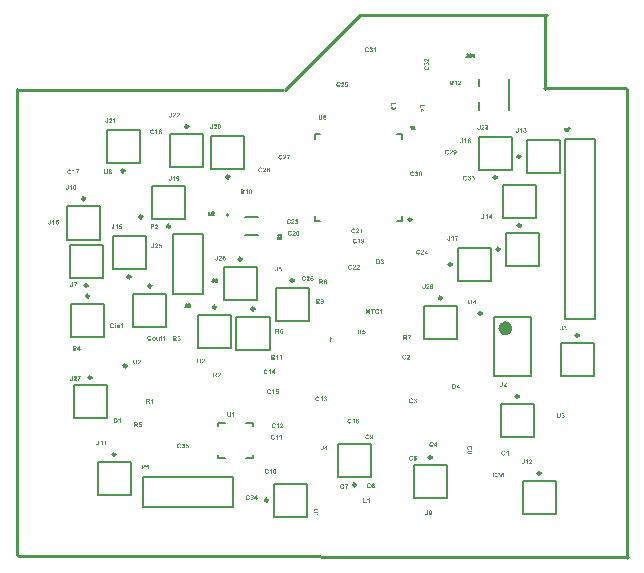
<source format=gto>
G04 Layer_Color=65535*
%FSLAX25Y25*%
%MOIN*%
G70*
G01*
G75*
%ADD36C,0.01000*%
%ADD46C,0.00984*%
%ADD47C,0.02362*%
%ADD48C,0.00000*%
%ADD49C,0.00394*%
%ADD50C,0.00787*%
%ADD51C,0.00500*%
%ADD52C,0.00600*%
G36*
X415716Y254706D02*
X415735Y254703D01*
X415757Y254698D01*
X415782Y254693D01*
X415808Y254686D01*
X415838Y254679D01*
X415867Y254666D01*
X415899Y254654D01*
X415928Y254637D01*
X415957Y254618D01*
X415986Y254596D01*
X416013Y254569D01*
X416040Y254540D01*
X416043Y254537D01*
X416047Y254530D01*
X416055Y254518D01*
X416065Y254503D01*
X416077Y254481D01*
X416089Y254454D01*
X416104Y254422D01*
X416118Y254386D01*
X416133Y254342D01*
X416148Y254296D01*
X416160Y254242D01*
X416172Y254183D01*
X416182Y254117D01*
X416189Y254047D01*
X416194Y253971D01*
X416196Y253888D01*
Y253886D01*
Y253883D01*
Y253869D01*
Y253844D01*
X416194Y253815D01*
X416191Y253776D01*
X416189Y253734D01*
X416184Y253686D01*
X416177Y253634D01*
X416157Y253527D01*
X416145Y253473D01*
X416130Y253420D01*
X416111Y253368D01*
X416089Y253320D01*
X416065Y253273D01*
X416038Y253234D01*
X416035Y253232D01*
X416033Y253227D01*
X416026Y253220D01*
X416013Y253210D01*
X416001Y253195D01*
X415984Y253183D01*
X415967Y253168D01*
X415945Y253154D01*
X415921Y253137D01*
X415894Y253122D01*
X415862Y253110D01*
X415830Y253098D01*
X415796Y253085D01*
X415760Y253078D01*
X415718Y253073D01*
X415677Y253071D01*
X415667D01*
X415655Y253073D01*
X415638D01*
X415618Y253076D01*
X415596Y253081D01*
X415569Y253085D01*
X415542Y253093D01*
X415513Y253102D01*
X415481Y253115D01*
X415450Y253129D01*
X415418Y253146D01*
X415386Y253166D01*
X415357Y253190D01*
X415325Y253217D01*
X415298Y253249D01*
X415296Y253251D01*
X415294Y253259D01*
X415286Y253268D01*
X415276Y253285D01*
X415267Y253305D01*
X415254Y253329D01*
X415240Y253361D01*
X415228Y253398D01*
X415215Y253439D01*
X415201Y253485D01*
X415189Y253537D01*
X415179Y253595D01*
X415169Y253661D01*
X415164Y253730D01*
X415159Y253808D01*
X415157Y253891D01*
Y253893D01*
Y253895D01*
Y253910D01*
Y253935D01*
X415159Y253964D01*
X415162Y254003D01*
X415164Y254044D01*
X415169Y254091D01*
X415176Y254142D01*
X415196Y254249D01*
X415208Y254303D01*
X415223Y254357D01*
X415240Y254408D01*
X415262Y254457D01*
X415286Y254503D01*
X415313Y254542D01*
X415315Y254544D01*
X415318Y254549D01*
X415328Y254557D01*
X415338Y254569D01*
X415350Y254581D01*
X415367Y254596D01*
X415386Y254610D01*
X415408Y254625D01*
X415433Y254640D01*
X415459Y254657D01*
X415489Y254669D01*
X415520Y254681D01*
X415557Y254693D01*
X415594Y254701D01*
X415635Y254706D01*
X415677Y254708D01*
X415699D01*
X415716Y254706D01*
D02*
G37*
G36*
X378725Y255686D02*
Y255683D01*
Y255676D01*
Y255666D01*
Y255654D01*
Y255637D01*
X378722Y255617D01*
X378720Y255573D01*
X378715Y255522D01*
X378710Y255471D01*
X378700Y255422D01*
X378688Y255378D01*
Y255376D01*
X378686Y255373D01*
X378683Y255366D01*
X378678Y255356D01*
X378666Y255329D01*
X378649Y255298D01*
X378627Y255263D01*
X378595Y255224D01*
X378561Y255188D01*
X378517Y255154D01*
X378515D01*
X378513Y255151D01*
X378505Y255146D01*
X378495Y255141D01*
X378483Y255134D01*
X378469Y255127D01*
X378451Y255119D01*
X378432Y255112D01*
X378386Y255098D01*
X378329Y255083D01*
X378266Y255073D01*
X378193Y255071D01*
X378171D01*
X378154Y255073D01*
X378134Y255076D01*
X378112Y255078D01*
X378085Y255083D01*
X378059Y255088D01*
X378000Y255102D01*
X377939Y255127D01*
X377910Y255141D01*
X377881Y255159D01*
X377851Y255181D01*
X377827Y255203D01*
X377824Y255205D01*
X377822Y255210D01*
X377815Y255217D01*
X377807Y255227D01*
X377798Y255241D01*
X377788Y255259D01*
X377776Y255278D01*
X377763Y255300D01*
X377751Y255327D01*
X377739Y255356D01*
X377729Y255388D01*
X377719Y255422D01*
X377712Y255461D01*
X377705Y255503D01*
X377702Y255546D01*
X377700Y255593D01*
X378007Y255627D01*
Y255625D01*
Y255622D01*
Y255615D01*
X378010Y255605D01*
Y255581D01*
X378015Y255551D01*
X378020Y255517D01*
X378027Y255486D01*
X378034Y255456D01*
X378046Y255432D01*
X378049Y255429D01*
X378056Y255420D01*
X378068Y255405D01*
X378085Y255390D01*
X378108Y255373D01*
X378134Y255361D01*
X378166Y255351D01*
X378203Y255346D01*
X378220D01*
X378239Y255349D01*
X378261Y255354D01*
X378288Y255361D01*
X378312Y255373D01*
X378334Y255388D01*
X378354Y255407D01*
X378356Y255410D01*
X378361Y255420D01*
X378369Y255437D01*
X378378Y255464D01*
X378381Y255478D01*
X378386Y255498D01*
X378391Y255517D01*
X378393Y255542D01*
X378395Y255569D01*
X378398Y255598D01*
X378400Y255629D01*
Y255664D01*
Y256703D01*
X378725D01*
Y255686D01*
D02*
G37*
G36*
X413637Y253686D02*
Y253683D01*
Y253676D01*
Y253666D01*
Y253654D01*
Y253637D01*
X413634Y253617D01*
X413632Y253573D01*
X413627Y253522D01*
X413622Y253471D01*
X413612Y253422D01*
X413600Y253378D01*
Y253376D01*
X413598Y253373D01*
X413595Y253366D01*
X413590Y253356D01*
X413578Y253329D01*
X413561Y253298D01*
X413539Y253263D01*
X413508Y253224D01*
X413473Y253188D01*
X413429Y253154D01*
X413427D01*
X413424Y253151D01*
X413417Y253146D01*
X413407Y253141D01*
X413395Y253134D01*
X413381Y253127D01*
X413364Y253119D01*
X413344Y253112D01*
X413298Y253098D01*
X413241Y253083D01*
X413178Y253073D01*
X413105Y253071D01*
X413083D01*
X413066Y253073D01*
X413046Y253076D01*
X413024Y253078D01*
X412997Y253083D01*
X412971Y253088D01*
X412912Y253102D01*
X412851Y253127D01*
X412822Y253141D01*
X412793Y253159D01*
X412763Y253181D01*
X412739Y253203D01*
X412736Y253205D01*
X412734Y253210D01*
X412727Y253217D01*
X412719Y253227D01*
X412710Y253241D01*
X412700Y253259D01*
X412688Y253278D01*
X412675Y253300D01*
X412663Y253327D01*
X412651Y253356D01*
X412641Y253388D01*
X412632Y253422D01*
X412624Y253461D01*
X412617Y253503D01*
X412614Y253547D01*
X412612Y253593D01*
X412919Y253627D01*
Y253625D01*
Y253622D01*
Y253615D01*
X412922Y253605D01*
Y253581D01*
X412927Y253551D01*
X412932Y253517D01*
X412939Y253485D01*
X412946Y253456D01*
X412958Y253432D01*
X412961Y253429D01*
X412968Y253420D01*
X412980Y253405D01*
X412997Y253390D01*
X413020Y253373D01*
X413046Y253361D01*
X413078Y253351D01*
X413115Y253346D01*
X413132D01*
X413151Y253349D01*
X413173Y253354D01*
X413200Y253361D01*
X413224Y253373D01*
X413246Y253388D01*
X413266Y253407D01*
X413268Y253410D01*
X413273Y253420D01*
X413281Y253437D01*
X413290Y253464D01*
X413293Y253478D01*
X413298Y253498D01*
X413303Y253517D01*
X413305Y253542D01*
X413307Y253569D01*
X413310Y253598D01*
X413312Y253629D01*
Y253664D01*
Y254703D01*
X413637D01*
Y253686D01*
D02*
G37*
G36*
X414479Y254706D02*
X414498Y254703D01*
X414523Y254701D01*
X414547Y254698D01*
X414576Y254691D01*
X414635Y254676D01*
X414698Y254654D01*
X414727Y254640D01*
X414759Y254623D01*
X414786Y254601D01*
X414813Y254579D01*
X414815Y254576D01*
X414818Y254574D01*
X414825Y254566D01*
X414835Y254557D01*
X414845Y254544D01*
X414857Y254527D01*
X414881Y254491D01*
X414906Y254444D01*
X414928Y254391D01*
X414945Y254330D01*
X414947Y254296D01*
X414950Y254261D01*
Y254257D01*
Y254244D01*
X414947Y254222D01*
X414945Y254196D01*
X414940Y254164D01*
X414932Y254130D01*
X414923Y254091D01*
X414911Y254054D01*
X414908Y254049D01*
X414903Y254037D01*
X414893Y254017D01*
X414881Y253993D01*
X414864Y253961D01*
X414842Y253927D01*
X414815Y253891D01*
X414786Y253852D01*
X414784Y253849D01*
X414776Y253839D01*
X414762Y253822D01*
X414740Y253800D01*
X414713Y253771D01*
X414676Y253734D01*
X414635Y253693D01*
X414583Y253647D01*
X414581Y253644D01*
X414576Y253642D01*
X414569Y253634D01*
X414562Y253625D01*
X414537Y253603D01*
X414508Y253573D01*
X414476Y253544D01*
X414447Y253515D01*
X414420Y253488D01*
X414410Y253478D01*
X414400Y253468D01*
X414398Y253466D01*
X414393Y253461D01*
X414386Y253454D01*
X414379Y253442D01*
X414357Y253417D01*
X414337Y253385D01*
X414950D01*
Y253100D01*
X413873D01*
Y253102D01*
Y253107D01*
X413876Y253117D01*
X413878Y253127D01*
X413881Y253141D01*
X413883Y253159D01*
X413893Y253198D01*
X413905Y253246D01*
X413925Y253298D01*
X413947Y253351D01*
X413976Y253405D01*
Y253407D01*
X413981Y253412D01*
X413986Y253420D01*
X413993Y253432D01*
X414005Y253447D01*
X414017Y253464D01*
X414035Y253485D01*
X414052Y253507D01*
X414074Y253534D01*
X414100Y253564D01*
X414127Y253595D01*
X414159Y253629D01*
X414196Y253666D01*
X414232Y253705D01*
X414276Y253747D01*
X414322Y253790D01*
X414325Y253793D01*
X414332Y253798D01*
X414342Y253810D01*
X414357Y253822D01*
X414371Y253837D01*
X414391Y253856D01*
X414432Y253895D01*
X414476Y253939D01*
X414518Y253983D01*
X414537Y254003D01*
X414554Y254020D01*
X414569Y254037D01*
X414579Y254052D01*
X414581Y254057D01*
X414588Y254069D01*
X414598Y254086D01*
X414610Y254110D01*
X414623Y254139D01*
X414632Y254171D01*
X414640Y254205D01*
X414642Y254240D01*
Y254244D01*
Y254257D01*
X414640Y254276D01*
X414635Y254298D01*
X414627Y254322D01*
X414618Y254349D01*
X414606Y254376D01*
X414586Y254398D01*
X414583Y254400D01*
X414576Y254408D01*
X414564Y254415D01*
X414547Y254427D01*
X414525Y254437D01*
X414498Y254444D01*
X414466Y254452D01*
X414432Y254454D01*
X414418D01*
X414398Y254452D01*
X414379Y254447D01*
X414354Y254440D01*
X414327Y254430D01*
X414303Y254415D01*
X414279Y254396D01*
X414276Y254393D01*
X414269Y254383D01*
X414261Y254371D01*
X414249Y254349D01*
X414240Y254322D01*
X414227Y254291D01*
X414220Y254249D01*
X414215Y254203D01*
X413910Y254232D01*
Y254235D01*
X413912Y254244D01*
Y254257D01*
X413917Y254274D01*
X413920Y254296D01*
X413927Y254318D01*
X413932Y254344D01*
X413942Y254374D01*
X413964Y254432D01*
X413993Y254493D01*
X414013Y254522D01*
X414032Y254549D01*
X414056Y254574D01*
X414081Y254596D01*
X414083Y254598D01*
X414088Y254601D01*
X414095Y254606D01*
X414108Y254613D01*
X414120Y254623D01*
X414137Y254632D01*
X414156Y254642D01*
X414181Y254652D01*
X414205Y254662D01*
X414232Y254671D01*
X414293Y254691D01*
X414361Y254703D01*
X414400Y254708D01*
X414462D01*
X414479Y254706D01*
D02*
G37*
G36*
X399925Y257486D02*
Y257483D01*
Y257476D01*
Y257466D01*
Y257454D01*
Y257437D01*
X399922Y257417D01*
X399920Y257373D01*
X399915Y257322D01*
X399910Y257271D01*
X399900Y257222D01*
X399888Y257178D01*
Y257176D01*
X399886Y257173D01*
X399883Y257166D01*
X399878Y257156D01*
X399866Y257129D01*
X399849Y257098D01*
X399827Y257064D01*
X399796Y257024D01*
X399761Y256988D01*
X399717Y256954D01*
X399715D01*
X399712Y256951D01*
X399705Y256946D01*
X399695Y256942D01*
X399683Y256934D01*
X399669Y256927D01*
X399652Y256920D01*
X399632Y256912D01*
X399586Y256898D01*
X399530Y256883D01*
X399466Y256873D01*
X399393Y256871D01*
X399371D01*
X399354Y256873D01*
X399334Y256876D01*
X399312Y256878D01*
X399286Y256883D01*
X399259Y256888D01*
X399200Y256902D01*
X399139Y256927D01*
X399110Y256942D01*
X399081Y256959D01*
X399051Y256980D01*
X399027Y257002D01*
X399024Y257005D01*
X399022Y257010D01*
X399015Y257017D01*
X399007Y257027D01*
X398998Y257042D01*
X398988Y257059D01*
X398976Y257078D01*
X398963Y257100D01*
X398951Y257127D01*
X398939Y257156D01*
X398929Y257188D01*
X398920Y257222D01*
X398912Y257261D01*
X398905Y257303D01*
X398902Y257347D01*
X398900Y257393D01*
X399207Y257427D01*
Y257425D01*
Y257422D01*
Y257415D01*
X399210Y257405D01*
Y257381D01*
X399215Y257351D01*
X399220Y257317D01*
X399227Y257285D01*
X399234Y257256D01*
X399247Y257232D01*
X399249Y257229D01*
X399256Y257220D01*
X399268Y257205D01*
X399286Y257190D01*
X399307Y257173D01*
X399334Y257161D01*
X399366Y257151D01*
X399403Y257146D01*
X399420D01*
X399439Y257149D01*
X399461Y257154D01*
X399488Y257161D01*
X399512Y257173D01*
X399534Y257188D01*
X399554Y257207D01*
X399556Y257210D01*
X399561Y257220D01*
X399569Y257237D01*
X399578Y257264D01*
X399581Y257278D01*
X399586Y257298D01*
X399590Y257317D01*
X399593Y257342D01*
X399595Y257368D01*
X399598Y257398D01*
X399600Y257430D01*
Y257464D01*
Y258503D01*
X399925D01*
Y257486D01*
D02*
G37*
G36*
X402011Y258506D02*
X402031Y258503D01*
X402055Y258501D01*
X402079Y258498D01*
X402109Y258491D01*
X402167Y258476D01*
X402231Y258454D01*
X402260Y258440D01*
X402292Y258423D01*
X402318Y258401D01*
X402345Y258379D01*
X402348Y258376D01*
X402350Y258374D01*
X402357Y258366D01*
X402367Y258357D01*
X402377Y258345D01*
X402389Y258327D01*
X402414Y258291D01*
X402438Y258244D01*
X402460Y258191D01*
X402477Y258130D01*
X402480Y258096D01*
X402482Y258061D01*
Y258057D01*
Y258044D01*
X402480Y258022D01*
X402477Y257996D01*
X402472Y257964D01*
X402465Y257930D01*
X402455Y257891D01*
X402443Y257854D01*
X402440Y257849D01*
X402436Y257837D01*
X402426Y257817D01*
X402414Y257793D01*
X402396Y257761D01*
X402375Y257727D01*
X402348Y257691D01*
X402318Y257651D01*
X402316Y257649D01*
X402309Y257639D01*
X402294Y257622D01*
X402272Y257600D01*
X402245Y257571D01*
X402209Y257534D01*
X402167Y257493D01*
X402116Y257447D01*
X402113Y257444D01*
X402109Y257442D01*
X402101Y257434D01*
X402094Y257425D01*
X402070Y257403D01*
X402040Y257373D01*
X402009Y257344D01*
X401979Y257315D01*
X401952Y257288D01*
X401943Y257278D01*
X401933Y257268D01*
X401931Y257266D01*
X401926Y257261D01*
X401918Y257254D01*
X401911Y257242D01*
X401889Y257217D01*
X401869Y257186D01*
X402482D01*
Y256900D01*
X401406D01*
Y256902D01*
Y256907D01*
X401408Y256917D01*
X401411Y256927D01*
X401413Y256942D01*
X401416Y256959D01*
X401425Y256998D01*
X401438Y257046D01*
X401457Y257098D01*
X401479Y257151D01*
X401508Y257205D01*
Y257207D01*
X401513Y257212D01*
X401518Y257220D01*
X401525Y257232D01*
X401538Y257246D01*
X401550Y257264D01*
X401567Y257285D01*
X401584Y257308D01*
X401606Y257334D01*
X401633Y257364D01*
X401660Y257395D01*
X401691Y257430D01*
X401728Y257466D01*
X401765Y257505D01*
X401809Y257547D01*
X401855Y257591D01*
X401857Y257593D01*
X401865Y257598D01*
X401874Y257610D01*
X401889Y257622D01*
X401904Y257637D01*
X401923Y257656D01*
X401965Y257695D01*
X402009Y257739D01*
X402050Y257783D01*
X402070Y257803D01*
X402087Y257820D01*
X402101Y257837D01*
X402111Y257852D01*
X402113Y257856D01*
X402121Y257869D01*
X402131Y257886D01*
X402143Y257910D01*
X402155Y257939D01*
X402165Y257971D01*
X402172Y258005D01*
X402175Y258039D01*
Y258044D01*
Y258057D01*
X402172Y258076D01*
X402167Y258098D01*
X402160Y258122D01*
X402150Y258149D01*
X402138Y258176D01*
X402118Y258198D01*
X402116Y258201D01*
X402109Y258208D01*
X402096Y258215D01*
X402079Y258227D01*
X402057Y258237D01*
X402031Y258244D01*
X401999Y258252D01*
X401965Y258254D01*
X401950D01*
X401931Y258252D01*
X401911Y258247D01*
X401887Y258240D01*
X401860Y258230D01*
X401835Y258215D01*
X401811Y258196D01*
X401809Y258193D01*
X401801Y258183D01*
X401794Y258171D01*
X401782Y258149D01*
X401772Y258122D01*
X401760Y258091D01*
X401752Y258049D01*
X401748Y258003D01*
X401442Y258032D01*
Y258035D01*
X401445Y258044D01*
Y258057D01*
X401450Y258074D01*
X401452Y258096D01*
X401460Y258118D01*
X401464Y258144D01*
X401474Y258174D01*
X401496Y258232D01*
X401525Y258293D01*
X401545Y258323D01*
X401565Y258349D01*
X401589Y258374D01*
X401613Y258396D01*
X401616Y258398D01*
X401621Y258401D01*
X401628Y258405D01*
X401640Y258413D01*
X401652Y258423D01*
X401669Y258432D01*
X401689Y258442D01*
X401713Y258452D01*
X401738Y258462D01*
X401765Y258471D01*
X401826Y258491D01*
X401894Y258503D01*
X401933Y258508D01*
X401994D01*
X402011Y258506D01*
D02*
G37*
G36*
X381033Y255100D02*
X380726D01*
Y256257D01*
X380723Y256254D01*
X380718Y256249D01*
X380709Y256242D01*
X380696Y256230D01*
X380679Y256218D01*
X380660Y256203D01*
X380638Y256186D01*
X380611Y256169D01*
X380584Y256149D01*
X380552Y256130D01*
X380486Y256093D01*
X380411Y256056D01*
X380328Y256025D01*
Y256303D01*
X380330D01*
X380333Y256305D01*
X380340Y256308D01*
X380350Y256310D01*
X380374Y256320D01*
X380406Y256337D01*
X380445Y256357D01*
X380489Y256383D01*
X380538Y256413D01*
X380589Y256452D01*
X380591Y256454D01*
X380596Y256457D01*
X380604Y256464D01*
X380611Y256471D01*
X380635Y256493D01*
X380667Y256525D01*
X380699Y256562D01*
X380731Y256606D01*
X380760Y256654D01*
X380782Y256708D01*
X381033D01*
Y255100D01*
D02*
G37*
G36*
X379567Y256705D02*
X379586Y256703D01*
X379610Y256701D01*
X379635Y256698D01*
X379664Y256691D01*
X379723Y256676D01*
X379786Y256654D01*
X379816Y256640D01*
X379847Y256623D01*
X379874Y256601D01*
X379901Y256579D01*
X379903Y256576D01*
X379906Y256574D01*
X379913Y256566D01*
X379923Y256557D01*
X379933Y256544D01*
X379945Y256527D01*
X379969Y256491D01*
X379994Y256444D01*
X380016Y256391D01*
X380033Y256330D01*
X380035Y256296D01*
X380037Y256261D01*
Y256257D01*
Y256244D01*
X380035Y256222D01*
X380033Y256196D01*
X380028Y256164D01*
X380020Y256130D01*
X380011Y256091D01*
X379998Y256054D01*
X379996Y256049D01*
X379991Y256037D01*
X379981Y256017D01*
X379969Y255993D01*
X379952Y255961D01*
X379930Y255927D01*
X379903Y255891D01*
X379874Y255852D01*
X379872Y255849D01*
X379864Y255839D01*
X379850Y255822D01*
X379828Y255800D01*
X379801Y255771D01*
X379764Y255734D01*
X379723Y255693D01*
X379672Y255647D01*
X379669Y255644D01*
X379664Y255642D01*
X379657Y255634D01*
X379650Y255625D01*
X379625Y255603D01*
X379596Y255573D01*
X379564Y255544D01*
X379535Y255515D01*
X379508Y255488D01*
X379498Y255478D01*
X379488Y255468D01*
X379486Y255466D01*
X379481Y255461D01*
X379474Y255454D01*
X379467Y255442D01*
X379445Y255417D01*
X379425Y255385D01*
X380037D01*
Y255100D01*
X378961D01*
Y255102D01*
Y255107D01*
X378964Y255117D01*
X378966Y255127D01*
X378969Y255141D01*
X378971Y255159D01*
X378981Y255198D01*
X378993Y255246D01*
X379013Y255298D01*
X379035Y255351D01*
X379064Y255405D01*
Y255407D01*
X379069Y255412D01*
X379074Y255420D01*
X379081Y255432D01*
X379093Y255447D01*
X379105Y255464D01*
X379122Y255486D01*
X379140Y255507D01*
X379162Y255534D01*
X379188Y255564D01*
X379215Y255595D01*
X379247Y255629D01*
X379284Y255666D01*
X379320Y255705D01*
X379364Y255747D01*
X379410Y255790D01*
X379413Y255793D01*
X379420Y255798D01*
X379430Y255810D01*
X379445Y255822D01*
X379459Y255837D01*
X379479Y255856D01*
X379520Y255895D01*
X379564Y255939D01*
X379606Y255983D01*
X379625Y256003D01*
X379642Y256020D01*
X379657Y256037D01*
X379667Y256052D01*
X379669Y256056D01*
X379676Y256069D01*
X379686Y256086D01*
X379698Y256110D01*
X379711Y256139D01*
X379720Y256171D01*
X379728Y256205D01*
X379730Y256240D01*
Y256244D01*
Y256257D01*
X379728Y256276D01*
X379723Y256298D01*
X379715Y256322D01*
X379706Y256349D01*
X379694Y256376D01*
X379674Y256398D01*
X379672Y256400D01*
X379664Y256408D01*
X379652Y256415D01*
X379635Y256427D01*
X379613Y256437D01*
X379586Y256444D01*
X379554Y256452D01*
X379520Y256454D01*
X379506D01*
X379486Y256452D01*
X379467Y256447D01*
X379442Y256440D01*
X379415Y256430D01*
X379391Y256415D01*
X379366Y256396D01*
X379364Y256393D01*
X379357Y256383D01*
X379349Y256371D01*
X379337Y256349D01*
X379328Y256322D01*
X379315Y256291D01*
X379308Y256249D01*
X379303Y256203D01*
X378998Y256232D01*
Y256235D01*
X379000Y256244D01*
Y256257D01*
X379005Y256274D01*
X379008Y256296D01*
X379015Y256318D01*
X379020Y256344D01*
X379030Y256374D01*
X379052Y256432D01*
X379081Y256493D01*
X379101Y256522D01*
X379120Y256549D01*
X379145Y256574D01*
X379169Y256596D01*
X379171Y256598D01*
X379176Y256601D01*
X379184Y256606D01*
X379196Y256613D01*
X379208Y256623D01*
X379225Y256632D01*
X379244Y256642D01*
X379269Y256652D01*
X379293Y256662D01*
X379320Y256671D01*
X379381Y256691D01*
X379450Y256703D01*
X379488Y256708D01*
X379550D01*
X379567Y256705D01*
D02*
G37*
G36*
X496925Y248886D02*
Y248883D01*
Y248876D01*
Y248866D01*
Y248854D01*
Y248837D01*
X496922Y248817D01*
X496920Y248773D01*
X496915Y248722D01*
X496910Y248671D01*
X496900Y248622D01*
X496888Y248578D01*
Y248576D01*
X496886Y248573D01*
X496883Y248566D01*
X496878Y248556D01*
X496866Y248529D01*
X496849Y248498D01*
X496827Y248464D01*
X496796Y248424D01*
X496761Y248388D01*
X496717Y248354D01*
X496715D01*
X496712Y248351D01*
X496705Y248346D01*
X496695Y248341D01*
X496683Y248334D01*
X496669Y248327D01*
X496652Y248320D01*
X496632Y248312D01*
X496586Y248298D01*
X496529Y248283D01*
X496466Y248273D01*
X496393Y248271D01*
X496371D01*
X496354Y248273D01*
X496334Y248276D01*
X496312Y248278D01*
X496285Y248283D01*
X496259Y248288D01*
X496200Y248302D01*
X496139Y248327D01*
X496110Y248341D01*
X496081Y248359D01*
X496051Y248380D01*
X496027Y248403D01*
X496024Y248405D01*
X496022Y248410D01*
X496015Y248417D01*
X496007Y248427D01*
X495998Y248442D01*
X495988Y248459D01*
X495976Y248478D01*
X495963Y248500D01*
X495951Y248527D01*
X495939Y248556D01*
X495929Y248588D01*
X495920Y248622D01*
X495912Y248661D01*
X495905Y248703D01*
X495902Y248746D01*
X495900Y248793D01*
X496207Y248827D01*
Y248825D01*
Y248822D01*
Y248815D01*
X496210Y248805D01*
Y248781D01*
X496215Y248751D01*
X496220Y248717D01*
X496227Y248686D01*
X496234Y248656D01*
X496246Y248632D01*
X496249Y248629D01*
X496256Y248620D01*
X496268Y248605D01*
X496285Y248590D01*
X496308Y248573D01*
X496334Y248561D01*
X496366Y248551D01*
X496403Y248546D01*
X496420D01*
X496439Y248549D01*
X496461Y248554D01*
X496488Y248561D01*
X496512Y248573D01*
X496534Y248588D01*
X496554Y248607D01*
X496556Y248610D01*
X496561Y248620D01*
X496569Y248637D01*
X496578Y248664D01*
X496581Y248678D01*
X496586Y248698D01*
X496591Y248717D01*
X496593Y248742D01*
X496595Y248768D01*
X496598Y248798D01*
X496600Y248830D01*
Y248864D01*
Y249903D01*
X496925D01*
Y248886D01*
D02*
G37*
G36*
X497989Y248300D02*
X497681D01*
Y249457D01*
X497679Y249454D01*
X497674Y249449D01*
X497664Y249442D01*
X497652Y249430D01*
X497635Y249417D01*
X497615Y249403D01*
X497593Y249386D01*
X497567Y249369D01*
X497540Y249349D01*
X497508Y249330D01*
X497442Y249293D01*
X497366Y249256D01*
X497284Y249225D01*
Y249503D01*
X497286D01*
X497288Y249505D01*
X497296Y249508D01*
X497305Y249510D01*
X497330Y249520D01*
X497362Y249537D01*
X497401Y249557D01*
X497444Y249583D01*
X497493Y249613D01*
X497545Y249652D01*
X497547Y249654D01*
X497552Y249657D01*
X497559Y249664D01*
X497567Y249671D01*
X497591Y249693D01*
X497623Y249725D01*
X497654Y249762D01*
X497686Y249805D01*
X497715Y249854D01*
X497737Y249908D01*
X497989D01*
Y248300D01*
D02*
G37*
G36*
X495291Y217198D02*
X495288Y217196D01*
X495286Y217194D01*
X495279Y217184D01*
X495269Y217174D01*
X495257Y217162D01*
X495242Y217145D01*
X495225Y217125D01*
X495208Y217103D01*
X495188Y217079D01*
X495169Y217052D01*
X495147Y217020D01*
X495122Y216989D01*
X495100Y216952D01*
X495076Y216915D01*
X495049Y216874D01*
X495025Y216830D01*
X495022Y216828D01*
X495020Y216820D01*
X495013Y216806D01*
X495003Y216789D01*
X494991Y216767D01*
X494978Y216740D01*
X494964Y216710D01*
X494949Y216676D01*
X494932Y216640D01*
X494915Y216601D01*
X494898Y216559D01*
X494881Y216515D01*
X494849Y216420D01*
X494820Y216320D01*
Y216318D01*
X494817Y216308D01*
X494812Y216293D01*
X494810Y216276D01*
X494803Y216252D01*
X494798Y216225D01*
X494791Y216193D01*
X494786Y216159D01*
X494778Y216122D01*
X494771Y216086D01*
X494761Y216005D01*
X494754Y215922D01*
X494752Y215842D01*
X494456D01*
Y215847D01*
Y215856D01*
X494459Y215874D01*
Y215898D01*
X494461Y215930D01*
X494466Y215964D01*
X494471Y216005D01*
X494476Y216049D01*
X494483Y216098D01*
X494493Y216152D01*
X494505Y216208D01*
X494517Y216264D01*
X494532Y216325D01*
X494549Y216388D01*
X494571Y216452D01*
X494593Y216515D01*
X494595Y216520D01*
X494598Y216530D01*
X494607Y216549D01*
X494617Y216574D01*
X494629Y216603D01*
X494644Y216640D01*
X494664Y216679D01*
X494686Y216723D01*
X494707Y216769D01*
X494734Y216818D01*
X494793Y216923D01*
X494861Y217030D01*
X494937Y217135D01*
X494242D01*
Y217421D01*
X495291D01*
Y217198D01*
D02*
G37*
G36*
X493785Y215842D02*
X493478D01*
Y216998D01*
X493475Y216996D01*
X493470Y216991D01*
X493461Y216984D01*
X493448Y216971D01*
X493431Y216959D01*
X493412Y216945D01*
X493390Y216928D01*
X493363Y216911D01*
X493336Y216891D01*
X493304Y216872D01*
X493239Y216835D01*
X493163Y216798D01*
X493080Y216767D01*
Y217045D01*
X493083D01*
X493085Y217047D01*
X493092Y217050D01*
X493102Y217052D01*
X493126Y217062D01*
X493158Y217079D01*
X493197Y217098D01*
X493241Y217125D01*
X493290Y217155D01*
X493341Y217194D01*
X493344Y217196D01*
X493349Y217198D01*
X493356Y217206D01*
X493363Y217213D01*
X493388Y217235D01*
X493419Y217267D01*
X493451Y217303D01*
X493483Y217347D01*
X493512Y217396D01*
X493534Y217450D01*
X493785D01*
Y215842D01*
D02*
G37*
G36*
X401874Y237405D02*
X401894Y237403D01*
X401918Y237398D01*
X401945Y237391D01*
X401974Y237384D01*
X402006Y237374D01*
X402038Y237362D01*
X402072Y237347D01*
X402104Y237327D01*
X402138Y237305D01*
X402172Y237281D01*
X402204Y237252D01*
X402233Y237218D01*
X402236Y237215D01*
X402240Y237208D01*
X402248Y237198D01*
X402257Y237181D01*
X402270Y237161D01*
X402282Y237135D01*
X402296Y237105D01*
X402311Y237069D01*
X402326Y237030D01*
X402340Y236983D01*
X402353Y236932D01*
X402365Y236876D01*
X402375Y236815D01*
X402382Y236749D01*
X402387Y236676D01*
X402389Y236598D01*
Y236593D01*
Y236578D01*
Y236556D01*
X402387Y236527D01*
X402384Y236491D01*
X402380Y236449D01*
X402375Y236403D01*
X402370Y236354D01*
X402350Y236249D01*
X402336Y236198D01*
X402321Y236144D01*
X402301Y236095D01*
X402279Y236046D01*
X402255Y236002D01*
X402226Y235964D01*
X402223Y235961D01*
X402218Y235956D01*
X402209Y235946D01*
X402197Y235934D01*
X402179Y235920D01*
X402160Y235903D01*
X402138Y235885D01*
X402111Y235868D01*
X402082Y235849D01*
X402050Y235832D01*
X402016Y235815D01*
X401979Y235800D01*
X401938Y235788D01*
X401896Y235778D01*
X401850Y235773D01*
X401804Y235771D01*
X401787D01*
X401772Y235773D01*
X401757D01*
X401738Y235776D01*
X401696Y235783D01*
X401648Y235795D01*
X401596Y235812D01*
X401545Y235837D01*
X401499Y235871D01*
Y235873D01*
X401494Y235876D01*
X401479Y235890D01*
X401460Y235912D01*
X401438Y235946D01*
X401413Y235988D01*
X401389Y236039D01*
X401367Y236100D01*
X401352Y236168D01*
X401650Y236203D01*
Y236198D01*
X401652Y236188D01*
X401655Y236171D01*
X401660Y236151D01*
X401667Y236129D01*
X401677Y236105D01*
X401689Y236086D01*
X401704Y236066D01*
X401706Y236064D01*
X401711Y236059D01*
X401723Y236054D01*
X401735Y236046D01*
X401755Y236037D01*
X401774Y236032D01*
X401799Y236027D01*
X401826Y236024D01*
X401830D01*
X401843Y236027D01*
X401860Y236029D01*
X401882Y236034D01*
X401906Y236046D01*
X401933Y236061D01*
X401960Y236081D01*
X401987Y236110D01*
X401989Y236115D01*
X401994Y236120D01*
X401996Y236127D01*
X402004Y236139D01*
X402009Y236151D01*
X402016Y236168D01*
X402023Y236188D01*
X402028Y236212D01*
X402035Y236237D01*
X402043Y236266D01*
X402050Y236300D01*
X402057Y236337D01*
X402062Y236378D01*
X402067Y236425D01*
X402072Y236473D01*
X402070Y236471D01*
X402067Y236469D01*
X402060Y236461D01*
X402050Y236452D01*
X402026Y236432D01*
X401992Y236408D01*
X401950Y236381D01*
X401901Y236361D01*
X401845Y236344D01*
X401813Y236342D01*
X401782Y236339D01*
X401765D01*
X401750Y236342D01*
X401733Y236344D01*
X401716Y236347D01*
X401672Y236356D01*
X401621Y236373D01*
X401594Y236386D01*
X401565Y236400D01*
X401538Y236417D01*
X401511Y236437D01*
X401484Y236459D01*
X401457Y236483D01*
X401455Y236486D01*
X401452Y236491D01*
X401445Y236498D01*
X401435Y236510D01*
X401425Y236525D01*
X401413Y236542D01*
X401401Y236561D01*
X401389Y236586D01*
X401377Y236613D01*
X401364Y236639D01*
X401352Y236671D01*
X401342Y236705D01*
X401325Y236781D01*
X401323Y236820D01*
X401321Y236864D01*
Y236866D01*
Y236874D01*
Y236888D01*
X401323Y236905D01*
X401325Y236925D01*
X401328Y236949D01*
X401333Y236976D01*
X401338Y237005D01*
X401355Y237066D01*
X401367Y237101D01*
X401381Y237132D01*
X401399Y237166D01*
X401418Y237198D01*
X401440Y237227D01*
X401465Y237257D01*
X401467Y237259D01*
X401472Y237264D01*
X401479Y237271D01*
X401491Y237281D01*
X401506Y237291D01*
X401523Y237305D01*
X401543Y237318D01*
X401565Y237332D01*
X401589Y237347D01*
X401618Y237359D01*
X401648Y237374D01*
X401682Y237384D01*
X401716Y237393D01*
X401752Y237401D01*
X401791Y237405D01*
X401833Y237408D01*
X401857D01*
X401874Y237405D01*
D02*
G37*
G36*
X400889Y235800D02*
X400581D01*
Y236957D01*
X400579Y236954D01*
X400574Y236949D01*
X400564Y236942D01*
X400552Y236930D01*
X400535Y236917D01*
X400515Y236903D01*
X400493Y236886D01*
X400466Y236869D01*
X400440Y236849D01*
X400408Y236830D01*
X400342Y236793D01*
X400266Y236756D01*
X400183Y236725D01*
Y237003D01*
X400186D01*
X400188Y237005D01*
X400196Y237008D01*
X400205Y237010D01*
X400230Y237020D01*
X400262Y237037D01*
X400301Y237057D01*
X400345Y237083D01*
X400393Y237113D01*
X400445Y237152D01*
X400447Y237154D01*
X400452Y237157D01*
X400459Y237164D01*
X400466Y237171D01*
X400491Y237193D01*
X400523Y237225D01*
X400554Y237262D01*
X400586Y237305D01*
X400615Y237354D01*
X400637Y237408D01*
X400889D01*
Y235800D01*
D02*
G37*
G36*
X498999Y249905D02*
X499018D01*
X499040Y249903D01*
X499065Y249898D01*
X499091Y249893D01*
X499148Y249879D01*
X499206Y249859D01*
X499265Y249830D01*
X499292Y249810D01*
X499316Y249791D01*
X499318Y249788D01*
X499321Y249786D01*
X499328Y249779D01*
X499335Y249769D01*
X499355Y249745D01*
X499379Y249710D01*
X499404Y249666D01*
X499423Y249615D01*
X499438Y249559D01*
X499440Y249527D01*
X499443Y249493D01*
Y249488D01*
Y249474D01*
X499440Y249454D01*
X499436Y249427D01*
X499428Y249396D01*
X499418Y249364D01*
X499404Y249330D01*
X499384Y249295D01*
X499382Y249291D01*
X499375Y249281D01*
X499360Y249266D01*
X499343Y249247D01*
X499318Y249225D01*
X499292Y249203D01*
X499257Y249183D01*
X499221Y249164D01*
X499223D01*
X499226Y249161D01*
X499233Y249159D01*
X499243Y249154D01*
X499267Y249142D01*
X499297Y249125D01*
X499328Y249103D01*
X499362Y249076D01*
X499394Y249044D01*
X499423Y249008D01*
X499426Y249003D01*
X499436Y248991D01*
X499445Y248969D01*
X499460Y248939D01*
X499472Y248905D01*
X499484Y248864D01*
X499492Y248817D01*
X499494Y248768D01*
Y248766D01*
Y248759D01*
Y248746D01*
X499492Y248732D01*
X499489Y248712D01*
X499487Y248690D01*
X499482Y248666D01*
X499477Y248639D01*
X499460Y248583D01*
X499448Y248554D01*
X499433Y248522D01*
X499416Y248493D01*
X499399Y248464D01*
X499375Y248434D01*
X499350Y248407D01*
X499348Y248405D01*
X499343Y248403D01*
X499335Y248395D01*
X499323Y248385D01*
X499311Y248376D01*
X499294Y248363D01*
X499272Y248351D01*
X499250Y248339D01*
X499226Y248327D01*
X499196Y248315D01*
X499165Y248302D01*
X499133Y248293D01*
X499096Y248283D01*
X499057Y248276D01*
X499018Y248273D01*
X498974Y248271D01*
X498952D01*
X498938Y248273D01*
X498918D01*
X498896Y248278D01*
X498872Y248281D01*
X498847Y248285D01*
X498789Y248300D01*
X498728Y248320D01*
X498667Y248349D01*
X498638Y248366D01*
X498611Y248385D01*
X498608Y248388D01*
X498603Y248393D01*
X498596Y248400D01*
X498584Y248410D01*
X498572Y248424D01*
X498557Y248442D01*
X498542Y248461D01*
X498525Y248483D01*
X498511Y248507D01*
X498494Y248534D01*
X498479Y248566D01*
X498467Y248598D01*
X498455Y248634D01*
X498447Y248673D01*
X498443Y248712D01*
X498440Y248756D01*
Y248759D01*
Y248761D01*
Y248768D01*
Y248778D01*
X498443Y248803D01*
X498447Y248834D01*
X498455Y248871D01*
X498467Y248912D01*
X498482Y248954D01*
X498503Y248995D01*
Y248998D01*
X498506Y249000D01*
X498516Y249012D01*
X498530Y249034D01*
X498552Y249059D01*
X498582Y249086D01*
X498616Y249113D01*
X498657Y249139D01*
X498706Y249164D01*
X498704D01*
X498701Y249166D01*
X498687Y249173D01*
X498667Y249183D01*
X498640Y249200D01*
X498613Y249217D01*
X498584Y249242D01*
X498557Y249269D01*
X498535Y249300D01*
X498533Y249305D01*
X498528Y249315D01*
X498518Y249335D01*
X498508Y249357D01*
X498499Y249386D01*
X498489Y249420D01*
X498484Y249454D01*
X498482Y249493D01*
Y249496D01*
Y249500D01*
Y249510D01*
X498484Y249522D01*
X498486Y249539D01*
X498489Y249557D01*
X498496Y249598D01*
X498511Y249644D01*
X498535Y249696D01*
X498547Y249720D01*
X498564Y249745D01*
X498584Y249769D01*
X498606Y249791D01*
X498608Y249793D01*
X498611Y249796D01*
X498618Y249801D01*
X498628Y249810D01*
X498643Y249818D01*
X498657Y249827D01*
X498677Y249840D01*
X498696Y249849D01*
X498721Y249862D01*
X498747Y249871D01*
X498777Y249881D01*
X498808Y249891D01*
X498843Y249898D01*
X498879Y249903D01*
X498921Y249905D01*
X498962Y249908D01*
X498984D01*
X498999Y249905D01*
D02*
G37*
G36*
X399825Y236386D02*
Y236383D01*
Y236376D01*
Y236366D01*
Y236354D01*
Y236337D01*
X399822Y236317D01*
X399820Y236273D01*
X399815Y236222D01*
X399810Y236171D01*
X399800Y236122D01*
X399788Y236078D01*
Y236076D01*
X399786Y236073D01*
X399783Y236066D01*
X399778Y236056D01*
X399766Y236029D01*
X399749Y235998D01*
X399727Y235964D01*
X399695Y235924D01*
X399661Y235888D01*
X399617Y235854D01*
X399615D01*
X399612Y235851D01*
X399605Y235846D01*
X399595Y235841D01*
X399583Y235834D01*
X399569Y235827D01*
X399552Y235820D01*
X399532Y235812D01*
X399486Y235798D01*
X399429Y235783D01*
X399366Y235773D01*
X399293Y235771D01*
X399271D01*
X399254Y235773D01*
X399234Y235776D01*
X399212Y235778D01*
X399185Y235783D01*
X399159Y235788D01*
X399100Y235802D01*
X399039Y235827D01*
X399010Y235841D01*
X398981Y235859D01*
X398951Y235880D01*
X398927Y235903D01*
X398924Y235905D01*
X398922Y235910D01*
X398915Y235917D01*
X398907Y235927D01*
X398898Y235942D01*
X398888Y235959D01*
X398876Y235978D01*
X398863Y236000D01*
X398851Y236027D01*
X398839Y236056D01*
X398829Y236088D01*
X398819Y236122D01*
X398812Y236161D01*
X398805Y236203D01*
X398802Y236246D01*
X398800Y236293D01*
X399107Y236327D01*
Y236325D01*
Y236322D01*
Y236315D01*
X399110Y236305D01*
Y236281D01*
X399115Y236251D01*
X399120Y236217D01*
X399127Y236186D01*
X399134Y236156D01*
X399147Y236132D01*
X399149Y236129D01*
X399156Y236120D01*
X399168Y236105D01*
X399185Y236090D01*
X399207Y236073D01*
X399234Y236061D01*
X399266Y236051D01*
X399303Y236046D01*
X399320D01*
X399339Y236049D01*
X399361Y236054D01*
X399388Y236061D01*
X399412Y236073D01*
X399434Y236088D01*
X399454Y236107D01*
X399456Y236110D01*
X399461Y236120D01*
X399469Y236137D01*
X399478Y236164D01*
X399481Y236178D01*
X399486Y236198D01*
X399490Y236217D01*
X399493Y236242D01*
X399495Y236268D01*
X399498Y236298D01*
X399500Y236330D01*
Y236364D01*
Y237403D01*
X399825D01*
Y236386D01*
D02*
G37*
G36*
X400767Y258506D02*
X400786Y258503D01*
X400810Y258501D01*
X400835Y258498D01*
X400864Y258491D01*
X400923Y258476D01*
X400986Y258454D01*
X401016Y258440D01*
X401047Y258423D01*
X401074Y258401D01*
X401101Y258379D01*
X401103Y258376D01*
X401106Y258374D01*
X401113Y258366D01*
X401123Y258357D01*
X401133Y258345D01*
X401145Y258327D01*
X401169Y258291D01*
X401194Y258244D01*
X401216Y258191D01*
X401233Y258130D01*
X401235Y258096D01*
X401237Y258061D01*
Y258057D01*
Y258044D01*
X401235Y258022D01*
X401233Y257996D01*
X401228Y257964D01*
X401220Y257930D01*
X401211Y257891D01*
X401198Y257854D01*
X401196Y257849D01*
X401191Y257837D01*
X401181Y257817D01*
X401169Y257793D01*
X401152Y257761D01*
X401130Y257727D01*
X401103Y257691D01*
X401074Y257651D01*
X401072Y257649D01*
X401064Y257639D01*
X401050Y257622D01*
X401028Y257600D01*
X401001Y257571D01*
X400964Y257534D01*
X400923Y257493D01*
X400872Y257447D01*
X400869Y257444D01*
X400864Y257442D01*
X400857Y257434D01*
X400850Y257425D01*
X400825Y257403D01*
X400796Y257373D01*
X400764Y257344D01*
X400735Y257315D01*
X400708Y257288D01*
X400698Y257278D01*
X400689Y257268D01*
X400686Y257266D01*
X400681Y257261D01*
X400674Y257254D01*
X400667Y257242D01*
X400645Y257217D01*
X400625Y257186D01*
X401237D01*
Y256900D01*
X400162D01*
Y256902D01*
Y256907D01*
X400164Y256917D01*
X400166Y256927D01*
X400169Y256942D01*
X400171Y256959D01*
X400181Y256998D01*
X400193Y257046D01*
X400213Y257098D01*
X400235Y257151D01*
X400264Y257205D01*
Y257207D01*
X400269Y257212D01*
X400274Y257220D01*
X400281Y257232D01*
X400293Y257246D01*
X400305Y257264D01*
X400322Y257285D01*
X400340Y257308D01*
X400362Y257334D01*
X400388Y257364D01*
X400415Y257395D01*
X400447Y257430D01*
X400484Y257466D01*
X400520Y257505D01*
X400564Y257547D01*
X400610Y257591D01*
X400613Y257593D01*
X400620Y257598D01*
X400630Y257610D01*
X400645Y257622D01*
X400659Y257637D01*
X400679Y257656D01*
X400720Y257695D01*
X400764Y257739D01*
X400806Y257783D01*
X400825Y257803D01*
X400842Y257820D01*
X400857Y257837D01*
X400867Y257852D01*
X400869Y257856D01*
X400876Y257869D01*
X400886Y257886D01*
X400898Y257910D01*
X400911Y257939D01*
X400920Y257971D01*
X400928Y258005D01*
X400930Y258039D01*
Y258044D01*
Y258057D01*
X400928Y258076D01*
X400923Y258098D01*
X400915Y258122D01*
X400906Y258149D01*
X400893Y258176D01*
X400874Y258198D01*
X400872Y258201D01*
X400864Y258208D01*
X400852Y258215D01*
X400835Y258227D01*
X400813Y258237D01*
X400786Y258244D01*
X400754Y258252D01*
X400720Y258254D01*
X400706D01*
X400686Y258252D01*
X400667Y258247D01*
X400642Y258240D01*
X400615Y258230D01*
X400591Y258215D01*
X400566Y258196D01*
X400564Y258193D01*
X400557Y258183D01*
X400549Y258171D01*
X400537Y258149D01*
X400527Y258122D01*
X400515Y258091D01*
X400508Y258049D01*
X400503Y258003D01*
X400198Y258032D01*
Y258035D01*
X400201Y258044D01*
Y258057D01*
X400205Y258074D01*
X400208Y258096D01*
X400215Y258118D01*
X400220Y258144D01*
X400230Y258174D01*
X400252Y258232D01*
X400281Y258293D01*
X400301Y258323D01*
X400320Y258349D01*
X400345Y258374D01*
X400369Y258396D01*
X400371Y258398D01*
X400376Y258401D01*
X400384Y258405D01*
X400396Y258413D01*
X400408Y258423D01*
X400425Y258432D01*
X400445Y258442D01*
X400469Y258452D01*
X400493Y258462D01*
X400520Y258471D01*
X400581Y258491D01*
X400649Y258503D01*
X400689Y258508D01*
X400749D01*
X400767Y258506D01*
D02*
G37*
G36*
X464024Y128671D02*
X464827D01*
Y128400D01*
X463700D01*
Y129988D01*
X464024D01*
Y128671D01*
D02*
G37*
G36*
X474588Y261475D02*
X473271D01*
Y260673D01*
X473000D01*
Y261800D01*
X474588D01*
Y261475D01*
D02*
G37*
G36*
X416067Y210806D02*
X416086Y210803D01*
X416111Y210801D01*
X416135Y210798D01*
X416164Y210791D01*
X416223Y210776D01*
X416286Y210754D01*
X416316Y210740D01*
X416347Y210723D01*
X416374Y210701D01*
X416401Y210679D01*
X416403Y210676D01*
X416406Y210674D01*
X416413Y210666D01*
X416423Y210657D01*
X416433Y210645D01*
X416445Y210627D01*
X416469Y210591D01*
X416494Y210544D01*
X416516Y210491D01*
X416533Y210430D01*
X416535Y210396D01*
X416538Y210361D01*
Y210357D01*
Y210344D01*
X416535Y210322D01*
X416533Y210296D01*
X416528Y210264D01*
X416520Y210230D01*
X416511Y210191D01*
X416499Y210154D01*
X416496Y210149D01*
X416491Y210137D01*
X416481Y210117D01*
X416469Y210093D01*
X416452Y210061D01*
X416430Y210027D01*
X416403Y209991D01*
X416374Y209951D01*
X416372Y209949D01*
X416364Y209939D01*
X416350Y209922D01*
X416328Y209900D01*
X416301Y209871D01*
X416264Y209834D01*
X416223Y209793D01*
X416172Y209747D01*
X416169Y209744D01*
X416164Y209742D01*
X416157Y209734D01*
X416150Y209725D01*
X416125Y209703D01*
X416096Y209673D01*
X416064Y209644D01*
X416035Y209615D01*
X416008Y209588D01*
X415998Y209578D01*
X415988Y209568D01*
X415986Y209566D01*
X415981Y209561D01*
X415974Y209554D01*
X415967Y209542D01*
X415945Y209517D01*
X415925Y209486D01*
X416538D01*
Y209200D01*
X415461D01*
Y209202D01*
Y209207D01*
X415464Y209217D01*
X415466Y209227D01*
X415469Y209242D01*
X415471Y209259D01*
X415481Y209298D01*
X415493Y209346D01*
X415513Y209398D01*
X415535Y209451D01*
X415564Y209505D01*
Y209507D01*
X415569Y209512D01*
X415574Y209520D01*
X415581Y209532D01*
X415593Y209546D01*
X415605Y209564D01*
X415623Y209585D01*
X415640Y209608D01*
X415662Y209634D01*
X415688Y209664D01*
X415715Y209695D01*
X415747Y209730D01*
X415784Y209766D01*
X415820Y209805D01*
X415864Y209847D01*
X415910Y209891D01*
X415913Y209893D01*
X415920Y209898D01*
X415930Y209910D01*
X415945Y209922D01*
X415959Y209937D01*
X415979Y209956D01*
X416020Y209995D01*
X416064Y210039D01*
X416106Y210083D01*
X416125Y210103D01*
X416142Y210120D01*
X416157Y210137D01*
X416167Y210152D01*
X416169Y210156D01*
X416176Y210169D01*
X416186Y210186D01*
X416198Y210210D01*
X416211Y210239D01*
X416220Y210271D01*
X416228Y210305D01*
X416230Y210339D01*
Y210344D01*
Y210357D01*
X416228Y210376D01*
X416223Y210398D01*
X416215Y210422D01*
X416206Y210449D01*
X416193Y210476D01*
X416174Y210498D01*
X416172Y210501D01*
X416164Y210508D01*
X416152Y210515D01*
X416135Y210527D01*
X416113Y210537D01*
X416086Y210544D01*
X416054Y210552D01*
X416020Y210554D01*
X416006D01*
X415986Y210552D01*
X415967Y210547D01*
X415942Y210540D01*
X415915Y210530D01*
X415891Y210515D01*
X415867Y210496D01*
X415864Y210493D01*
X415857Y210483D01*
X415849Y210471D01*
X415837Y210449D01*
X415828Y210422D01*
X415815Y210391D01*
X415808Y210349D01*
X415803Y210303D01*
X415498Y210332D01*
Y210335D01*
X415500Y210344D01*
Y210357D01*
X415505Y210374D01*
X415508Y210396D01*
X415515Y210418D01*
X415520Y210444D01*
X415530Y210474D01*
X415552Y210532D01*
X415581Y210593D01*
X415601Y210623D01*
X415620Y210649D01*
X415645Y210674D01*
X415669Y210696D01*
X415671Y210698D01*
X415676Y210701D01*
X415684Y210705D01*
X415696Y210713D01*
X415708Y210723D01*
X415725Y210732D01*
X415744Y210742D01*
X415769Y210752D01*
X415793Y210762D01*
X415820Y210771D01*
X415881Y210791D01*
X415949Y210803D01*
X415988Y210808D01*
X416049D01*
X416067Y210806D01*
D02*
G37*
G36*
X465779Y128400D02*
X465471D01*
Y129557D01*
X465469Y129554D01*
X465464Y129549D01*
X465454Y129542D01*
X465442Y129530D01*
X465425Y129517D01*
X465406Y129503D01*
X465384Y129486D01*
X465357Y129469D01*
X465330Y129449D01*
X465298Y129430D01*
X465232Y129393D01*
X465157Y129357D01*
X465074Y129325D01*
Y129603D01*
X465076D01*
X465079Y129605D01*
X465086Y129608D01*
X465096Y129610D01*
X465120Y129620D01*
X465152Y129637D01*
X465191Y129657D01*
X465235Y129683D01*
X465284Y129713D01*
X465335Y129752D01*
X465337Y129754D01*
X465342Y129757D01*
X465349Y129764D01*
X465357Y129771D01*
X465381Y129793D01*
X465413Y129825D01*
X465445Y129862D01*
X465476Y129905D01*
X465506Y129954D01*
X465528Y130008D01*
X465779D01*
Y128400D01*
D02*
G37*
G36*
X484208Y259168D02*
Y258909D01*
X483190D01*
Y258711D01*
X482922D01*
Y258909D01*
X482600D01*
Y259207D01*
X482922D01*
Y259863D01*
X483188D01*
X484208Y259168D01*
D02*
G37*
G36*
X468421Y193027D02*
X468445Y193025D01*
X468475Y193020D01*
X468506Y193015D01*
X468541Y193008D01*
X468580Y192998D01*
X468616Y192986D01*
X468658Y192974D01*
X468697Y192957D01*
X468736Y192935D01*
X468775Y192913D01*
X468811Y192886D01*
X468848Y192854D01*
X468850D01*
X468853Y192849D01*
X468865Y192835D01*
X468885Y192813D01*
X468909Y192779D01*
X468936Y192737D01*
X468965Y192688D01*
X468992Y192630D01*
X469014Y192561D01*
X468694Y192486D01*
Y192488D01*
X468692Y192491D01*
X468689Y192505D01*
X468680Y192527D01*
X468667Y192557D01*
X468653Y192588D01*
X468631Y192620D01*
X468606Y192652D01*
X468575Y192681D01*
X468570Y192683D01*
X468558Y192693D01*
X468541Y192705D01*
X468514Y192718D01*
X468482Y192732D01*
X468443Y192742D01*
X468401Y192752D01*
X468355Y192754D01*
X468338D01*
X468326Y192752D01*
X468311Y192749D01*
X468294Y192747D01*
X468253Y192737D01*
X468206Y192722D01*
X468157Y192701D01*
X468135Y192686D01*
X468111Y192669D01*
X468089Y192647D01*
X468067Y192625D01*
Y192622D01*
X468062Y192620D01*
X468057Y192610D01*
X468050Y192601D01*
X468043Y192586D01*
X468033Y192569D01*
X468023Y192549D01*
X468013Y192525D01*
X468001Y192498D01*
X467992Y192469D01*
X467982Y192435D01*
X467975Y192395D01*
X467967Y192357D01*
X467962Y192310D01*
X467960Y192261D01*
X467957Y192210D01*
Y192208D01*
Y192198D01*
Y192181D01*
X467960Y192161D01*
Y192134D01*
X467962Y192108D01*
X467967Y192076D01*
X467972Y192042D01*
X467984Y191971D01*
X468004Y191898D01*
X468016Y191864D01*
X468031Y191832D01*
X468045Y191803D01*
X468065Y191776D01*
X468067Y191773D01*
X468070Y191771D01*
X468084Y191756D01*
X468109Y191737D01*
X468140Y191712D01*
X468182Y191688D01*
X468231Y191668D01*
X468287Y191654D01*
X468316Y191651D01*
X468348Y191649D01*
X468360D01*
X468370Y191651D01*
X468394Y191654D01*
X468423Y191659D01*
X468460Y191668D01*
X468497Y191683D01*
X468533Y191703D01*
X468570Y191729D01*
X468575Y191734D01*
X468584Y191744D01*
X468602Y191766D01*
X468621Y191793D01*
X468643Y191829D01*
X468665Y191876D01*
X468687Y191927D01*
X468704Y191990D01*
X469019Y191893D01*
Y191890D01*
X469016Y191881D01*
X469011Y191868D01*
X469004Y191849D01*
X468997Y191827D01*
X468987Y191803D01*
X468975Y191773D01*
X468960Y191744D01*
X468928Y191681D01*
X468887Y191615D01*
X468836Y191554D01*
X468809Y191524D01*
X468777Y191500D01*
X468775Y191498D01*
X468770Y191495D01*
X468760Y191488D01*
X468748Y191481D01*
X468731Y191471D01*
X468711Y191461D01*
X468687Y191449D01*
X468660Y191437D01*
X468631Y191424D01*
X468599Y191412D01*
X468565Y191402D01*
X468528Y191393D01*
X468487Y191385D01*
X468445Y191378D01*
X468399Y191376D01*
X468353Y191373D01*
X468338D01*
X468321Y191376D01*
X468299D01*
X468272Y191381D01*
X468240Y191385D01*
X468206Y191390D01*
X468167Y191400D01*
X468126Y191412D01*
X468084Y191427D01*
X468040Y191444D01*
X467996Y191466D01*
X467952Y191490D01*
X467909Y191520D01*
X467867Y191551D01*
X467828Y191590D01*
X467826Y191593D01*
X467818Y191600D01*
X467809Y191612D01*
X467796Y191629D01*
X467782Y191651D01*
X467762Y191678D01*
X467745Y191710D01*
X467726Y191746D01*
X467706Y191786D01*
X467689Y191832D01*
X467672Y191881D01*
X467655Y191934D01*
X467643Y191990D01*
X467633Y192051D01*
X467626Y192117D01*
X467623Y192186D01*
Y192191D01*
Y192203D01*
X467626Y192225D01*
Y192252D01*
X467630Y192286D01*
X467633Y192325D01*
X467640Y192366D01*
X467650Y192413D01*
X467660Y192464D01*
X467674Y192513D01*
X467689Y192566D01*
X467708Y192618D01*
X467733Y192669D01*
X467760Y192718D01*
X467792Y192764D01*
X467828Y192808D01*
X467831Y192810D01*
X467838Y192818D01*
X467850Y192827D01*
X467865Y192842D01*
X467887Y192859D01*
X467911Y192879D01*
X467940Y192898D01*
X467975Y192920D01*
X468011Y192940D01*
X468053Y192959D01*
X468096Y192979D01*
X468145Y192996D01*
X468196Y193010D01*
X468253Y193020D01*
X468311Y193027D01*
X468372Y193030D01*
X468401D01*
X468421Y193027D01*
D02*
G37*
G36*
X473459Y260224D02*
X473454D01*
X473439Y260221D01*
X473420Y260216D01*
X473393Y260209D01*
X473366Y260199D01*
X473337Y260187D01*
X473307Y260170D01*
X473283Y260148D01*
X473281Y260146D01*
X473273Y260136D01*
X473264Y260124D01*
X473254Y260104D01*
X473244Y260082D01*
X473234Y260058D01*
X473227Y260029D01*
X473224Y259997D01*
Y259992D01*
Y259980D01*
X473229Y259963D01*
X473234Y259941D01*
X473242Y259916D01*
X473254Y259890D01*
X473271Y259863D01*
X473295Y259836D01*
X473298Y259833D01*
X473310Y259826D01*
X473324Y259814D01*
X473347Y259802D01*
X473376Y259792D01*
X473410Y259780D01*
X473449Y259772D01*
X473493Y259770D01*
X473512D01*
X473534Y259772D01*
X473561Y259777D01*
X473591Y259785D01*
X473620Y259797D01*
X473652Y259811D01*
X473678Y259833D01*
X473681Y259836D01*
X473688Y259846D01*
X473700Y259858D01*
X473712Y259877D01*
X473725Y259899D01*
X473737Y259926D01*
X473744Y259955D01*
X473747Y259987D01*
Y259990D01*
Y259997D01*
Y260009D01*
X473744Y260026D01*
X473742Y260046D01*
X473737Y260070D01*
X473730Y260097D01*
X473722Y260126D01*
X473971Y260092D01*
Y260090D01*
Y260087D01*
Y260072D01*
X473974Y260048D01*
X473976Y260021D01*
X473981Y259992D01*
X473991Y259960D01*
X474005Y259928D01*
X474022Y259902D01*
X474025Y259899D01*
X474032Y259892D01*
X474047Y259880D01*
X474064Y259868D01*
X474086Y259855D01*
X474113Y259843D01*
X474142Y259836D01*
X474176Y259833D01*
X474191D01*
X474205Y259836D01*
X474222Y259838D01*
X474242Y259846D01*
X474264Y259853D01*
X474286Y259865D01*
X474305Y259882D01*
X474308Y259885D01*
X474313Y259892D01*
X474320Y259902D01*
X474330Y259916D01*
X474340Y259936D01*
X474347Y259958D01*
X474352Y259985D01*
X474354Y260014D01*
Y260016D01*
Y260026D01*
X474352Y260041D01*
X474347Y260060D01*
X474340Y260082D01*
X474330Y260104D01*
X474318Y260129D01*
X474298Y260151D01*
X474296Y260153D01*
X474288Y260160D01*
X474276Y260168D01*
X474259Y260180D01*
X474235Y260192D01*
X474208Y260202D01*
X474176Y260212D01*
X474139Y260216D01*
X474186Y260500D01*
X474188D01*
X474193Y260497D01*
X474200D01*
X474210Y260495D01*
X474237Y260487D01*
X474271Y260477D01*
X474308Y260465D01*
X474347Y260451D01*
X474386Y260431D01*
X474420Y260412D01*
X474425Y260409D01*
X474435Y260399D01*
X474449Y260387D01*
X474471Y260368D01*
X474493Y260343D01*
X474515Y260316D01*
X474537Y260282D01*
X474557Y260246D01*
Y260243D01*
X474559Y260241D01*
X474564Y260226D01*
X474574Y260204D01*
X474584Y260175D01*
X474591Y260138D01*
X474601Y260099D01*
X474606Y260053D01*
X474608Y260004D01*
Y260002D01*
Y259994D01*
Y259982D01*
X474606Y259968D01*
X474603Y259948D01*
X474601Y259926D01*
X474596Y259899D01*
X474591Y259872D01*
X474571Y259816D01*
X474562Y259785D01*
X474547Y259755D01*
X474530Y259726D01*
X474510Y259694D01*
X474488Y259667D01*
X474462Y259641D01*
X474459Y259638D01*
X474457Y259636D01*
X474449Y259631D01*
X474442Y259624D01*
X474418Y259604D01*
X474383Y259582D01*
X474344Y259562D01*
X474300Y259543D01*
X474249Y259531D01*
X474222Y259526D01*
X474186D01*
X474176Y259528D01*
X474161D01*
X474142Y259533D01*
X474122Y259538D01*
X474100Y259545D01*
X474076Y259555D01*
X474049Y259567D01*
X474022Y259582D01*
X473993Y259602D01*
X473966Y259624D01*
X473937Y259650D01*
X473910Y259682D01*
X473883Y259716D01*
X473859Y259758D01*
Y259755D01*
X473856Y259750D01*
Y259746D01*
X473854Y259736D01*
X473844Y259709D01*
X473832Y259680D01*
X473815Y259643D01*
X473791Y259606D01*
X473761Y259572D01*
X473727Y259538D01*
X473722Y259536D01*
X473710Y259526D01*
X473688Y259511D01*
X473659Y259497D01*
X473622Y259482D01*
X473578Y259467D01*
X473532Y259458D01*
X473478Y259455D01*
X473459D01*
X473444Y259458D01*
X473425Y259460D01*
X473405Y259462D01*
X473381Y259467D01*
X473354Y259475D01*
X473298Y259494D01*
X473268Y259506D01*
X473239Y259521D01*
X473207Y259538D01*
X473178Y259560D01*
X473149Y259584D01*
X473120Y259611D01*
X473117Y259614D01*
X473112Y259619D01*
X473105Y259626D01*
X473098Y259638D01*
X473085Y259653D01*
X473073Y259672D01*
X473059Y259692D01*
X473046Y259716D01*
X473032Y259743D01*
X473017Y259772D01*
X473005Y259804D01*
X472995Y259838D01*
X472985Y259875D01*
X472978Y259911D01*
X472973Y259953D01*
X472971Y259994D01*
Y259997D01*
Y260004D01*
Y260016D01*
X472973Y260031D01*
X472976Y260051D01*
X472978Y260072D01*
X472980Y260097D01*
X472985Y260121D01*
X473000Y260180D01*
X473024Y260241D01*
X473037Y260270D01*
X473054Y260302D01*
X473073Y260331D01*
X473095Y260358D01*
X473098Y260360D01*
X473100Y260363D01*
X473107Y260370D01*
X473117Y260380D01*
X473129Y260392D01*
X473146Y260404D01*
X473164Y260417D01*
X473183Y260431D01*
X473229Y260460D01*
X473285Y260487D01*
X473349Y260509D01*
X473385Y260517D01*
X473422Y260521D01*
X473459Y260224D01*
D02*
G37*
G36*
X484188Y260775D02*
X482871D01*
Y259973D01*
X482600D01*
Y261100D01*
X484188D01*
Y260775D01*
D02*
G37*
G36*
X503605Y254429D02*
X503624Y254426D01*
X503649Y254424D01*
X503673Y254421D01*
X503702Y254414D01*
X503761Y254399D01*
X503824Y254378D01*
X503854Y254363D01*
X503885Y254346D01*
X503912Y254324D01*
X503939Y254302D01*
X503941Y254299D01*
X503944Y254297D01*
X503951Y254290D01*
X503961Y254280D01*
X503971Y254268D01*
X503983Y254251D01*
X504007Y254214D01*
X504032Y254168D01*
X504054Y254114D01*
X504071Y254053D01*
X504073Y254019D01*
X504076Y253985D01*
Y253980D01*
Y253968D01*
X504073Y253946D01*
X504071Y253919D01*
X504066Y253887D01*
X504059Y253853D01*
X504049Y253814D01*
X504037Y253777D01*
X504034Y253772D01*
X504029Y253760D01*
X504020Y253741D01*
X504007Y253716D01*
X503990Y253685D01*
X503968Y253650D01*
X503941Y253614D01*
X503912Y253575D01*
X503910Y253572D01*
X503902Y253563D01*
X503888Y253545D01*
X503866Y253523D01*
X503839Y253494D01*
X503802Y253458D01*
X503761Y253416D01*
X503710Y253370D01*
X503707Y253367D01*
X503702Y253365D01*
X503695Y253358D01*
X503688Y253348D01*
X503663Y253326D01*
X503634Y253297D01*
X503602Y253267D01*
X503573Y253238D01*
X503546Y253211D01*
X503537Y253201D01*
X503527Y253192D01*
X503524Y253189D01*
X503519Y253184D01*
X503512Y253177D01*
X503505Y253165D01*
X503483Y253140D01*
X503463Y253109D01*
X504076D01*
Y252823D01*
X503000D01*
Y252826D01*
Y252831D01*
X503002Y252840D01*
X503005Y252850D01*
X503007Y252865D01*
X503009Y252882D01*
X503019Y252921D01*
X503031Y252970D01*
X503051Y253021D01*
X503073Y253075D01*
X503102Y253128D01*
Y253131D01*
X503107Y253136D01*
X503112Y253143D01*
X503119Y253155D01*
X503131Y253170D01*
X503144Y253187D01*
X503161Y253209D01*
X503178Y253231D01*
X503200Y253258D01*
X503227Y253287D01*
X503253Y253319D01*
X503285Y253353D01*
X503322Y253389D01*
X503358Y253428D01*
X503402Y253470D01*
X503449Y253514D01*
X503451Y253516D01*
X503458Y253521D01*
X503468Y253533D01*
X503483Y253545D01*
X503497Y253560D01*
X503517Y253580D01*
X503558Y253619D01*
X503602Y253663D01*
X503644Y253707D01*
X503663Y253726D01*
X503680Y253743D01*
X503695Y253760D01*
X503705Y253775D01*
X503707Y253780D01*
X503715Y253792D01*
X503724Y253809D01*
X503736Y253833D01*
X503749Y253863D01*
X503758Y253894D01*
X503766Y253929D01*
X503768Y253963D01*
Y253968D01*
Y253980D01*
X503766Y253999D01*
X503761Y254021D01*
X503754Y254046D01*
X503744Y254072D01*
X503732Y254099D01*
X503712Y254121D01*
X503710Y254124D01*
X503702Y254131D01*
X503690Y254138D01*
X503673Y254151D01*
X503651Y254160D01*
X503624Y254168D01*
X503593Y254175D01*
X503558Y254177D01*
X503544D01*
X503524Y254175D01*
X503505Y254170D01*
X503480Y254163D01*
X503453Y254153D01*
X503429Y254138D01*
X503405Y254119D01*
X503402Y254116D01*
X503395Y254107D01*
X503388Y254095D01*
X503375Y254072D01*
X503366Y254046D01*
X503354Y254014D01*
X503346Y253973D01*
X503341Y253926D01*
X503036Y253955D01*
Y253958D01*
X503039Y253968D01*
Y253980D01*
X503044Y253997D01*
X503046Y254019D01*
X503053Y254041D01*
X503058Y254068D01*
X503068Y254097D01*
X503090Y254155D01*
X503119Y254217D01*
X503139Y254246D01*
X503158Y254273D01*
X503183Y254297D01*
X503207Y254319D01*
X503209Y254321D01*
X503214Y254324D01*
X503222Y254329D01*
X503234Y254336D01*
X503246Y254346D01*
X503263Y254356D01*
X503283Y254365D01*
X503307Y254375D01*
X503332Y254385D01*
X503358Y254395D01*
X503419Y254414D01*
X503488Y254426D01*
X503527Y254431D01*
X503588D01*
X503605Y254429D01*
D02*
G37*
G36*
X394025Y213886D02*
Y213883D01*
Y213876D01*
Y213866D01*
Y213854D01*
Y213837D01*
X394022Y213817D01*
X394020Y213773D01*
X394015Y213722D01*
X394010Y213671D01*
X394000Y213622D01*
X393988Y213578D01*
Y213576D01*
X393986Y213573D01*
X393983Y213566D01*
X393978Y213556D01*
X393966Y213529D01*
X393949Y213498D01*
X393927Y213463D01*
X393896Y213424D01*
X393861Y213388D01*
X393817Y213354D01*
X393815D01*
X393812Y213351D01*
X393805Y213346D01*
X393795Y213341D01*
X393783Y213334D01*
X393769Y213327D01*
X393752Y213319D01*
X393732Y213312D01*
X393686Y213298D01*
X393630Y213283D01*
X393566Y213273D01*
X393493Y213271D01*
X393471D01*
X393454Y213273D01*
X393434Y213276D01*
X393412Y213278D01*
X393386Y213283D01*
X393359Y213288D01*
X393300Y213302D01*
X393239Y213327D01*
X393210Y213341D01*
X393181Y213359D01*
X393151Y213381D01*
X393127Y213403D01*
X393124Y213405D01*
X393122Y213410D01*
X393115Y213417D01*
X393107Y213427D01*
X393098Y213441D01*
X393088Y213459D01*
X393076Y213478D01*
X393063Y213500D01*
X393051Y213527D01*
X393039Y213556D01*
X393029Y213588D01*
X393020Y213622D01*
X393012Y213661D01*
X393005Y213703D01*
X393002Y213747D01*
X393000Y213793D01*
X393307Y213827D01*
Y213825D01*
Y213822D01*
Y213815D01*
X393310Y213805D01*
Y213781D01*
X393315Y213751D01*
X393320Y213717D01*
X393327Y213685D01*
X393334Y213656D01*
X393347Y213632D01*
X393349Y213629D01*
X393356Y213620D01*
X393368Y213605D01*
X393386Y213590D01*
X393408Y213573D01*
X393434Y213561D01*
X393466Y213551D01*
X393503Y213546D01*
X393520D01*
X393539Y213549D01*
X393561Y213554D01*
X393588Y213561D01*
X393612Y213573D01*
X393634Y213588D01*
X393654Y213607D01*
X393656Y213610D01*
X393661Y213620D01*
X393669Y213637D01*
X393678Y213664D01*
X393681Y213678D01*
X393686Y213698D01*
X393690Y213717D01*
X393693Y213742D01*
X393695Y213769D01*
X393698Y213798D01*
X393700Y213829D01*
Y213864D01*
Y214903D01*
X394025D01*
Y213886D01*
D02*
G37*
G36*
X502763Y253409D02*
Y253406D01*
Y253399D01*
Y253389D01*
Y253377D01*
Y253360D01*
X502761Y253341D01*
X502758Y253297D01*
X502753Y253245D01*
X502748Y253194D01*
X502739Y253145D01*
X502726Y253101D01*
Y253099D01*
X502724Y253097D01*
X502722Y253089D01*
X502717Y253079D01*
X502704Y253053D01*
X502687Y253021D01*
X502665Y252987D01*
X502634Y252948D01*
X502599Y252911D01*
X502556Y252877D01*
X502553D01*
X502551Y252874D01*
X502543Y252870D01*
X502534Y252865D01*
X502521Y252857D01*
X502507Y252850D01*
X502490Y252843D01*
X502470Y252835D01*
X502424Y252821D01*
X502368Y252806D01*
X502304Y252796D01*
X502231Y252794D01*
X502209D01*
X502192Y252796D01*
X502173Y252799D01*
X502150Y252801D01*
X502124Y252806D01*
X502097Y252811D01*
X502038Y252826D01*
X501977Y252850D01*
X501948Y252865D01*
X501919Y252882D01*
X501890Y252904D01*
X501865Y252926D01*
X501863Y252928D01*
X501860Y252933D01*
X501853Y252940D01*
X501846Y252950D01*
X501836Y252965D01*
X501826Y252982D01*
X501814Y253001D01*
X501802Y253023D01*
X501789Y253050D01*
X501777Y253079D01*
X501767Y253111D01*
X501758Y253145D01*
X501750Y253184D01*
X501743Y253226D01*
X501741Y253270D01*
X501738Y253316D01*
X502046Y253350D01*
Y253348D01*
Y253345D01*
Y253338D01*
X502048Y253328D01*
Y253304D01*
X502053Y253275D01*
X502058Y253240D01*
X502065Y253209D01*
X502072Y253180D01*
X502085Y253155D01*
X502087Y253153D01*
X502094Y253143D01*
X502107Y253128D01*
X502124Y253114D01*
X502146Y253097D01*
X502173Y253084D01*
X502204Y253075D01*
X502241Y253070D01*
X502258D01*
X502277Y253072D01*
X502299Y253077D01*
X502326Y253084D01*
X502351Y253097D01*
X502373Y253111D01*
X502392Y253131D01*
X502394Y253133D01*
X502399Y253143D01*
X502407Y253160D01*
X502417Y253187D01*
X502419Y253201D01*
X502424Y253221D01*
X502429Y253240D01*
X502431Y253265D01*
X502434Y253292D01*
X502436Y253321D01*
X502438Y253353D01*
Y253387D01*
Y254426D01*
X502763D01*
Y253409D01*
D02*
G37*
G36*
X504825Y254429D02*
X504844Y254426D01*
X504866Y254424D01*
X504893Y254419D01*
X504920Y254414D01*
X504976Y254395D01*
X505008Y254385D01*
X505037Y254370D01*
X505066Y254353D01*
X505098Y254334D01*
X505125Y254312D01*
X505152Y254285D01*
X505154Y254282D01*
X505157Y254280D01*
X505162Y254273D01*
X505169Y254265D01*
X505188Y254241D01*
X505210Y254207D01*
X505230Y254168D01*
X505249Y254124D01*
X505262Y254072D01*
X505266Y254046D01*
Y254019D01*
Y254016D01*
Y254009D01*
X505264Y253999D01*
Y253985D01*
X505259Y253965D01*
X505254Y253946D01*
X505247Y253924D01*
X505237Y253899D01*
X505225Y253872D01*
X505210Y253846D01*
X505191Y253816D01*
X505169Y253789D01*
X505142Y253760D01*
X505110Y253733D01*
X505076Y253707D01*
X505035Y253682D01*
X505037D01*
X505042Y253680D01*
X505047D01*
X505057Y253677D01*
X505083Y253667D01*
X505113Y253655D01*
X505149Y253638D01*
X505186Y253614D01*
X505220Y253585D01*
X505254Y253550D01*
X505257Y253545D01*
X505266Y253533D01*
X505281Y253511D01*
X505296Y253482D01*
X505310Y253445D01*
X505325Y253401D01*
X505335Y253355D01*
X505337Y253302D01*
Y253299D01*
Y253292D01*
Y253282D01*
X505335Y253267D01*
X505332Y253248D01*
X505330Y253228D01*
X505325Y253204D01*
X505318Y253177D01*
X505298Y253121D01*
X505286Y253092D01*
X505271Y253062D01*
X505254Y253031D01*
X505232Y253001D01*
X505208Y252972D01*
X505181Y252943D01*
X505179Y252940D01*
X505174Y252936D01*
X505166Y252928D01*
X505154Y252921D01*
X505139Y252909D01*
X505120Y252896D01*
X505100Y252882D01*
X505076Y252870D01*
X505049Y252855D01*
X505020Y252840D01*
X504988Y252828D01*
X504954Y252818D01*
X504917Y252809D01*
X504881Y252801D01*
X504839Y252796D01*
X504798Y252794D01*
X504776D01*
X504761Y252796D01*
X504742Y252799D01*
X504720Y252801D01*
X504696Y252804D01*
X504671Y252809D01*
X504612Y252823D01*
X504552Y252848D01*
X504522Y252860D01*
X504491Y252877D01*
X504461Y252896D01*
X504434Y252918D01*
X504432Y252921D01*
X504429Y252923D01*
X504422Y252931D01*
X504412Y252940D01*
X504400Y252953D01*
X504388Y252970D01*
X504376Y252987D01*
X504361Y253006D01*
X504332Y253053D01*
X504305Y253109D01*
X504283Y253172D01*
X504276Y253209D01*
X504271Y253245D01*
X504569Y253282D01*
Y253279D01*
Y253277D01*
X504571Y253262D01*
X504576Y253243D01*
X504583Y253216D01*
X504593Y253189D01*
X504605Y253160D01*
X504622Y253131D01*
X504644Y253106D01*
X504647Y253104D01*
X504656Y253097D01*
X504669Y253087D01*
X504688Y253077D01*
X504710Y253067D01*
X504735Y253058D01*
X504764Y253050D01*
X504796Y253048D01*
X504813D01*
X504830Y253053D01*
X504852Y253058D01*
X504876Y253065D01*
X504903Y253077D01*
X504930Y253094D01*
X504956Y253118D01*
X504959Y253121D01*
X504966Y253133D01*
X504979Y253148D01*
X504991Y253170D01*
X505000Y253199D01*
X505013Y253233D01*
X505020Y253272D01*
X505022Y253316D01*
Y253319D01*
Y253321D01*
Y253336D01*
X505020Y253358D01*
X505015Y253384D01*
X505008Y253414D01*
X504996Y253443D01*
X504981Y253475D01*
X504959Y253502D01*
X504956Y253504D01*
X504947Y253511D01*
X504935Y253523D01*
X504915Y253536D01*
X504893Y253548D01*
X504866Y253560D01*
X504837Y253567D01*
X504805Y253570D01*
X504783D01*
X504766Y253567D01*
X504747Y253565D01*
X504722Y253560D01*
X504696Y253553D01*
X504666Y253545D01*
X504700Y253794D01*
X504720D01*
X504744Y253797D01*
X504771Y253799D01*
X504800Y253804D01*
X504832Y253814D01*
X504864Y253829D01*
X504891Y253846D01*
X504893Y253848D01*
X504900Y253855D01*
X504913Y253870D01*
X504925Y253887D01*
X504937Y253909D01*
X504949Y253936D01*
X504956Y253965D01*
X504959Y253999D01*
Y254002D01*
Y254014D01*
X504956Y254029D01*
X504954Y254046D01*
X504947Y254065D01*
X504940Y254087D01*
X504927Y254109D01*
X504910Y254129D01*
X504908Y254131D01*
X504900Y254136D01*
X504891Y254143D01*
X504876Y254153D01*
X504856Y254163D01*
X504835Y254170D01*
X504808Y254175D01*
X504778Y254177D01*
X504766D01*
X504752Y254175D01*
X504732Y254170D01*
X504710Y254163D01*
X504688Y254153D01*
X504664Y254141D01*
X504642Y254121D01*
X504639Y254119D01*
X504632Y254112D01*
X504625Y254099D01*
X504612Y254082D01*
X504600Y254058D01*
X504591Y254031D01*
X504581Y253999D01*
X504576Y253963D01*
X504293Y254009D01*
Y254012D01*
X504295Y254016D01*
Y254024D01*
X504298Y254033D01*
X504305Y254060D01*
X504315Y254095D01*
X504327Y254131D01*
X504342Y254170D01*
X504361Y254209D01*
X504381Y254243D01*
X504383Y254248D01*
X504393Y254258D01*
X504405Y254273D01*
X504425Y254295D01*
X504449Y254316D01*
X504476Y254339D01*
X504510Y254360D01*
X504547Y254380D01*
X504549D01*
X504552Y254382D01*
X504566Y254387D01*
X504588Y254397D01*
X504617Y254407D01*
X504654Y254414D01*
X504693Y254424D01*
X504739Y254429D01*
X504788Y254431D01*
X504810D01*
X504825Y254429D01*
D02*
G37*
G36*
X417360Y210806D02*
X417374D01*
X417391Y210803D01*
X417435Y210796D01*
X417482Y210784D01*
X417533Y210764D01*
X417584Y210740D01*
X417631Y210705D01*
X417633D01*
X417635Y210701D01*
X417650Y210686D01*
X417670Y210664D01*
X417694Y210630D01*
X417721Y210588D01*
X417745Y210537D01*
X417767Y210476D01*
X417784Y210408D01*
X417487Y210376D01*
Y210381D01*
X417484Y210391D01*
X417479Y210408D01*
X417475Y210427D01*
X417467Y210449D01*
X417457Y210471D01*
X417445Y210493D01*
X417428Y210510D01*
X417426Y210513D01*
X417421Y210518D01*
X417411Y210525D01*
X417396Y210532D01*
X417379Y210540D01*
X417360Y210547D01*
X417338Y210552D01*
X417311Y210554D01*
X417306D01*
X417294Y210552D01*
X417277Y210549D01*
X417255Y210544D01*
X417228Y210532D01*
X417199Y210518D01*
X417172Y210496D01*
X417145Y210466D01*
X417143Y210461D01*
X417138Y210457D01*
X417135Y210449D01*
X417130Y210437D01*
X417123Y210425D01*
X417116Y210408D01*
X417111Y210388D01*
X417104Y210366D01*
X417096Y210339D01*
X417089Y210310D01*
X417082Y210276D01*
X417077Y210239D01*
X417072Y210198D01*
X417067Y210152D01*
X417062Y210103D01*
X417065Y210105D01*
X417067Y210108D01*
X417074Y210115D01*
X417082Y210125D01*
X417108Y210147D01*
X417140Y210171D01*
X417182Y210195D01*
X417231Y210217D01*
X417287Y210235D01*
X417316Y210237D01*
X417348Y210239D01*
X417367D01*
X417379Y210237D01*
X417396Y210235D01*
X417416Y210232D01*
X417460Y210220D01*
X417511Y210203D01*
X417538Y210191D01*
X417565Y210176D01*
X417594Y210159D01*
X417621Y210139D01*
X417648Y210117D01*
X417675Y210091D01*
X417677Y210088D01*
X417679Y210083D01*
X417687Y210076D01*
X417697Y210064D01*
X417706Y210049D01*
X417719Y210032D01*
X417731Y210013D01*
X417745Y209988D01*
X417758Y209964D01*
X417770Y209934D01*
X417782Y209903D01*
X417792Y209869D01*
X417801Y209834D01*
X417809Y209795D01*
X417811Y209754D01*
X417814Y209712D01*
Y209710D01*
Y209703D01*
Y209688D01*
X417811Y209671D01*
X417809Y209651D01*
X417806Y209627D01*
X417801Y209600D01*
X417797Y209571D01*
X417777Y209507D01*
X417767Y209476D01*
X417753Y209442D01*
X417736Y209410D01*
X417716Y209378D01*
X417694Y209346D01*
X417667Y209317D01*
X417665Y209315D01*
X417660Y209310D01*
X417653Y209302D01*
X417640Y209295D01*
X417628Y209283D01*
X417611Y209271D01*
X417589Y209259D01*
X417567Y209244D01*
X417543Y209229D01*
X417514Y209217D01*
X417484Y209205D01*
X417450Y209193D01*
X417416Y209185D01*
X417379Y209178D01*
X417340Y209173D01*
X417299Y209171D01*
X417289D01*
X417274Y209173D01*
X417257D01*
X417238Y209176D01*
X417213Y209180D01*
X417187Y209185D01*
X417157Y209195D01*
X417126Y209205D01*
X417094Y209217D01*
X417060Y209232D01*
X417028Y209251D01*
X416994Y209271D01*
X416960Y209298D01*
X416928Y209324D01*
X416899Y209359D01*
X416896Y209361D01*
X416891Y209368D01*
X416884Y209378D01*
X416874Y209395D01*
X416862Y209415D01*
X416850Y209442D01*
X416835Y209471D01*
X416823Y209507D01*
X416808Y209546D01*
X416794Y209593D01*
X416782Y209642D01*
X416769Y209698D01*
X416760Y209759D01*
X416752Y209827D01*
X416747Y209898D01*
X416745Y209976D01*
Y209978D01*
Y209981D01*
Y209995D01*
Y210017D01*
X416747Y210049D01*
X416750Y210083D01*
X416755Y210127D01*
X416760Y210171D01*
X416764Y210222D01*
X416784Y210325D01*
X416796Y210379D01*
X416813Y210432D01*
X416830Y210481D01*
X416852Y210530D01*
X416877Y210574D01*
X416906Y210613D01*
X416908Y210615D01*
X416913Y210620D01*
X416923Y210630D01*
X416935Y210645D01*
X416952Y210659D01*
X416972Y210674D01*
X416994Y210693D01*
X417021Y210710D01*
X417050Y210727D01*
X417082Y210747D01*
X417116Y210762D01*
X417152Y210779D01*
X417194Y210791D01*
X417235Y210801D01*
X417282Y210806D01*
X417328Y210808D01*
X417345D01*
X417360Y210806D01*
D02*
G37*
G36*
X415225Y209786D02*
Y209783D01*
Y209776D01*
Y209766D01*
Y209754D01*
Y209737D01*
X415222Y209717D01*
X415220Y209673D01*
X415215Y209622D01*
X415210Y209571D01*
X415200Y209522D01*
X415188Y209478D01*
Y209476D01*
X415186Y209473D01*
X415183Y209466D01*
X415178Y209456D01*
X415166Y209429D01*
X415149Y209398D01*
X415127Y209364D01*
X415096Y209324D01*
X415061Y209288D01*
X415017Y209254D01*
X415015D01*
X415013Y209251D01*
X415005Y209246D01*
X414995Y209242D01*
X414983Y209234D01*
X414969Y209227D01*
X414952Y209220D01*
X414932Y209212D01*
X414886Y209198D01*
X414829Y209183D01*
X414766Y209173D01*
X414693Y209171D01*
X414671D01*
X414654Y209173D01*
X414634Y209176D01*
X414612Y209178D01*
X414585Y209183D01*
X414559Y209188D01*
X414500Y209202D01*
X414439Y209227D01*
X414410Y209242D01*
X414381Y209259D01*
X414351Y209280D01*
X414327Y209302D01*
X414324Y209305D01*
X414322Y209310D01*
X414315Y209317D01*
X414307Y209327D01*
X414298Y209342D01*
X414288Y209359D01*
X414276Y209378D01*
X414263Y209400D01*
X414251Y209427D01*
X414239Y209456D01*
X414229Y209488D01*
X414220Y209522D01*
X414212Y209561D01*
X414205Y209603D01*
X414202Y209647D01*
X414200Y209693D01*
X414507Y209727D01*
Y209725D01*
Y209722D01*
Y209715D01*
X414510Y209705D01*
Y209681D01*
X414515Y209651D01*
X414520Y209617D01*
X414527Y209585D01*
X414534Y209556D01*
X414546Y209532D01*
X414549Y209529D01*
X414556Y209520D01*
X414568Y209505D01*
X414585Y209490D01*
X414607Y209473D01*
X414634Y209461D01*
X414666Y209451D01*
X414703Y209446D01*
X414720D01*
X414739Y209449D01*
X414761Y209454D01*
X414788Y209461D01*
X414812Y209473D01*
X414834Y209488D01*
X414854Y209507D01*
X414856Y209510D01*
X414861Y209520D01*
X414869Y209537D01*
X414878Y209564D01*
X414881Y209578D01*
X414886Y209598D01*
X414890Y209617D01*
X414893Y209642D01*
X414895Y209668D01*
X414898Y209698D01*
X414900Y209730D01*
Y209764D01*
Y210803D01*
X415225D01*
Y209786D01*
D02*
G37*
G36*
X396555Y214591D02*
X395974D01*
X395926Y214320D01*
X395930Y214322D01*
X395943Y214327D01*
X395965Y214337D01*
X395991Y214347D01*
X396021Y214354D01*
X396057Y214364D01*
X396096Y214369D01*
X396135Y214371D01*
X396155D01*
X396170Y214369D01*
X396187Y214366D01*
X396209Y214364D01*
X396231Y214359D01*
X396255Y214352D01*
X396311Y214335D01*
X396338Y214322D01*
X396367Y214308D01*
X396396Y214291D01*
X396426Y214271D01*
X396455Y214249D01*
X396482Y214222D01*
X396484Y214220D01*
X396489Y214215D01*
X396494Y214208D01*
X396504Y214195D01*
X396516Y214181D01*
X396528Y214164D01*
X396540Y214142D01*
X396555Y214117D01*
X396567Y214091D01*
X396580Y214061D01*
X396592Y214030D01*
X396604Y213995D01*
X396614Y213959D01*
X396619Y213920D01*
X396623Y213878D01*
X396626Y213834D01*
Y213832D01*
Y213825D01*
Y213815D01*
X396623Y213800D01*
Y213783D01*
X396621Y213764D01*
X396616Y213742D01*
X396611Y213717D01*
X396599Y213661D01*
X396577Y213603D01*
X396550Y213542D01*
X396531Y213510D01*
X396511Y213481D01*
X396509Y213478D01*
X396504Y213471D01*
X396494Y213461D01*
X396482Y213449D01*
X396467Y213432D01*
X396448Y213415D01*
X396423Y213395D01*
X396399Y213376D01*
X396370Y213356D01*
X396336Y213337D01*
X396301Y213319D01*
X396262Y213302D01*
X396221Y213290D01*
X396174Y213281D01*
X396128Y213273D01*
X396077Y213271D01*
X396055D01*
X396040Y213273D01*
X396021D01*
X395999Y213278D01*
X395974Y213281D01*
X395948Y213285D01*
X395891Y213300D01*
X395830Y213319D01*
X395772Y213349D01*
X395743Y213368D01*
X395716Y213388D01*
X395713Y213390D01*
X395711Y213393D01*
X395704Y213400D01*
X395694Y213410D01*
X395682Y213422D01*
X395669Y213437D01*
X395657Y213454D01*
X395642Y213473D01*
X395613Y213520D01*
X395586Y213573D01*
X395564Y213639D01*
X395557Y213673D01*
X395550Y213710D01*
X395855Y213742D01*
Y213737D01*
X395857Y213725D01*
X395862Y213705D01*
X395869Y213681D01*
X395879Y213656D01*
X395891Y213627D01*
X395908Y213600D01*
X395930Y213576D01*
X395933Y213573D01*
X395943Y213566D01*
X395955Y213556D01*
X395974Y213546D01*
X395996Y213537D01*
X396021Y213527D01*
X396050Y213520D01*
X396079Y213517D01*
X396084D01*
X396096Y213520D01*
X396113Y213522D01*
X396135Y213527D01*
X396162Y213537D01*
X396189Y213551D01*
X396216Y213568D01*
X396243Y213595D01*
X396245Y213600D01*
X396252Y213610D01*
X396265Y213629D01*
X396277Y213654D01*
X396289Y213688D01*
X396301Y213727D01*
X396309Y213776D01*
X396311Y213829D01*
Y213832D01*
Y213837D01*
Y213844D01*
Y213854D01*
X396309Y213881D01*
X396304Y213912D01*
X396294Y213949D01*
X396282Y213986D01*
X396265Y214022D01*
X396243Y214052D01*
X396240Y214054D01*
X396231Y214064D01*
X396216Y214076D01*
X396196Y214091D01*
X396172Y214103D01*
X396143Y214115D01*
X396109Y214125D01*
X396072Y214127D01*
X396060D01*
X396050Y214125D01*
X396023Y214122D01*
X395991Y214112D01*
X395955Y214098D01*
X395913Y214078D01*
X395874Y214049D01*
X395852Y214030D01*
X395833Y214010D01*
X395586Y214044D01*
X395743Y214879D01*
X396555D01*
Y214591D01*
D02*
G37*
G36*
X394867Y214906D02*
X394886Y214903D01*
X394911Y214901D01*
X394935Y214898D01*
X394964Y214891D01*
X395023Y214876D01*
X395086Y214854D01*
X395115Y214840D01*
X395147Y214823D01*
X395174Y214801D01*
X395201Y214779D01*
X395203Y214776D01*
X395206Y214774D01*
X395213Y214766D01*
X395223Y214757D01*
X395233Y214744D01*
X395245Y214727D01*
X395269Y214691D01*
X395294Y214644D01*
X395316Y214591D01*
X395333Y214530D01*
X395335Y214496D01*
X395338Y214461D01*
Y214457D01*
Y214444D01*
X395335Y214422D01*
X395333Y214396D01*
X395328Y214364D01*
X395320Y214330D01*
X395311Y214291D01*
X395299Y214254D01*
X395296Y214249D01*
X395291Y214237D01*
X395281Y214217D01*
X395269Y214193D01*
X395252Y214161D01*
X395230Y214127D01*
X395203Y214091D01*
X395174Y214052D01*
X395172Y214049D01*
X395164Y214039D01*
X395150Y214022D01*
X395128Y214000D01*
X395101Y213971D01*
X395064Y213934D01*
X395023Y213893D01*
X394971Y213847D01*
X394969Y213844D01*
X394964Y213842D01*
X394957Y213834D01*
X394950Y213825D01*
X394925Y213803D01*
X394896Y213773D01*
X394864Y213744D01*
X394835Y213715D01*
X394808Y213688D01*
X394798Y213678D01*
X394789Y213668D01*
X394786Y213666D01*
X394781Y213661D01*
X394774Y213654D01*
X394767Y213642D01*
X394745Y213617D01*
X394725Y213585D01*
X395338D01*
Y213300D01*
X394262D01*
Y213302D01*
Y213307D01*
X394264Y213317D01*
X394266Y213327D01*
X394269Y213341D01*
X394271Y213359D01*
X394281Y213398D01*
X394293Y213446D01*
X394313Y213498D01*
X394335Y213551D01*
X394364Y213605D01*
Y213607D01*
X394369Y213612D01*
X394374Y213620D01*
X394381Y213632D01*
X394393Y213647D01*
X394405Y213664D01*
X394423Y213685D01*
X394440Y213707D01*
X394462Y213734D01*
X394488Y213764D01*
X394515Y213795D01*
X394547Y213829D01*
X394584Y213866D01*
X394620Y213905D01*
X394664Y213947D01*
X394710Y213990D01*
X394713Y213993D01*
X394720Y213998D01*
X394730Y214010D01*
X394745Y214022D01*
X394759Y214037D01*
X394779Y214056D01*
X394820Y214095D01*
X394864Y214139D01*
X394906Y214183D01*
X394925Y214203D01*
X394942Y214220D01*
X394957Y214237D01*
X394967Y214252D01*
X394969Y214257D01*
X394976Y214269D01*
X394986Y214286D01*
X394998Y214310D01*
X395011Y214339D01*
X395020Y214371D01*
X395028Y214405D01*
X395030Y214440D01*
Y214444D01*
Y214457D01*
X395028Y214476D01*
X395023Y214498D01*
X395015Y214522D01*
X395006Y214549D01*
X394993Y214576D01*
X394974Y214598D01*
X394971Y214600D01*
X394964Y214608D01*
X394952Y214615D01*
X394935Y214627D01*
X394913Y214637D01*
X394886Y214644D01*
X394854Y214652D01*
X394820Y214654D01*
X394806D01*
X394786Y214652D01*
X394767Y214647D01*
X394742Y214640D01*
X394715Y214630D01*
X394691Y214615D01*
X394667Y214596D01*
X394664Y214593D01*
X394657Y214583D01*
X394649Y214571D01*
X394637Y214549D01*
X394627Y214522D01*
X394615Y214491D01*
X394608Y214449D01*
X394603Y214403D01*
X394298Y214432D01*
Y214435D01*
X394301Y214444D01*
Y214457D01*
X394305Y214474D01*
X394308Y214496D01*
X394315Y214518D01*
X394320Y214544D01*
X394330Y214574D01*
X394352Y214632D01*
X394381Y214693D01*
X394401Y214722D01*
X394420Y214749D01*
X394444Y214774D01*
X394469Y214796D01*
X394471Y214798D01*
X394476Y214801D01*
X394483Y214806D01*
X394496Y214813D01*
X394508Y214823D01*
X394525Y214832D01*
X394545Y214842D01*
X394569Y214852D01*
X394593Y214862D01*
X394620Y214871D01*
X394681Y214891D01*
X394749Y214903D01*
X394789Y214908D01*
X394849D01*
X394867Y214906D01*
D02*
G37*
G36*
X435125Y206154D02*
Y206152D01*
Y206145D01*
Y206135D01*
Y206123D01*
Y206105D01*
X435122Y206086D01*
X435120Y206042D01*
X435115Y205991D01*
X435110Y205940D01*
X435100Y205891D01*
X435088Y205847D01*
Y205844D01*
X435086Y205842D01*
X435083Y205835D01*
X435078Y205825D01*
X435066Y205798D01*
X435049Y205766D01*
X435027Y205732D01*
X434996Y205693D01*
X434961Y205657D01*
X434917Y205622D01*
X434915D01*
X434912Y205620D01*
X434905Y205615D01*
X434895Y205610D01*
X434883Y205603D01*
X434869Y205596D01*
X434852Y205588D01*
X434832Y205581D01*
X434786Y205566D01*
X434729Y205552D01*
X434666Y205542D01*
X434593Y205539D01*
X434571D01*
X434554Y205542D01*
X434534Y205544D01*
X434512Y205547D01*
X434485Y205552D01*
X434459Y205557D01*
X434400Y205571D01*
X434339Y205596D01*
X434310Y205610D01*
X434281Y205627D01*
X434251Y205649D01*
X434227Y205671D01*
X434224Y205674D01*
X434222Y205679D01*
X434215Y205686D01*
X434207Y205696D01*
X434198Y205710D01*
X434188Y205727D01*
X434176Y205747D01*
X434163Y205769D01*
X434151Y205796D01*
X434139Y205825D01*
X434129Y205857D01*
X434120Y205891D01*
X434112Y205930D01*
X434105Y205971D01*
X434102Y206015D01*
X434100Y206062D01*
X434407Y206096D01*
Y206093D01*
Y206091D01*
Y206084D01*
X434410Y206074D01*
Y206049D01*
X434415Y206020D01*
X434420Y205986D01*
X434427Y205954D01*
X434434Y205925D01*
X434446Y205901D01*
X434449Y205898D01*
X434456Y205888D01*
X434468Y205874D01*
X434485Y205859D01*
X434508Y205842D01*
X434534Y205830D01*
X434566Y205820D01*
X434603Y205815D01*
X434620D01*
X434639Y205818D01*
X434661Y205822D01*
X434688Y205830D01*
X434712Y205842D01*
X434734Y205857D01*
X434754Y205876D01*
X434756Y205879D01*
X434761Y205888D01*
X434769Y205906D01*
X434778Y205932D01*
X434781Y205947D01*
X434786Y205966D01*
X434791Y205986D01*
X434793Y206010D01*
X434795Y206037D01*
X434798Y206066D01*
X434800Y206098D01*
Y206132D01*
Y207172D01*
X435125D01*
Y206154D01*
D02*
G37*
G36*
X436411Y206859D02*
X435830D01*
X435781Y206589D01*
X435786Y206591D01*
X435798Y206596D01*
X435820Y206606D01*
X435847Y206615D01*
X435876Y206623D01*
X435913Y206633D01*
X435952Y206638D01*
X435991Y206640D01*
X436011D01*
X436025Y206638D01*
X436042Y206635D01*
X436064Y206633D01*
X436086Y206628D01*
X436111Y206620D01*
X436167Y206603D01*
X436194Y206591D01*
X436223Y206576D01*
X436252Y206559D01*
X436281Y206540D01*
X436311Y206518D01*
X436338Y206491D01*
X436340Y206489D01*
X436345Y206484D01*
X436350Y206476D01*
X436359Y206464D01*
X436372Y206450D01*
X436384Y206433D01*
X436396Y206411D01*
X436411Y206386D01*
X436423Y206359D01*
X436435Y206330D01*
X436447Y206298D01*
X436459Y206264D01*
X436469Y206228D01*
X436474Y206189D01*
X436479Y206147D01*
X436481Y206103D01*
Y206101D01*
Y206093D01*
Y206084D01*
X436479Y206069D01*
Y206052D01*
X436477Y206032D01*
X436472Y206010D01*
X436467Y205986D01*
X436455Y205930D01*
X436433Y205871D01*
X436406Y205810D01*
X436386Y205779D01*
X436367Y205749D01*
X436364Y205747D01*
X436359Y205740D01*
X436350Y205730D01*
X436338Y205718D01*
X436323Y205700D01*
X436303Y205683D01*
X436279Y205664D01*
X436255Y205644D01*
X436225Y205625D01*
X436191Y205605D01*
X436157Y205588D01*
X436118Y205571D01*
X436076Y205559D01*
X436030Y205549D01*
X435984Y205542D01*
X435932Y205539D01*
X435911D01*
X435896Y205542D01*
X435876D01*
X435854Y205547D01*
X435830Y205549D01*
X435803Y205554D01*
X435747Y205569D01*
X435686Y205588D01*
X435627Y205617D01*
X435598Y205637D01*
X435571Y205657D01*
X435569Y205659D01*
X435566Y205662D01*
X435559Y205669D01*
X435549Y205679D01*
X435537Y205691D01*
X435525Y205705D01*
X435513Y205722D01*
X435498Y205742D01*
X435469Y205788D01*
X435442Y205842D01*
X435420Y205908D01*
X435413Y205942D01*
X435405Y205979D01*
X435710Y206010D01*
Y206006D01*
X435713Y205993D01*
X435718Y205974D01*
X435725Y205949D01*
X435735Y205925D01*
X435747Y205896D01*
X435764Y205869D01*
X435786Y205844D01*
X435788Y205842D01*
X435798Y205835D01*
X435810Y205825D01*
X435830Y205815D01*
X435852Y205805D01*
X435876Y205796D01*
X435906Y205788D01*
X435935Y205786D01*
X435940D01*
X435952Y205788D01*
X435969Y205791D01*
X435991Y205796D01*
X436018Y205805D01*
X436045Y205820D01*
X436071Y205837D01*
X436098Y205864D01*
X436101Y205869D01*
X436108Y205879D01*
X436120Y205898D01*
X436132Y205923D01*
X436145Y205957D01*
X436157Y205996D01*
X436164Y206045D01*
X436167Y206098D01*
Y206101D01*
Y206105D01*
Y206113D01*
Y206123D01*
X436164Y206150D01*
X436159Y206181D01*
X436150Y206218D01*
X436137Y206254D01*
X436120Y206291D01*
X436098Y206320D01*
X436096Y206323D01*
X436086Y206332D01*
X436071Y206345D01*
X436052Y206359D01*
X436028Y206371D01*
X435998Y206384D01*
X435964Y206394D01*
X435928Y206396D01*
X435915D01*
X435906Y206394D01*
X435879Y206391D01*
X435847Y206381D01*
X435810Y206367D01*
X435769Y206347D01*
X435730Y206318D01*
X435708Y206298D01*
X435688Y206279D01*
X435442Y206313D01*
X435598Y207147D01*
X436411D01*
Y206859D01*
D02*
G37*
G36*
X450425Y146486D02*
Y146483D01*
Y146476D01*
Y146466D01*
Y146454D01*
Y146437D01*
X450422Y146417D01*
X450420Y146373D01*
X450415Y146322D01*
X450410Y146271D01*
X450400Y146222D01*
X450388Y146178D01*
Y146176D01*
X450386Y146173D01*
X450383Y146166D01*
X450378Y146156D01*
X450366Y146129D01*
X450349Y146098D01*
X450327Y146063D01*
X450295Y146024D01*
X450261Y145988D01*
X450217Y145954D01*
X450215D01*
X450212Y145951D01*
X450205Y145946D01*
X450195Y145941D01*
X450183Y145934D01*
X450169Y145927D01*
X450151Y145920D01*
X450132Y145912D01*
X450086Y145898D01*
X450030Y145883D01*
X449966Y145873D01*
X449893Y145871D01*
X449871D01*
X449854Y145873D01*
X449834Y145876D01*
X449812Y145878D01*
X449786Y145883D01*
X449759Y145888D01*
X449700Y145902D01*
X449639Y145927D01*
X449610Y145941D01*
X449581Y145959D01*
X449551Y145981D01*
X449527Y146002D01*
X449524Y146005D01*
X449522Y146010D01*
X449515Y146017D01*
X449507Y146027D01*
X449498Y146042D01*
X449488Y146059D01*
X449476Y146078D01*
X449463Y146100D01*
X449451Y146127D01*
X449439Y146156D01*
X449429Y146188D01*
X449419Y146222D01*
X449412Y146261D01*
X449405Y146303D01*
X449402Y146346D01*
X449400Y146393D01*
X449707Y146427D01*
Y146425D01*
Y146422D01*
Y146415D01*
X449710Y146405D01*
Y146381D01*
X449715Y146351D01*
X449720Y146317D01*
X449727Y146285D01*
X449734Y146256D01*
X449747Y146232D01*
X449749Y146229D01*
X449756Y146220D01*
X449768Y146205D01*
X449786Y146190D01*
X449808Y146173D01*
X449834Y146161D01*
X449866Y146151D01*
X449903Y146146D01*
X449920D01*
X449939Y146149D01*
X449961Y146154D01*
X449988Y146161D01*
X450012Y146173D01*
X450034Y146188D01*
X450054Y146207D01*
X450056Y146210D01*
X450061Y146220D01*
X450069Y146237D01*
X450078Y146264D01*
X450081Y146278D01*
X450086Y146298D01*
X450091Y146317D01*
X450093Y146342D01*
X450095Y146369D01*
X450098Y146398D01*
X450100Y146430D01*
Y146464D01*
Y147503D01*
X450425D01*
Y146486D01*
D02*
G37*
G36*
X451601Y146491D02*
X451798D01*
Y146222D01*
X451601D01*
Y145900D01*
X451303D01*
Y146222D01*
X450647D01*
Y146488D01*
X451342Y147508D01*
X451601D01*
Y146491D01*
D02*
G37*
G36*
X365507Y233408D02*
Y233406D01*
Y233399D01*
Y233389D01*
Y233377D01*
Y233359D01*
X365505Y233340D01*
X365502Y233296D01*
X365497Y233245D01*
X365492Y233193D01*
X365483Y233145D01*
X365470Y233101D01*
Y233098D01*
X365468Y233096D01*
X365466Y233089D01*
X365461Y233079D01*
X365448Y233052D01*
X365431Y233020D01*
X365409Y232986D01*
X365378Y232947D01*
X365344Y232910D01*
X365300Y232876D01*
X365297D01*
X365295Y232874D01*
X365287Y232869D01*
X365278Y232864D01*
X365265Y232857D01*
X365251Y232850D01*
X365234Y232842D01*
X365214Y232835D01*
X365168Y232820D01*
X365112Y232805D01*
X365048Y232796D01*
X364975Y232793D01*
X364953D01*
X364936Y232796D01*
X364917Y232798D01*
X364895Y232801D01*
X364868Y232805D01*
X364841Y232810D01*
X364782Y232825D01*
X364721Y232850D01*
X364692Y232864D01*
X364663Y232881D01*
X364633Y232903D01*
X364609Y232925D01*
X364607Y232928D01*
X364604Y232932D01*
X364597Y232940D01*
X364590Y232949D01*
X364580Y232964D01*
X364570Y232981D01*
X364558Y233001D01*
X364546Y233023D01*
X364533Y233050D01*
X364521Y233079D01*
X364511Y233111D01*
X364502Y233145D01*
X364494Y233184D01*
X364487Y233225D01*
X364485Y233269D01*
X364482Y233315D01*
X364790Y233350D01*
Y233347D01*
Y233345D01*
Y233337D01*
X364792Y233328D01*
Y233303D01*
X364797Y233274D01*
X364802Y233240D01*
X364809Y233208D01*
X364816Y233179D01*
X364829Y233155D01*
X364831Y233152D01*
X364839Y233142D01*
X364851Y233128D01*
X364868Y233113D01*
X364890Y233096D01*
X364917Y233084D01*
X364948Y233074D01*
X364985Y233069D01*
X365002D01*
X365021Y233071D01*
X365043Y233076D01*
X365070Y233084D01*
X365095Y233096D01*
X365117Y233111D01*
X365136Y233130D01*
X365139Y233133D01*
X365143Y233142D01*
X365151Y233159D01*
X365161Y233186D01*
X365163Y233201D01*
X365168Y233220D01*
X365173Y233240D01*
X365175Y233264D01*
X365178Y233291D01*
X365180Y233320D01*
X365182Y233352D01*
Y233386D01*
Y234426D01*
X365507D01*
Y233408D01*
D02*
G37*
G36*
X366571Y232823D02*
X366263D01*
Y233979D01*
X366261Y233977D01*
X366256Y233972D01*
X366246Y233965D01*
X366234Y233952D01*
X366217Y233940D01*
X366198Y233926D01*
X366176Y233908D01*
X366149Y233891D01*
X366122Y233872D01*
X366090Y233852D01*
X366024Y233816D01*
X365949Y233779D01*
X365866Y233747D01*
Y234026D01*
X365868D01*
X365871Y234028D01*
X365878Y234030D01*
X365888Y234033D01*
X365912Y234043D01*
X365944Y234060D01*
X365983Y234079D01*
X366027Y234106D01*
X366076Y234135D01*
X366127Y234174D01*
X366129Y234177D01*
X366134Y234179D01*
X366141Y234187D01*
X366149Y234194D01*
X366173Y234216D01*
X366205Y234248D01*
X366237Y234284D01*
X366268Y234328D01*
X366298Y234377D01*
X366320Y234431D01*
X366571D01*
Y232823D01*
D02*
G37*
G36*
X485225Y124886D02*
Y124883D01*
Y124876D01*
Y124866D01*
Y124854D01*
Y124837D01*
X485222Y124817D01*
X485220Y124773D01*
X485215Y124722D01*
X485210Y124671D01*
X485200Y124622D01*
X485188Y124578D01*
Y124576D01*
X485186Y124573D01*
X485183Y124566D01*
X485178Y124556D01*
X485166Y124529D01*
X485149Y124498D01*
X485127Y124463D01*
X485096Y124424D01*
X485061Y124388D01*
X485017Y124354D01*
X485015D01*
X485012Y124351D01*
X485005Y124346D01*
X484995Y124341D01*
X484983Y124334D01*
X484969Y124327D01*
X484951Y124320D01*
X484932Y124312D01*
X484886Y124298D01*
X484830Y124283D01*
X484766Y124273D01*
X484693Y124271D01*
X484671D01*
X484654Y124273D01*
X484634Y124276D01*
X484612Y124278D01*
X484586Y124283D01*
X484559Y124288D01*
X484500Y124302D01*
X484439Y124327D01*
X484410Y124341D01*
X484381Y124359D01*
X484351Y124381D01*
X484327Y124402D01*
X484324Y124405D01*
X484322Y124410D01*
X484315Y124417D01*
X484307Y124427D01*
X484298Y124442D01*
X484288Y124459D01*
X484276Y124478D01*
X484263Y124500D01*
X484251Y124527D01*
X484239Y124556D01*
X484229Y124588D01*
X484220Y124622D01*
X484212Y124661D01*
X484205Y124703D01*
X484202Y124747D01*
X484200Y124793D01*
X484507Y124827D01*
Y124825D01*
Y124822D01*
Y124815D01*
X484510Y124805D01*
Y124781D01*
X484515Y124751D01*
X484520Y124717D01*
X484527Y124686D01*
X484534Y124656D01*
X484547Y124632D01*
X484549Y124629D01*
X484556Y124620D01*
X484568Y124605D01*
X484586Y124590D01*
X484608Y124573D01*
X484634Y124561D01*
X484666Y124551D01*
X484703Y124546D01*
X484720D01*
X484739Y124549D01*
X484761Y124554D01*
X484788Y124561D01*
X484812Y124573D01*
X484834Y124588D01*
X484854Y124607D01*
X484856Y124610D01*
X484861Y124620D01*
X484869Y124637D01*
X484878Y124664D01*
X484881Y124678D01*
X484886Y124698D01*
X484891Y124717D01*
X484893Y124742D01*
X484895Y124768D01*
X484898Y124798D01*
X484900Y124829D01*
Y124864D01*
Y125903D01*
X485225D01*
Y124886D01*
D02*
G37*
G36*
X486030Y125906D02*
X486050Y125903D01*
X486074Y125898D01*
X486101Y125891D01*
X486130Y125884D01*
X486162Y125874D01*
X486194Y125862D01*
X486228Y125847D01*
X486259Y125827D01*
X486294Y125805D01*
X486328Y125781D01*
X486359Y125752D01*
X486389Y125718D01*
X486391Y125715D01*
X486396Y125708D01*
X486403Y125698D01*
X486413Y125681D01*
X486425Y125662D01*
X486438Y125635D01*
X486452Y125605D01*
X486467Y125569D01*
X486481Y125530D01*
X486496Y125483D01*
X486508Y125432D01*
X486520Y125376D01*
X486530Y125315D01*
X486538Y125249D01*
X486542Y125176D01*
X486545Y125098D01*
Y125093D01*
Y125078D01*
Y125056D01*
X486542Y125027D01*
X486540Y124990D01*
X486535Y124949D01*
X486530Y124903D01*
X486525Y124854D01*
X486506Y124749D01*
X486491Y124698D01*
X486477Y124644D01*
X486457Y124595D01*
X486435Y124546D01*
X486411Y124503D01*
X486381Y124463D01*
X486379Y124461D01*
X486374Y124456D01*
X486364Y124446D01*
X486352Y124434D01*
X486335Y124420D01*
X486315Y124402D01*
X486294Y124385D01*
X486267Y124368D01*
X486237Y124349D01*
X486206Y124332D01*
X486171Y124315D01*
X486135Y124300D01*
X486093Y124288D01*
X486052Y124278D01*
X486006Y124273D01*
X485959Y124271D01*
X485942D01*
X485927Y124273D01*
X485913D01*
X485893Y124276D01*
X485852Y124283D01*
X485803Y124295D01*
X485752Y124312D01*
X485701Y124337D01*
X485654Y124371D01*
Y124373D01*
X485649Y124376D01*
X485635Y124390D01*
X485615Y124412D01*
X485593Y124446D01*
X485569Y124488D01*
X485544Y124539D01*
X485523Y124600D01*
X485508Y124668D01*
X485806Y124703D01*
Y124698D01*
X485808Y124688D01*
X485810Y124671D01*
X485815Y124651D01*
X485823Y124629D01*
X485832Y124605D01*
X485845Y124585D01*
X485859Y124566D01*
X485862Y124564D01*
X485866Y124559D01*
X485879Y124554D01*
X485891Y124546D01*
X485910Y124537D01*
X485930Y124532D01*
X485954Y124527D01*
X485981Y124524D01*
X485986D01*
X485998Y124527D01*
X486015Y124529D01*
X486037Y124534D01*
X486062Y124546D01*
X486089Y124561D01*
X486115Y124581D01*
X486142Y124610D01*
X486145Y124615D01*
X486150Y124620D01*
X486152Y124627D01*
X486159Y124639D01*
X486164Y124651D01*
X486171Y124668D01*
X486179Y124688D01*
X486184Y124712D01*
X486191Y124737D01*
X486198Y124766D01*
X486206Y124800D01*
X486213Y124837D01*
X486218Y124878D01*
X486223Y124925D01*
X486228Y124973D01*
X486225Y124971D01*
X486223Y124969D01*
X486215Y124961D01*
X486206Y124952D01*
X486181Y124932D01*
X486147Y124908D01*
X486106Y124881D01*
X486057Y124861D01*
X486001Y124844D01*
X485969Y124842D01*
X485937Y124839D01*
X485920D01*
X485906Y124842D01*
X485888Y124844D01*
X485871Y124847D01*
X485827Y124856D01*
X485776Y124873D01*
X485749Y124886D01*
X485720Y124900D01*
X485693Y124917D01*
X485666Y124937D01*
X485640Y124959D01*
X485613Y124983D01*
X485610Y124986D01*
X485608Y124990D01*
X485601Y124998D01*
X485591Y125010D01*
X485581Y125025D01*
X485569Y125042D01*
X485557Y125061D01*
X485544Y125086D01*
X485532Y125112D01*
X485520Y125139D01*
X485508Y125171D01*
X485498Y125205D01*
X485481Y125281D01*
X485479Y125320D01*
X485476Y125364D01*
Y125366D01*
Y125374D01*
Y125388D01*
X485479Y125405D01*
X485481Y125425D01*
X485483Y125449D01*
X485488Y125476D01*
X485493Y125505D01*
X485510Y125566D01*
X485523Y125601D01*
X485537Y125632D01*
X485554Y125666D01*
X485574Y125698D01*
X485596Y125727D01*
X485620Y125757D01*
X485623Y125759D01*
X485627Y125764D01*
X485635Y125771D01*
X485647Y125781D01*
X485662Y125791D01*
X485679Y125805D01*
X485698Y125818D01*
X485720Y125832D01*
X485744Y125847D01*
X485774Y125859D01*
X485803Y125874D01*
X485837Y125884D01*
X485871Y125893D01*
X485908Y125901D01*
X485947Y125906D01*
X485989Y125908D01*
X486013D01*
X486030Y125906D01*
D02*
G37*
G36*
X495747Y166990D02*
X495945D01*
Y166722D01*
X495747D01*
Y166400D01*
X495450D01*
Y166722D01*
X494793D01*
Y166988D01*
X495489Y168008D01*
X495747D01*
Y166990D01*
D02*
G37*
G36*
X493956Y168001D02*
X494000Y167998D01*
X494052Y167996D01*
X494100Y167991D01*
X494149Y167981D01*
X494193Y167971D01*
X494196D01*
X494200Y167969D01*
X494208Y167966D01*
X494217Y167964D01*
X494242Y167952D01*
X494276Y167937D01*
X494313Y167918D01*
X494352Y167891D01*
X494393Y167859D01*
X494432Y167823D01*
X494435D01*
X494437Y167818D01*
X494449Y167803D01*
X494466Y167781D01*
X494491Y167752D01*
X494515Y167713D01*
X494539Y167669D01*
X494564Y167620D01*
X494586Y167564D01*
Y167561D01*
X494588Y167557D01*
X494591Y167549D01*
X494593Y167537D01*
X494598Y167522D01*
X494603Y167503D01*
X494608Y167483D01*
X494613Y167459D01*
X494618Y167432D01*
X494623Y167405D01*
X494632Y167339D01*
X494637Y167266D01*
X494640Y167186D01*
Y167183D01*
Y167176D01*
Y167166D01*
Y167151D01*
X494637Y167134D01*
Y167115D01*
X494632Y167069D01*
X494627Y167015D01*
X494618Y166959D01*
X494605Y166900D01*
X494588Y166844D01*
Y166842D01*
X494586Y166837D01*
X494583Y166827D01*
X494579Y166815D01*
X494571Y166800D01*
X494564Y166783D01*
X494544Y166744D01*
X494520Y166698D01*
X494491Y166651D01*
X494457Y166605D01*
X494417Y166561D01*
X494413Y166559D01*
X494403Y166546D01*
X494383Y166532D01*
X494359Y166515D01*
X494325Y166493D01*
X494286Y166471D01*
X494242Y166451D01*
X494191Y166432D01*
X494186Y166429D01*
X494171Y166427D01*
X494149Y166422D01*
X494115Y166417D01*
X494076Y166410D01*
X494027Y166405D01*
X493969Y166402D01*
X493905Y166400D01*
X493300D01*
Y168003D01*
X493937D01*
X493956Y168001D01*
D02*
G37*
G36*
X469989Y209606D02*
X470008Y209603D01*
X470030Y209601D01*
X470057Y209596D01*
X470084Y209591D01*
X470140Y209571D01*
X470172Y209562D01*
X470201Y209547D01*
X470230Y209530D01*
X470262Y209510D01*
X470289Y209488D01*
X470316Y209462D01*
X470318Y209459D01*
X470321Y209457D01*
X470325Y209449D01*
X470333Y209442D01*
X470352Y209418D01*
X470374Y209384D01*
X470394Y209344D01*
X470413Y209300D01*
X470425Y209249D01*
X470430Y209222D01*
Y209196D01*
Y209193D01*
Y209186D01*
X470428Y209176D01*
Y209161D01*
X470423Y209142D01*
X470418Y209122D01*
X470411Y209100D01*
X470401Y209076D01*
X470389Y209049D01*
X470374Y209022D01*
X470355Y208993D01*
X470333Y208966D01*
X470306Y208937D01*
X470274Y208910D01*
X470240Y208883D01*
X470198Y208859D01*
X470201D01*
X470206Y208856D01*
X470211D01*
X470220Y208854D01*
X470247Y208844D01*
X470277Y208832D01*
X470313Y208815D01*
X470350Y208791D01*
X470384Y208761D01*
X470418Y208727D01*
X470421Y208722D01*
X470430Y208710D01*
X470445Y208688D01*
X470460Y208659D01*
X470474Y208622D01*
X470489Y208578D01*
X470499Y208532D01*
X470501Y208478D01*
Y208476D01*
Y208469D01*
Y208459D01*
X470499Y208444D01*
X470496Y208425D01*
X470494Y208405D01*
X470489Y208381D01*
X470481Y208354D01*
X470462Y208298D01*
X470450Y208268D01*
X470435Y208239D01*
X470418Y208207D01*
X470396Y208178D01*
X470372Y208149D01*
X470345Y208120D01*
X470342Y208117D01*
X470338Y208112D01*
X470330Y208105D01*
X470318Y208098D01*
X470303Y208085D01*
X470284Y208073D01*
X470264Y208059D01*
X470240Y208046D01*
X470213Y208032D01*
X470184Y208017D01*
X470152Y208005D01*
X470118Y207995D01*
X470081Y207985D01*
X470045Y207978D01*
X470003Y207973D01*
X469962Y207971D01*
X469940D01*
X469925Y207973D01*
X469906Y207976D01*
X469884Y207978D01*
X469859Y207980D01*
X469835Y207985D01*
X469776Y208000D01*
X469715Y208024D01*
X469686Y208037D01*
X469654Y208054D01*
X469625Y208073D01*
X469598Y208095D01*
X469596Y208098D01*
X469593Y208100D01*
X469586Y208107D01*
X469576Y208117D01*
X469564Y208129D01*
X469552Y208146D01*
X469540Y208163D01*
X469525Y208183D01*
X469496Y208229D01*
X469469Y208285D01*
X469447Y208349D01*
X469440Y208385D01*
X469435Y208422D01*
X469732Y208459D01*
Y208456D01*
Y208454D01*
X469735Y208439D01*
X469740Y208420D01*
X469747Y208393D01*
X469757Y208366D01*
X469769Y208337D01*
X469786Y208307D01*
X469808Y208283D01*
X469810Y208281D01*
X469820Y208273D01*
X469833Y208263D01*
X469852Y208254D01*
X469874Y208244D01*
X469898Y208234D01*
X469928Y208227D01*
X469959Y208225D01*
X469976D01*
X469993Y208229D01*
X470015Y208234D01*
X470040Y208242D01*
X470067Y208254D01*
X470094Y208271D01*
X470120Y208295D01*
X470123Y208298D01*
X470130Y208310D01*
X470142Y208325D01*
X470155Y208347D01*
X470164Y208376D01*
X470177Y208410D01*
X470184Y208449D01*
X470186Y208493D01*
Y208495D01*
Y208498D01*
Y208512D01*
X470184Y208534D01*
X470179Y208561D01*
X470172Y208591D01*
X470159Y208620D01*
X470145Y208651D01*
X470123Y208678D01*
X470120Y208681D01*
X470111Y208688D01*
X470098Y208700D01*
X470079Y208713D01*
X470057Y208725D01*
X470030Y208737D01*
X470001Y208744D01*
X469969Y208747D01*
X469947D01*
X469930Y208744D01*
X469911Y208742D01*
X469886Y208737D01*
X469859Y208730D01*
X469830Y208722D01*
X469864Y208971D01*
X469884D01*
X469908Y208974D01*
X469935Y208976D01*
X469964Y208981D01*
X469996Y208991D01*
X470028Y209005D01*
X470054Y209022D01*
X470057Y209025D01*
X470064Y209032D01*
X470077Y209047D01*
X470089Y209064D01*
X470101Y209086D01*
X470113Y209113D01*
X470120Y209142D01*
X470123Y209176D01*
Y209178D01*
Y209191D01*
X470120Y209205D01*
X470118Y209222D01*
X470111Y209242D01*
X470103Y209264D01*
X470091Y209286D01*
X470074Y209305D01*
X470072Y209308D01*
X470064Y209313D01*
X470054Y209320D01*
X470040Y209330D01*
X470020Y209340D01*
X469998Y209347D01*
X469972Y209352D01*
X469942Y209354D01*
X469930D01*
X469915Y209352D01*
X469896Y209347D01*
X469874Y209340D01*
X469852Y209330D01*
X469828Y209318D01*
X469806Y209298D01*
X469803Y209296D01*
X469796Y209288D01*
X469789Y209276D01*
X469776Y209259D01*
X469764Y209235D01*
X469754Y209208D01*
X469745Y209176D01*
X469740Y209139D01*
X469457Y209186D01*
Y209188D01*
X469459Y209193D01*
Y209201D01*
X469462Y209210D01*
X469469Y209237D01*
X469479Y209271D01*
X469491Y209308D01*
X469506Y209347D01*
X469525Y209386D01*
X469545Y209420D01*
X469547Y209425D01*
X469557Y209435D01*
X469569Y209449D01*
X469589Y209471D01*
X469613Y209493D01*
X469640Y209515D01*
X469674Y209537D01*
X469710Y209557D01*
X469713D01*
X469715Y209559D01*
X469730Y209564D01*
X469752Y209574D01*
X469781Y209584D01*
X469818Y209591D01*
X469857Y209601D01*
X469903Y209606D01*
X469952Y209608D01*
X469974D01*
X469989Y209606D01*
D02*
G37*
G36*
X468556Y209601D02*
X468600Y209598D01*
X468651Y209596D01*
X468700Y209591D01*
X468749Y209581D01*
X468793Y209571D01*
X468795D01*
X468800Y209569D01*
X468808Y209566D01*
X468817Y209564D01*
X468842Y209552D01*
X468876Y209537D01*
X468913Y209518D01*
X468952Y209491D01*
X468993Y209459D01*
X469032Y209422D01*
X469035D01*
X469037Y209418D01*
X469049Y209403D01*
X469066Y209381D01*
X469091Y209352D01*
X469115Y209313D01*
X469139Y209269D01*
X469164Y209220D01*
X469186Y209164D01*
Y209161D01*
X469188Y209157D01*
X469191Y209149D01*
X469193Y209137D01*
X469198Y209122D01*
X469203Y209103D01*
X469208Y209083D01*
X469213Y209059D01*
X469218Y209032D01*
X469222Y209005D01*
X469232Y208939D01*
X469237Y208866D01*
X469240Y208786D01*
Y208783D01*
Y208776D01*
Y208766D01*
Y208752D01*
X469237Y208734D01*
Y208715D01*
X469232Y208669D01*
X469227Y208615D01*
X469218Y208559D01*
X469205Y208500D01*
X469188Y208444D01*
Y208442D01*
X469186Y208437D01*
X469183Y208427D01*
X469179Y208415D01*
X469171Y208400D01*
X469164Y208383D01*
X469144Y208344D01*
X469120Y208298D01*
X469091Y208251D01*
X469057Y208205D01*
X469018Y208161D01*
X469013Y208159D01*
X469003Y208146D01*
X468983Y208132D01*
X468959Y208115D01*
X468925Y208093D01*
X468886Y208071D01*
X468842Y208051D01*
X468791Y208032D01*
X468786Y208029D01*
X468771Y208027D01*
X468749Y208022D01*
X468715Y208017D01*
X468676Y208010D01*
X468627Y208005D01*
X468569Y208002D01*
X468505Y208000D01*
X467900D01*
Y209603D01*
X468537D01*
X468556Y209601D01*
D02*
G37*
G36*
X530125Y186486D02*
Y186483D01*
Y186476D01*
Y186466D01*
Y186454D01*
Y186437D01*
X530122Y186417D01*
X530120Y186373D01*
X530115Y186322D01*
X530110Y186271D01*
X530100Y186222D01*
X530088Y186178D01*
Y186176D01*
X530086Y186173D01*
X530083Y186166D01*
X530078Y186156D01*
X530066Y186129D01*
X530049Y186098D01*
X530027Y186064D01*
X529995Y186024D01*
X529961Y185988D01*
X529917Y185954D01*
X529915D01*
X529913Y185951D01*
X529905Y185946D01*
X529895Y185942D01*
X529883Y185934D01*
X529869Y185927D01*
X529851Y185919D01*
X529832Y185912D01*
X529786Y185898D01*
X529730Y185883D01*
X529666Y185873D01*
X529593Y185871D01*
X529571D01*
X529554Y185873D01*
X529534Y185876D01*
X529512Y185878D01*
X529486Y185883D01*
X529459Y185888D01*
X529400Y185902D01*
X529339Y185927D01*
X529310Y185942D01*
X529281Y185959D01*
X529251Y185980D01*
X529227Y186003D01*
X529224Y186005D01*
X529222Y186010D01*
X529215Y186017D01*
X529207Y186027D01*
X529198Y186041D01*
X529188Y186059D01*
X529176Y186078D01*
X529163Y186100D01*
X529151Y186127D01*
X529139Y186156D01*
X529129Y186188D01*
X529119Y186222D01*
X529112Y186261D01*
X529105Y186303D01*
X529102Y186346D01*
X529100Y186393D01*
X529407Y186427D01*
Y186425D01*
Y186422D01*
Y186415D01*
X529410Y186405D01*
Y186381D01*
X529415Y186351D01*
X529420Y186317D01*
X529427Y186285D01*
X529434Y186256D01*
X529447Y186232D01*
X529449Y186229D01*
X529456Y186220D01*
X529468Y186205D01*
X529486Y186190D01*
X529507Y186173D01*
X529534Y186161D01*
X529566Y186151D01*
X529603Y186146D01*
X529620D01*
X529639Y186149D01*
X529661Y186154D01*
X529688Y186161D01*
X529712Y186173D01*
X529734Y186188D01*
X529754Y186207D01*
X529756Y186210D01*
X529761Y186220D01*
X529769Y186237D01*
X529778Y186264D01*
X529781Y186278D01*
X529786Y186298D01*
X529790Y186317D01*
X529793Y186342D01*
X529795Y186369D01*
X529798Y186398D01*
X529800Y186430D01*
Y186464D01*
Y187503D01*
X530125D01*
Y186486D01*
D02*
G37*
G36*
X530942Y187505D02*
X530962Y187503D01*
X530984Y187501D01*
X531010Y187496D01*
X531037Y187491D01*
X531094Y187471D01*
X531125Y187462D01*
X531154Y187447D01*
X531184Y187430D01*
X531215Y187410D01*
X531242Y187388D01*
X531269Y187362D01*
X531272Y187359D01*
X531274Y187357D01*
X531279Y187349D01*
X531286Y187342D01*
X531306Y187318D01*
X531328Y187284D01*
X531347Y187244D01*
X531367Y187200D01*
X531379Y187149D01*
X531384Y187122D01*
Y187096D01*
Y187093D01*
Y187086D01*
X531381Y187076D01*
Y187061D01*
X531377Y187042D01*
X531372Y187022D01*
X531364Y187000D01*
X531355Y186976D01*
X531342Y186949D01*
X531328Y186922D01*
X531308Y186893D01*
X531286Y186866D01*
X531259Y186837D01*
X531228Y186810D01*
X531193Y186783D01*
X531152Y186759D01*
X531154D01*
X531159Y186756D01*
X531164D01*
X531174Y186754D01*
X531201Y186744D01*
X531230Y186732D01*
X531267Y186715D01*
X531303Y186691D01*
X531337Y186661D01*
X531372Y186627D01*
X531374Y186622D01*
X531384Y186610D01*
X531398Y186588D01*
X531413Y186559D01*
X531428Y186522D01*
X531442Y186478D01*
X531452Y186432D01*
X531455Y186378D01*
Y186376D01*
Y186369D01*
Y186359D01*
X531452Y186344D01*
X531450Y186325D01*
X531447Y186305D01*
X531442Y186281D01*
X531435Y186254D01*
X531416Y186198D01*
X531403Y186168D01*
X531389Y186139D01*
X531372Y186107D01*
X531350Y186078D01*
X531325Y186049D01*
X531298Y186020D01*
X531296Y186017D01*
X531291Y186012D01*
X531284Y186005D01*
X531272Y185998D01*
X531257Y185985D01*
X531237Y185973D01*
X531218Y185959D01*
X531193Y185946D01*
X531167Y185932D01*
X531137Y185917D01*
X531106Y185905D01*
X531072Y185895D01*
X531035Y185885D01*
X530998Y185878D01*
X530957Y185873D01*
X530915Y185871D01*
X530893D01*
X530879Y185873D01*
X530859Y185876D01*
X530837Y185878D01*
X530813Y185880D01*
X530789Y185885D01*
X530730Y185900D01*
X530669Y185924D01*
X530640Y185937D01*
X530608Y185954D01*
X530579Y185973D01*
X530552Y185995D01*
X530549Y185998D01*
X530547Y186000D01*
X530540Y186007D01*
X530530Y186017D01*
X530518Y186029D01*
X530505Y186046D01*
X530493Y186064D01*
X530479Y186083D01*
X530449Y186129D01*
X530422Y186186D01*
X530401Y186249D01*
X530393Y186285D01*
X530388Y186322D01*
X530686Y186359D01*
Y186356D01*
Y186354D01*
X530688Y186339D01*
X530693Y186320D01*
X530701Y186293D01*
X530710Y186266D01*
X530723Y186237D01*
X530740Y186207D01*
X530762Y186183D01*
X530764Y186181D01*
X530774Y186173D01*
X530786Y186163D01*
X530806Y186154D01*
X530828Y186144D01*
X530852Y186134D01*
X530881Y186127D01*
X530913Y186125D01*
X530930D01*
X530947Y186129D01*
X530969Y186134D01*
X530993Y186142D01*
X531020Y186154D01*
X531047Y186171D01*
X531074Y186195D01*
X531076Y186198D01*
X531084Y186210D01*
X531096Y186224D01*
X531108Y186247D01*
X531118Y186276D01*
X531130Y186310D01*
X531137Y186349D01*
X531140Y186393D01*
Y186395D01*
Y186398D01*
Y186412D01*
X531137Y186434D01*
X531133Y186461D01*
X531125Y186490D01*
X531113Y186520D01*
X531098Y186551D01*
X531076Y186578D01*
X531074Y186581D01*
X531064Y186588D01*
X531052Y186600D01*
X531033Y186612D01*
X531010Y186625D01*
X530984Y186637D01*
X530954Y186644D01*
X530923Y186647D01*
X530901D01*
X530884Y186644D01*
X530864Y186642D01*
X530840Y186637D01*
X530813Y186630D01*
X530784Y186622D01*
X530818Y186871D01*
X530837D01*
X530862Y186874D01*
X530889Y186876D01*
X530918Y186881D01*
X530949Y186891D01*
X530981Y186905D01*
X531008Y186922D01*
X531010Y186925D01*
X531018Y186932D01*
X531030Y186947D01*
X531042Y186964D01*
X531054Y186986D01*
X531067Y187013D01*
X531074Y187042D01*
X531076Y187076D01*
Y187078D01*
Y187091D01*
X531074Y187105D01*
X531072Y187122D01*
X531064Y187142D01*
X531057Y187164D01*
X531045Y187186D01*
X531028Y187205D01*
X531025Y187208D01*
X531018Y187213D01*
X531008Y187220D01*
X530993Y187230D01*
X530974Y187240D01*
X530952Y187247D01*
X530925Y187252D01*
X530896Y187254D01*
X530884D01*
X530869Y187252D01*
X530850Y187247D01*
X530828Y187240D01*
X530806Y187230D01*
X530781Y187218D01*
X530759Y187198D01*
X530757Y187196D01*
X530749Y187188D01*
X530742Y187176D01*
X530730Y187159D01*
X530718Y187135D01*
X530708Y187108D01*
X530698Y187076D01*
X530693Y187039D01*
X530410Y187086D01*
Y187088D01*
X530413Y187093D01*
Y187101D01*
X530415Y187110D01*
X530422Y187137D01*
X530432Y187171D01*
X530444Y187208D01*
X530459Y187247D01*
X530479Y187286D01*
X530498Y187320D01*
X530501Y187325D01*
X530510Y187335D01*
X530522Y187349D01*
X530542Y187371D01*
X530566Y187393D01*
X530593Y187415D01*
X530627Y187437D01*
X530664Y187457D01*
X530666D01*
X530669Y187459D01*
X530684Y187464D01*
X530705Y187474D01*
X530735Y187484D01*
X530771Y187491D01*
X530810Y187501D01*
X530857Y187505D01*
X530906Y187508D01*
X530928D01*
X530942Y187505D01*
D02*
G37*
G36*
X510125Y167554D02*
Y167552D01*
Y167545D01*
Y167535D01*
Y167523D01*
Y167506D01*
X510122Y167486D01*
X510120Y167442D01*
X510115Y167391D01*
X510110Y167340D01*
X510100Y167291D01*
X510088Y167247D01*
Y167245D01*
X510086Y167242D01*
X510083Y167235D01*
X510078Y167225D01*
X510066Y167198D01*
X510049Y167166D01*
X510027Y167132D01*
X509996Y167093D01*
X509961Y167057D01*
X509917Y167022D01*
X509915D01*
X509912Y167020D01*
X509905Y167015D01*
X509895Y167010D01*
X509883Y167003D01*
X509869Y166996D01*
X509852Y166988D01*
X509832Y166981D01*
X509786Y166966D01*
X509729Y166952D01*
X509666Y166942D01*
X509593Y166939D01*
X509571D01*
X509554Y166942D01*
X509534Y166944D01*
X509512Y166947D01*
X509485Y166952D01*
X509459Y166956D01*
X509400Y166971D01*
X509339Y166996D01*
X509310Y167010D01*
X509281Y167027D01*
X509251Y167049D01*
X509227Y167071D01*
X509224Y167074D01*
X509222Y167078D01*
X509215Y167086D01*
X509207Y167096D01*
X509198Y167110D01*
X509188Y167127D01*
X509176Y167147D01*
X509163Y167169D01*
X509151Y167196D01*
X509139Y167225D01*
X509129Y167257D01*
X509120Y167291D01*
X509112Y167330D01*
X509105Y167371D01*
X509102Y167415D01*
X509100Y167462D01*
X509407Y167496D01*
Y167493D01*
Y167491D01*
Y167484D01*
X509410Y167474D01*
Y167449D01*
X509415Y167420D01*
X509420Y167386D01*
X509427Y167354D01*
X509434Y167325D01*
X509446Y167301D01*
X509449Y167298D01*
X509456Y167288D01*
X509468Y167274D01*
X509485Y167259D01*
X509508Y167242D01*
X509534Y167230D01*
X509566Y167220D01*
X509603Y167215D01*
X509620D01*
X509639Y167218D01*
X509661Y167222D01*
X509688Y167230D01*
X509712Y167242D01*
X509734Y167257D01*
X509754Y167276D01*
X509756Y167279D01*
X509761Y167288D01*
X509769Y167306D01*
X509778Y167332D01*
X509781Y167347D01*
X509786Y167367D01*
X509791Y167386D01*
X509793Y167410D01*
X509795Y167437D01*
X509798Y167466D01*
X509800Y167498D01*
Y167532D01*
Y168572D01*
X510125D01*
Y167554D01*
D02*
G37*
G36*
X510967Y168574D02*
X510986Y168572D01*
X511011Y168569D01*
X511035Y168567D01*
X511064Y168560D01*
X511123Y168545D01*
X511186Y168523D01*
X511215Y168508D01*
X511247Y168491D01*
X511274Y168469D01*
X511301Y168447D01*
X511303Y168445D01*
X511306Y168442D01*
X511313Y168435D01*
X511323Y168425D01*
X511333Y168413D01*
X511345Y168396D01*
X511369Y168359D01*
X511394Y168313D01*
X511416Y168260D01*
X511433Y168199D01*
X511435Y168164D01*
X511438Y168130D01*
Y168125D01*
Y168113D01*
X511435Y168091D01*
X511433Y168064D01*
X511428Y168033D01*
X511420Y167998D01*
X511411Y167959D01*
X511399Y167923D01*
X511396Y167918D01*
X511391Y167906D01*
X511381Y167886D01*
X511369Y167862D01*
X511352Y167830D01*
X511330Y167796D01*
X511303Y167759D01*
X511274Y167720D01*
X511272Y167718D01*
X511264Y167708D01*
X511250Y167691D01*
X511228Y167669D01*
X511201Y167640D01*
X511164Y167603D01*
X511123Y167562D01*
X511071Y167515D01*
X511069Y167513D01*
X511064Y167510D01*
X511057Y167503D01*
X511050Y167493D01*
X511025Y167471D01*
X510996Y167442D01*
X510964Y167413D01*
X510935Y167384D01*
X510908Y167357D01*
X510898Y167347D01*
X510888Y167337D01*
X510886Y167335D01*
X510881Y167330D01*
X510874Y167323D01*
X510867Y167310D01*
X510845Y167286D01*
X510825Y167254D01*
X511438D01*
Y166969D01*
X510361D01*
Y166971D01*
Y166976D01*
X510364Y166986D01*
X510366Y166996D01*
X510369Y167010D01*
X510371Y167027D01*
X510381Y167066D01*
X510393Y167115D01*
X510413Y167166D01*
X510435Y167220D01*
X510464Y167274D01*
Y167276D01*
X510469Y167281D01*
X510474Y167288D01*
X510481Y167301D01*
X510493Y167315D01*
X510505Y167332D01*
X510523Y167354D01*
X510540Y167376D01*
X510562Y167403D01*
X510588Y167432D01*
X510615Y167464D01*
X510647Y167498D01*
X510684Y167535D01*
X510720Y167574D01*
X510764Y167615D01*
X510810Y167659D01*
X510813Y167662D01*
X510820Y167667D01*
X510830Y167679D01*
X510845Y167691D01*
X510859Y167706D01*
X510879Y167725D01*
X510920Y167764D01*
X510964Y167808D01*
X511006Y167852D01*
X511025Y167872D01*
X511042Y167889D01*
X511057Y167906D01*
X511067Y167920D01*
X511069Y167925D01*
X511076Y167937D01*
X511086Y167955D01*
X511098Y167979D01*
X511111Y168008D01*
X511120Y168040D01*
X511128Y168074D01*
X511130Y168108D01*
Y168113D01*
Y168125D01*
X511128Y168145D01*
X511123Y168167D01*
X511115Y168191D01*
X511106Y168218D01*
X511094Y168245D01*
X511074Y168267D01*
X511071Y168269D01*
X511064Y168277D01*
X511052Y168284D01*
X511035Y168296D01*
X511013Y168306D01*
X510986Y168313D01*
X510954Y168321D01*
X510920Y168323D01*
X510906D01*
X510886Y168321D01*
X510867Y168316D01*
X510842Y168308D01*
X510815Y168299D01*
X510791Y168284D01*
X510767Y168264D01*
X510764Y168262D01*
X510757Y168252D01*
X510749Y168240D01*
X510737Y168218D01*
X510728Y168191D01*
X510715Y168159D01*
X510708Y168118D01*
X510703Y168072D01*
X510398Y168101D01*
Y168103D01*
X510400Y168113D01*
Y168125D01*
X510405Y168142D01*
X510408Y168164D01*
X510415Y168186D01*
X510420Y168213D01*
X510430Y168242D01*
X510452Y168301D01*
X510481Y168362D01*
X510501Y168391D01*
X510520Y168418D01*
X510544Y168442D01*
X510569Y168465D01*
X510571Y168467D01*
X510576Y168469D01*
X510583Y168474D01*
X510596Y168482D01*
X510608Y168491D01*
X510625Y168501D01*
X510644Y168511D01*
X510669Y168521D01*
X510693Y168530D01*
X510720Y168540D01*
X510781Y168560D01*
X510850Y168572D01*
X510888Y168577D01*
X510950D01*
X510967Y168574D01*
D02*
G37*
G36*
X367586Y234428D02*
X367605Y234426D01*
X367627Y234421D01*
X367652Y234416D01*
X367679Y234409D01*
X367708Y234401D01*
X367737Y234389D01*
X367769Y234377D01*
X367798Y234360D01*
X367828Y234340D01*
X367857Y234318D01*
X367884Y234292D01*
X367910Y234262D01*
X367913Y234260D01*
X367918Y234253D01*
X367925Y234240D01*
X367935Y234226D01*
X367947Y234204D01*
X367959Y234177D01*
X367974Y234145D01*
X367988Y234108D01*
X368003Y234065D01*
X368018Y234018D01*
X368030Y233965D01*
X368042Y233906D01*
X368052Y233840D01*
X368059Y233769D01*
X368064Y233694D01*
X368067Y233611D01*
Y233608D01*
Y233606D01*
Y233591D01*
Y233567D01*
X368064Y233538D01*
X368062Y233499D01*
X368059Y233457D01*
X368054Y233408D01*
X368047Y233357D01*
X368028Y233250D01*
X368015Y233196D01*
X368001Y233142D01*
X367981Y233091D01*
X367959Y233042D01*
X367935Y232996D01*
X367908Y232957D01*
X367906Y232954D01*
X367903Y232949D01*
X367896Y232942D01*
X367884Y232932D01*
X367871Y232918D01*
X367854Y232906D01*
X367837Y232891D01*
X367815Y232876D01*
X367791Y232859D01*
X367764Y232845D01*
X367732Y232832D01*
X367701Y232820D01*
X367666Y232808D01*
X367630Y232801D01*
X367588Y232796D01*
X367547Y232793D01*
X367537D01*
X367525Y232796D01*
X367508D01*
X367488Y232798D01*
X367466Y232803D01*
X367440Y232808D01*
X367413Y232815D01*
X367383Y232825D01*
X367352Y232837D01*
X367320Y232852D01*
X367288Y232869D01*
X367256Y232889D01*
X367227Y232913D01*
X367196Y232940D01*
X367169Y232972D01*
X367166Y232974D01*
X367164Y232981D01*
X367157Y232991D01*
X367147Y233008D01*
X367137Y233028D01*
X367125Y233052D01*
X367110Y233084D01*
X367098Y233120D01*
X367086Y233162D01*
X367071Y233208D01*
X367059Y233259D01*
X367049Y233318D01*
X367039Y233384D01*
X367035Y233452D01*
X367030Y233530D01*
X367027Y233613D01*
Y233616D01*
Y233618D01*
Y233633D01*
Y233657D01*
X367030Y233686D01*
X367032Y233725D01*
X367035Y233767D01*
X367039Y233813D01*
X367047Y233864D01*
X367066Y233972D01*
X367078Y234026D01*
X367093Y234079D01*
X367110Y234131D01*
X367132Y234179D01*
X367157Y234226D01*
X367183Y234265D01*
X367186Y234267D01*
X367188Y234272D01*
X367198Y234279D01*
X367208Y234292D01*
X367220Y234304D01*
X367237Y234318D01*
X367256Y234333D01*
X367279Y234348D01*
X367303Y234362D01*
X367330Y234379D01*
X367359Y234392D01*
X367391Y234404D01*
X367427Y234416D01*
X367464Y234423D01*
X367505Y234428D01*
X367547Y234431D01*
X367569D01*
X367586Y234428D01*
D02*
G37*
G36*
X383255Y221002D02*
X382674D01*
X382626Y220731D01*
X382630Y220734D01*
X382643Y220739D01*
X382665Y220748D01*
X382691Y220758D01*
X382721Y220765D01*
X382757Y220775D01*
X382796Y220780D01*
X382835Y220782D01*
X382855D01*
X382870Y220780D01*
X382887Y220778D01*
X382909Y220775D01*
X382931Y220770D01*
X382955Y220763D01*
X383011Y220746D01*
X383038Y220734D01*
X383067Y220719D01*
X383097Y220702D01*
X383126Y220682D01*
X383155Y220660D01*
X383182Y220634D01*
X383184Y220631D01*
X383189Y220626D01*
X383194Y220619D01*
X383204Y220607D01*
X383216Y220592D01*
X383228Y220575D01*
X383240Y220553D01*
X383255Y220529D01*
X383267Y220502D01*
X383279Y220473D01*
X383292Y220441D01*
X383304Y220407D01*
X383314Y220370D01*
X383318Y220331D01*
X383323Y220289D01*
X383326Y220246D01*
Y220243D01*
Y220236D01*
Y220226D01*
X383323Y220211D01*
Y220194D01*
X383321Y220175D01*
X383316Y220153D01*
X383311Y220128D01*
X383299Y220072D01*
X383277Y220014D01*
X383250Y219953D01*
X383231Y219921D01*
X383211Y219892D01*
X383209Y219889D01*
X383204Y219882D01*
X383194Y219872D01*
X383182Y219860D01*
X383167Y219843D01*
X383148Y219826D01*
X383123Y219806D01*
X383099Y219787D01*
X383070Y219767D01*
X383035Y219748D01*
X383001Y219731D01*
X382962Y219714D01*
X382921Y219702D01*
X382874Y219692D01*
X382828Y219684D01*
X382777Y219682D01*
X382755D01*
X382740Y219684D01*
X382721D01*
X382699Y219689D01*
X382674Y219692D01*
X382647Y219697D01*
X382591Y219711D01*
X382530Y219731D01*
X382472Y219760D01*
X382443Y219780D01*
X382416Y219799D01*
X382413Y219801D01*
X382411Y219804D01*
X382403Y219811D01*
X382394Y219821D01*
X382382Y219833D01*
X382369Y219848D01*
X382357Y219865D01*
X382343Y219884D01*
X382313Y219931D01*
X382286Y219985D01*
X382264Y220050D01*
X382257Y220085D01*
X382250Y220121D01*
X382555Y220153D01*
Y220148D01*
X382557Y220136D01*
X382562Y220116D01*
X382569Y220092D01*
X382579Y220068D01*
X382591Y220038D01*
X382609Y220011D01*
X382630Y219987D01*
X382633Y219985D01*
X382643Y219977D01*
X382655Y219967D01*
X382674Y219958D01*
X382696Y219948D01*
X382721Y219938D01*
X382750Y219931D01*
X382779Y219928D01*
X382784D01*
X382796Y219931D01*
X382813Y219933D01*
X382835Y219938D01*
X382862Y219948D01*
X382889Y219963D01*
X382916Y219980D01*
X382943Y220006D01*
X382945Y220011D01*
X382952Y220021D01*
X382965Y220041D01*
X382977Y220065D01*
X382989Y220099D01*
X383001Y220138D01*
X383009Y220187D01*
X383011Y220241D01*
Y220243D01*
Y220248D01*
Y220255D01*
Y220265D01*
X383009Y220292D01*
X383004Y220324D01*
X382994Y220360D01*
X382982Y220397D01*
X382965Y220433D01*
X382943Y220463D01*
X382940Y220465D01*
X382931Y220475D01*
X382916Y220487D01*
X382896Y220502D01*
X382872Y220514D01*
X382843Y220526D01*
X382809Y220536D01*
X382772Y220538D01*
X382760D01*
X382750Y220536D01*
X382723Y220533D01*
X382691Y220524D01*
X382655Y220509D01*
X382613Y220490D01*
X382574Y220460D01*
X382552Y220441D01*
X382533Y220421D01*
X382286Y220455D01*
X382443Y221290D01*
X383255D01*
Y221002D01*
D02*
G37*
G36*
X381789Y219711D02*
X381481D01*
Y220868D01*
X381479Y220865D01*
X381474Y220861D01*
X381464Y220853D01*
X381452Y220841D01*
X381435Y220829D01*
X381415Y220814D01*
X381393Y220797D01*
X381366Y220780D01*
X381340Y220760D01*
X381308Y220741D01*
X381242Y220704D01*
X381166Y220668D01*
X381083Y220636D01*
Y220914D01*
X381086D01*
X381088Y220917D01*
X381096Y220919D01*
X381105Y220921D01*
X381130Y220931D01*
X381162Y220948D01*
X381201Y220968D01*
X381244Y220995D01*
X381293Y221024D01*
X381345Y221063D01*
X381347Y221065D01*
X381352Y221068D01*
X381359Y221075D01*
X381366Y221082D01*
X381391Y221105D01*
X381423Y221136D01*
X381454Y221173D01*
X381486Y221217D01*
X381515Y221266D01*
X381537Y221319D01*
X381789D01*
Y219711D01*
D02*
G37*
G36*
X505089Y223000D02*
X504781D01*
Y224157D01*
X504779Y224154D01*
X504774Y224149D01*
X504764Y224142D01*
X504752Y224130D01*
X504735Y224117D01*
X504715Y224103D01*
X504693Y224086D01*
X504667Y224069D01*
X504640Y224049D01*
X504608Y224030D01*
X504542Y223993D01*
X504466Y223956D01*
X504384Y223925D01*
Y224203D01*
X504386D01*
X504388Y224205D01*
X504396Y224208D01*
X504405Y224210D01*
X504430Y224220D01*
X504462Y224237D01*
X504501Y224257D01*
X504544Y224283D01*
X504593Y224313D01*
X504645Y224352D01*
X504647Y224354D01*
X504652Y224357D01*
X504659Y224364D01*
X504667Y224371D01*
X504691Y224393D01*
X504723Y224425D01*
X504754Y224462D01*
X504786Y224505D01*
X504815Y224554D01*
X504837Y224608D01*
X505089D01*
Y223000D01*
D02*
G37*
G36*
X380725Y220297D02*
Y220294D01*
Y220287D01*
Y220277D01*
Y220265D01*
Y220248D01*
X380722Y220229D01*
X380720Y220185D01*
X380715Y220133D01*
X380710Y220082D01*
X380700Y220033D01*
X380688Y219989D01*
Y219987D01*
X380686Y219985D01*
X380683Y219977D01*
X380678Y219967D01*
X380666Y219941D01*
X380649Y219909D01*
X380627Y219875D01*
X380595Y219836D01*
X380561Y219799D01*
X380517Y219765D01*
X380515D01*
X380512Y219762D01*
X380505Y219758D01*
X380495Y219753D01*
X380483Y219745D01*
X380469Y219738D01*
X380451Y219731D01*
X380432Y219723D01*
X380386Y219709D01*
X380329Y219694D01*
X380266Y219684D01*
X380193Y219682D01*
X380171D01*
X380154Y219684D01*
X380134Y219687D01*
X380112Y219689D01*
X380085Y219694D01*
X380059Y219699D01*
X380000Y219714D01*
X379939Y219738D01*
X379910Y219753D01*
X379881Y219770D01*
X379851Y219792D01*
X379827Y219814D01*
X379824Y219816D01*
X379822Y219821D01*
X379815Y219828D01*
X379807Y219838D01*
X379798Y219853D01*
X379788Y219870D01*
X379776Y219889D01*
X379763Y219911D01*
X379751Y219938D01*
X379739Y219967D01*
X379729Y219999D01*
X379719Y220033D01*
X379712Y220072D01*
X379705Y220114D01*
X379702Y220158D01*
X379700Y220204D01*
X380007Y220238D01*
Y220236D01*
Y220233D01*
Y220226D01*
X380010Y220216D01*
Y220192D01*
X380015Y220163D01*
X380020Y220128D01*
X380027Y220097D01*
X380034Y220068D01*
X380047Y220043D01*
X380049Y220041D01*
X380056Y220031D01*
X380068Y220016D01*
X380085Y220002D01*
X380107Y219985D01*
X380134Y219972D01*
X380166Y219963D01*
X380203Y219958D01*
X380220D01*
X380239Y219960D01*
X380261Y219965D01*
X380288Y219972D01*
X380312Y219985D01*
X380334Y219999D01*
X380354Y220019D01*
X380356Y220021D01*
X380361Y220031D01*
X380369Y220048D01*
X380378Y220075D01*
X380381Y220089D01*
X380386Y220109D01*
X380391Y220128D01*
X380393Y220153D01*
X380395Y220180D01*
X380398Y220209D01*
X380400Y220241D01*
Y220275D01*
Y221314D01*
X380725D01*
Y220297D01*
D02*
G37*
G36*
X360689Y221200D02*
X360381D01*
Y222357D01*
X360379Y222354D01*
X360374Y222349D01*
X360364Y222342D01*
X360352Y222330D01*
X360335Y222318D01*
X360315Y222303D01*
X360293Y222286D01*
X360266Y222269D01*
X360240Y222249D01*
X360208Y222230D01*
X360142Y222193D01*
X360066Y222157D01*
X359983Y222125D01*
Y222403D01*
X359986D01*
X359988Y222405D01*
X359996Y222408D01*
X360005Y222410D01*
X360030Y222420D01*
X360062Y222437D01*
X360101Y222457D01*
X360144Y222483D01*
X360193Y222513D01*
X360245Y222552D01*
X360247Y222554D01*
X360252Y222557D01*
X360259Y222564D01*
X360266Y222571D01*
X360291Y222593D01*
X360323Y222625D01*
X360354Y222662D01*
X360386Y222706D01*
X360415Y222754D01*
X360437Y222808D01*
X360689D01*
Y221200D01*
D02*
G37*
G36*
X492721Y216427D02*
Y216425D01*
Y216418D01*
Y216408D01*
Y216396D01*
Y216379D01*
X492719Y216359D01*
X492717Y216315D01*
X492712Y216264D01*
X492707Y216213D01*
X492697Y216164D01*
X492685Y216120D01*
Y216118D01*
X492682Y216115D01*
X492680Y216108D01*
X492675Y216098D01*
X492663Y216071D01*
X492646Y216039D01*
X492624Y216005D01*
X492592Y215966D01*
X492558Y215930D01*
X492514Y215896D01*
X492512D01*
X492509Y215893D01*
X492502Y215888D01*
X492492Y215883D01*
X492480Y215876D01*
X492465Y215869D01*
X492448Y215861D01*
X492429Y215854D01*
X492382Y215839D01*
X492326Y215825D01*
X492263Y215815D01*
X492190Y215812D01*
X492168D01*
X492150Y215815D01*
X492131Y215817D01*
X492109Y215820D01*
X492082Y215825D01*
X492055Y215830D01*
X491997Y215844D01*
X491936Y215869D01*
X491906Y215883D01*
X491877Y215900D01*
X491848Y215922D01*
X491823Y215944D01*
X491821Y215947D01*
X491819Y215952D01*
X491811Y215959D01*
X491804Y215969D01*
X491794Y215983D01*
X491784Y216000D01*
X491772Y216020D01*
X491760Y216042D01*
X491748Y216069D01*
X491736Y216098D01*
X491726Y216130D01*
X491716Y216164D01*
X491709Y216203D01*
X491702Y216244D01*
X491699Y216288D01*
X491697Y216335D01*
X492004Y216369D01*
Y216366D01*
Y216364D01*
Y216357D01*
X492006Y216347D01*
Y216322D01*
X492011Y216293D01*
X492016Y216259D01*
X492024Y216227D01*
X492031Y216198D01*
X492043Y216174D01*
X492045Y216171D01*
X492053Y216161D01*
X492065Y216147D01*
X492082Y216132D01*
X492104Y216115D01*
X492131Y216103D01*
X492163Y216093D01*
X492199Y216088D01*
X492216D01*
X492236Y216091D01*
X492258Y216096D01*
X492285Y216103D01*
X492309Y216115D01*
X492331Y216130D01*
X492350Y216149D01*
X492353Y216152D01*
X492358Y216161D01*
X492365Y216178D01*
X492375Y216205D01*
X492377Y216220D01*
X492382Y216240D01*
X492387Y216259D01*
X492389Y216283D01*
X492392Y216310D01*
X492394Y216340D01*
X492397Y216371D01*
Y216405D01*
Y217445D01*
X492721D01*
Y216427D01*
D02*
G37*
G36*
X361760Y222806D02*
X361774D01*
X361791Y222803D01*
X361835Y222796D01*
X361882Y222784D01*
X361933Y222764D01*
X361984Y222740D01*
X362031Y222706D01*
X362033D01*
X362035Y222701D01*
X362050Y222686D01*
X362070Y222664D01*
X362094Y222630D01*
X362121Y222588D01*
X362145Y222537D01*
X362167Y222476D01*
X362184Y222408D01*
X361887Y222376D01*
Y222381D01*
X361884Y222391D01*
X361879Y222408D01*
X361875Y222427D01*
X361867Y222449D01*
X361857Y222471D01*
X361845Y222493D01*
X361828Y222510D01*
X361826Y222513D01*
X361821Y222518D01*
X361811Y222525D01*
X361796Y222532D01*
X361779Y222540D01*
X361760Y222547D01*
X361738Y222552D01*
X361711Y222554D01*
X361706D01*
X361694Y222552D01*
X361677Y222549D01*
X361655Y222544D01*
X361628Y222532D01*
X361599Y222518D01*
X361572Y222496D01*
X361545Y222466D01*
X361543Y222462D01*
X361538Y222457D01*
X361535Y222449D01*
X361530Y222437D01*
X361523Y222425D01*
X361516Y222408D01*
X361511Y222388D01*
X361504Y222366D01*
X361496Y222340D01*
X361489Y222310D01*
X361482Y222276D01*
X361477Y222239D01*
X361472Y222198D01*
X361467Y222152D01*
X361462Y222103D01*
X361465Y222105D01*
X361467Y222108D01*
X361474Y222115D01*
X361482Y222125D01*
X361508Y222147D01*
X361540Y222171D01*
X361582Y222196D01*
X361631Y222217D01*
X361687Y222235D01*
X361716Y222237D01*
X361748Y222239D01*
X361767D01*
X361779Y222237D01*
X361796Y222235D01*
X361816Y222232D01*
X361860Y222220D01*
X361911Y222203D01*
X361938Y222191D01*
X361965Y222176D01*
X361994Y222159D01*
X362021Y222139D01*
X362048Y222117D01*
X362075Y222091D01*
X362077Y222088D01*
X362079Y222083D01*
X362087Y222076D01*
X362097Y222064D01*
X362106Y222049D01*
X362119Y222032D01*
X362131Y222012D01*
X362145Y221988D01*
X362158Y221964D01*
X362170Y221934D01*
X362182Y221903D01*
X362192Y221869D01*
X362201Y221834D01*
X362209Y221795D01*
X362211Y221754D01*
X362214Y221712D01*
Y221710D01*
Y221703D01*
Y221688D01*
X362211Y221671D01*
X362209Y221651D01*
X362206Y221627D01*
X362201Y221600D01*
X362197Y221571D01*
X362177Y221507D01*
X362167Y221476D01*
X362153Y221442D01*
X362136Y221410D01*
X362116Y221378D01*
X362094Y221346D01*
X362067Y221317D01*
X362065Y221315D01*
X362060Y221310D01*
X362053Y221303D01*
X362040Y221295D01*
X362028Y221283D01*
X362011Y221271D01*
X361989Y221259D01*
X361967Y221244D01*
X361943Y221229D01*
X361913Y221217D01*
X361884Y221205D01*
X361850Y221193D01*
X361816Y221185D01*
X361779Y221178D01*
X361740Y221173D01*
X361699Y221171D01*
X361689D01*
X361674Y221173D01*
X361657D01*
X361638Y221176D01*
X361613Y221181D01*
X361587Y221185D01*
X361557Y221195D01*
X361526Y221205D01*
X361494Y221217D01*
X361460Y221232D01*
X361428Y221251D01*
X361394Y221271D01*
X361360Y221298D01*
X361328Y221324D01*
X361299Y221359D01*
X361296Y221361D01*
X361291Y221368D01*
X361284Y221378D01*
X361274Y221395D01*
X361262Y221415D01*
X361250Y221442D01*
X361235Y221471D01*
X361223Y221507D01*
X361208Y221547D01*
X361194Y221593D01*
X361181Y221642D01*
X361169Y221698D01*
X361160Y221759D01*
X361152Y221827D01*
X361147Y221898D01*
X361145Y221976D01*
Y221978D01*
Y221981D01*
Y221995D01*
Y222017D01*
X361147Y222049D01*
X361150Y222083D01*
X361155Y222127D01*
X361160Y222171D01*
X361164Y222222D01*
X361184Y222325D01*
X361196Y222378D01*
X361213Y222432D01*
X361230Y222481D01*
X361252Y222530D01*
X361277Y222574D01*
X361306Y222613D01*
X361308Y222615D01*
X361313Y222620D01*
X361323Y222630D01*
X361335Y222644D01*
X361352Y222659D01*
X361372Y222674D01*
X361394Y222693D01*
X361421Y222710D01*
X361450Y222727D01*
X361482Y222747D01*
X361516Y222762D01*
X361552Y222779D01*
X361594Y222791D01*
X361635Y222801D01*
X361682Y222806D01*
X361728Y222808D01*
X361745D01*
X361760Y222806D01*
D02*
G37*
G36*
X359625Y221786D02*
Y221783D01*
Y221776D01*
Y221766D01*
Y221754D01*
Y221737D01*
X359622Y221717D01*
X359620Y221673D01*
X359615Y221622D01*
X359610Y221571D01*
X359600Y221522D01*
X359588Y221478D01*
Y221476D01*
X359586Y221473D01*
X359583Y221466D01*
X359578Y221456D01*
X359566Y221429D01*
X359549Y221398D01*
X359527Y221363D01*
X359495Y221324D01*
X359461Y221288D01*
X359417Y221254D01*
X359415D01*
X359413Y221251D01*
X359405Y221246D01*
X359395Y221241D01*
X359383Y221234D01*
X359369Y221227D01*
X359351Y221219D01*
X359332Y221212D01*
X359286Y221198D01*
X359229Y221183D01*
X359166Y221173D01*
X359093Y221171D01*
X359071D01*
X359054Y221173D01*
X359034Y221176D01*
X359012Y221178D01*
X358985Y221183D01*
X358959Y221188D01*
X358900Y221202D01*
X358839Y221227D01*
X358810Y221241D01*
X358781Y221259D01*
X358751Y221281D01*
X358727Y221303D01*
X358724Y221305D01*
X358722Y221310D01*
X358715Y221317D01*
X358707Y221327D01*
X358698Y221341D01*
X358688Y221359D01*
X358676Y221378D01*
X358663Y221400D01*
X358651Y221427D01*
X358639Y221456D01*
X358629Y221488D01*
X358619Y221522D01*
X358612Y221561D01*
X358605Y221603D01*
X358602Y221646D01*
X358600Y221693D01*
X358907Y221727D01*
Y221725D01*
Y221722D01*
Y221715D01*
X358910Y221705D01*
Y221681D01*
X358915Y221651D01*
X358920Y221617D01*
X358927Y221585D01*
X358934Y221556D01*
X358946Y221532D01*
X358949Y221529D01*
X358956Y221520D01*
X358968Y221505D01*
X358985Y221490D01*
X359008Y221473D01*
X359034Y221461D01*
X359066Y221451D01*
X359103Y221446D01*
X359120D01*
X359139Y221449D01*
X359161Y221454D01*
X359188Y221461D01*
X359212Y221473D01*
X359234Y221488D01*
X359254Y221507D01*
X359256Y221510D01*
X359261Y221520D01*
X359269Y221537D01*
X359278Y221564D01*
X359281Y221578D01*
X359286Y221598D01*
X359291Y221617D01*
X359293Y221642D01*
X359295Y221669D01*
X359298Y221698D01*
X359300Y221729D01*
Y221764D01*
Y222803D01*
X359625D01*
Y221786D01*
D02*
G37*
G36*
X376789Y147600D02*
X376481D01*
Y148757D01*
X376479Y148754D01*
X376474Y148749D01*
X376464Y148742D01*
X376452Y148730D01*
X376435Y148717D01*
X376415Y148703D01*
X376393Y148686D01*
X376366Y148669D01*
X376340Y148649D01*
X376308Y148630D01*
X376242Y148593D01*
X376166Y148556D01*
X376083Y148525D01*
Y148803D01*
X376086D01*
X376088Y148805D01*
X376096Y148808D01*
X376105Y148810D01*
X376130Y148820D01*
X376162Y148837D01*
X376201Y148857D01*
X376244Y148883D01*
X376293Y148913D01*
X376345Y148952D01*
X376347Y148954D01*
X376352Y148957D01*
X376359Y148964D01*
X376366Y148971D01*
X376391Y148993D01*
X376423Y149025D01*
X376454Y149062D01*
X376486Y149106D01*
X376515Y149154D01*
X376537Y149208D01*
X376789D01*
Y147600D01*
D02*
G37*
G36*
X517425Y141886D02*
Y141883D01*
Y141876D01*
Y141866D01*
Y141854D01*
Y141837D01*
X517422Y141817D01*
X517420Y141773D01*
X517415Y141722D01*
X517410Y141671D01*
X517400Y141622D01*
X517388Y141578D01*
Y141576D01*
X517386Y141573D01*
X517383Y141566D01*
X517378Y141556D01*
X517366Y141529D01*
X517349Y141498D01*
X517327Y141463D01*
X517296Y141424D01*
X517261Y141388D01*
X517217Y141354D01*
X517215D01*
X517212Y141351D01*
X517205Y141346D01*
X517195Y141341D01*
X517183Y141334D01*
X517169Y141327D01*
X517151Y141320D01*
X517132Y141312D01*
X517086Y141298D01*
X517029Y141283D01*
X516966Y141273D01*
X516893Y141271D01*
X516871D01*
X516854Y141273D01*
X516834Y141276D01*
X516812Y141278D01*
X516785Y141283D01*
X516759Y141288D01*
X516700Y141302D01*
X516639Y141327D01*
X516610Y141341D01*
X516581Y141359D01*
X516551Y141381D01*
X516527Y141402D01*
X516524Y141405D01*
X516522Y141410D01*
X516515Y141417D01*
X516507Y141427D01*
X516498Y141442D01*
X516488Y141459D01*
X516476Y141478D01*
X516463Y141500D01*
X516451Y141527D01*
X516439Y141556D01*
X516429Y141588D01*
X516420Y141622D01*
X516412Y141661D01*
X516405Y141703D01*
X516402Y141746D01*
X516400Y141793D01*
X516707Y141827D01*
Y141825D01*
Y141822D01*
Y141815D01*
X516710Y141805D01*
Y141781D01*
X516715Y141751D01*
X516720Y141717D01*
X516727Y141685D01*
X516734Y141656D01*
X516747Y141632D01*
X516749Y141629D01*
X516756Y141620D01*
X516768Y141605D01*
X516785Y141590D01*
X516808Y141573D01*
X516834Y141561D01*
X516866Y141551D01*
X516903Y141546D01*
X516920D01*
X516939Y141549D01*
X516961Y141554D01*
X516988Y141561D01*
X517012Y141573D01*
X517034Y141588D01*
X517054Y141607D01*
X517056Y141610D01*
X517061Y141620D01*
X517069Y141637D01*
X517078Y141664D01*
X517081Y141678D01*
X517086Y141698D01*
X517091Y141717D01*
X517093Y141742D01*
X517095Y141769D01*
X517098Y141798D01*
X517100Y141830D01*
Y141864D01*
Y142903D01*
X517425D01*
Y141886D01*
D02*
G37*
G36*
X375725Y148186D02*
Y148183D01*
Y148176D01*
Y148166D01*
Y148154D01*
Y148137D01*
X375722Y148117D01*
X375720Y148073D01*
X375715Y148022D01*
X375710Y147971D01*
X375700Y147922D01*
X375688Y147878D01*
Y147876D01*
X375686Y147873D01*
X375683Y147866D01*
X375678Y147856D01*
X375666Y147829D01*
X375649Y147798D01*
X375627Y147764D01*
X375595Y147724D01*
X375561Y147688D01*
X375517Y147654D01*
X375515D01*
X375513Y147651D01*
X375505Y147646D01*
X375495Y147642D01*
X375483Y147634D01*
X375469Y147627D01*
X375451Y147619D01*
X375432Y147612D01*
X375386Y147598D01*
X375329Y147583D01*
X375266Y147573D01*
X375193Y147571D01*
X375171D01*
X375154Y147573D01*
X375134Y147576D01*
X375112Y147578D01*
X375085Y147583D01*
X375059Y147588D01*
X375000Y147602D01*
X374939Y147627D01*
X374910Y147642D01*
X374881Y147659D01*
X374851Y147680D01*
X374827Y147703D01*
X374824Y147705D01*
X374822Y147710D01*
X374815Y147717D01*
X374807Y147727D01*
X374798Y147741D01*
X374788Y147759D01*
X374776Y147778D01*
X374763Y147800D01*
X374751Y147827D01*
X374739Y147856D01*
X374729Y147888D01*
X374720Y147922D01*
X374712Y147961D01*
X374705Y148003D01*
X374702Y148047D01*
X374700Y148093D01*
X375007Y148127D01*
Y148125D01*
Y148122D01*
Y148115D01*
X375010Y148105D01*
Y148081D01*
X375015Y148051D01*
X375020Y148017D01*
X375027Y147985D01*
X375034Y147956D01*
X375046Y147932D01*
X375049Y147929D01*
X375056Y147920D01*
X375068Y147905D01*
X375085Y147890D01*
X375108Y147873D01*
X375134Y147861D01*
X375166Y147851D01*
X375203Y147846D01*
X375220D01*
X375239Y147849D01*
X375261Y147854D01*
X375288Y147861D01*
X375312Y147873D01*
X375334Y147888D01*
X375354Y147907D01*
X375356Y147910D01*
X375361Y147920D01*
X375369Y147937D01*
X375378Y147964D01*
X375381Y147978D01*
X375386Y147998D01*
X375391Y148017D01*
X375393Y148042D01*
X375395Y148068D01*
X375398Y148098D01*
X375400Y148129D01*
Y148164D01*
Y149203D01*
X375725D01*
Y148186D01*
D02*
G37*
G36*
X378033Y147600D02*
X377726D01*
Y148757D01*
X377723Y148754D01*
X377718Y148749D01*
X377709Y148742D01*
X377696Y148730D01*
X377679Y148717D01*
X377660Y148703D01*
X377638Y148686D01*
X377611Y148669D01*
X377584Y148649D01*
X377552Y148630D01*
X377486Y148593D01*
X377411Y148556D01*
X377328Y148525D01*
Y148803D01*
X377330D01*
X377333Y148805D01*
X377340Y148808D01*
X377350Y148810D01*
X377374Y148820D01*
X377406Y148837D01*
X377445Y148857D01*
X377489Y148883D01*
X377538Y148913D01*
X377589Y148952D01*
X377591Y148954D01*
X377596Y148957D01*
X377604Y148964D01*
X377611Y148971D01*
X377635Y148993D01*
X377667Y149025D01*
X377699Y149062D01*
X377730Y149106D01*
X377760Y149154D01*
X377782Y149208D01*
X378033D01*
Y147600D01*
D02*
G37*
G36*
X504025Y223586D02*
Y223583D01*
Y223576D01*
Y223566D01*
Y223554D01*
Y223537D01*
X504022Y223517D01*
X504020Y223473D01*
X504015Y223422D01*
X504010Y223371D01*
X504000Y223322D01*
X503988Y223278D01*
Y223276D01*
X503986Y223273D01*
X503983Y223266D01*
X503978Y223256D01*
X503966Y223229D01*
X503949Y223198D01*
X503927Y223164D01*
X503896Y223124D01*
X503861Y223088D01*
X503817Y223054D01*
X503815D01*
X503813Y223051D01*
X503805Y223046D01*
X503795Y223042D01*
X503783Y223034D01*
X503769Y223027D01*
X503752Y223020D01*
X503732Y223012D01*
X503686Y222998D01*
X503629Y222983D01*
X503566Y222973D01*
X503493Y222971D01*
X503471D01*
X503454Y222973D01*
X503434Y222976D01*
X503412Y222978D01*
X503385Y222983D01*
X503359Y222988D01*
X503300Y223002D01*
X503239Y223027D01*
X503210Y223042D01*
X503181Y223059D01*
X503151Y223080D01*
X503127Y223102D01*
X503124Y223105D01*
X503122Y223110D01*
X503115Y223117D01*
X503107Y223127D01*
X503098Y223142D01*
X503088Y223159D01*
X503076Y223178D01*
X503063Y223200D01*
X503051Y223227D01*
X503039Y223256D01*
X503029Y223288D01*
X503020Y223322D01*
X503012Y223361D01*
X503005Y223403D01*
X503002Y223446D01*
X503000Y223493D01*
X503307Y223527D01*
Y223525D01*
Y223522D01*
Y223515D01*
X503310Y223505D01*
Y223481D01*
X503315Y223451D01*
X503320Y223417D01*
X503327Y223386D01*
X503334Y223356D01*
X503346Y223332D01*
X503349Y223329D01*
X503356Y223320D01*
X503368Y223305D01*
X503385Y223290D01*
X503407Y223273D01*
X503434Y223261D01*
X503466Y223251D01*
X503503Y223246D01*
X503520D01*
X503539Y223249D01*
X503561Y223254D01*
X503588Y223261D01*
X503612Y223273D01*
X503634Y223288D01*
X503654Y223307D01*
X503656Y223310D01*
X503661Y223320D01*
X503669Y223337D01*
X503678Y223364D01*
X503681Y223378D01*
X503686Y223398D01*
X503690Y223417D01*
X503693Y223442D01*
X503695Y223468D01*
X503698Y223498D01*
X503700Y223530D01*
Y223564D01*
Y224603D01*
X504025D01*
Y223586D01*
D02*
G37*
G36*
X506445Y223590D02*
X506643D01*
Y223322D01*
X506445D01*
Y223000D01*
X506148D01*
Y223322D01*
X505491D01*
Y223588D01*
X506187Y224608D01*
X506445D01*
Y223590D01*
D02*
G37*
G36*
X519511Y142905D02*
X519530Y142903D01*
X519555Y142901D01*
X519579Y142898D01*
X519609Y142891D01*
X519667Y142876D01*
X519731Y142854D01*
X519760Y142840D01*
X519792Y142823D01*
X519818Y142801D01*
X519845Y142779D01*
X519848Y142776D01*
X519850Y142774D01*
X519858Y142766D01*
X519867Y142757D01*
X519877Y142745D01*
X519889Y142727D01*
X519914Y142691D01*
X519938Y142644D01*
X519960Y142591D01*
X519977Y142530D01*
X519979Y142496D01*
X519982Y142461D01*
Y142457D01*
Y142444D01*
X519979Y142422D01*
X519977Y142396D01*
X519972Y142364D01*
X519965Y142330D01*
X519955Y142291D01*
X519943Y142254D01*
X519940Y142249D01*
X519936Y142237D01*
X519926Y142217D01*
X519914Y142193D01*
X519897Y142161D01*
X519875Y142127D01*
X519848Y142091D01*
X519818Y142051D01*
X519816Y142049D01*
X519809Y142039D01*
X519794Y142022D01*
X519772Y142000D01*
X519745Y141971D01*
X519709Y141934D01*
X519667Y141893D01*
X519616Y141847D01*
X519614Y141844D01*
X519609Y141842D01*
X519601Y141834D01*
X519594Y141825D01*
X519570Y141803D01*
X519540Y141773D01*
X519509Y141744D01*
X519479Y141715D01*
X519452Y141688D01*
X519443Y141678D01*
X519433Y141668D01*
X519430Y141666D01*
X519426Y141661D01*
X519418Y141654D01*
X519411Y141642D01*
X519389Y141617D01*
X519370Y141586D01*
X519982D01*
Y141300D01*
X518906D01*
Y141302D01*
Y141307D01*
X518908Y141317D01*
X518911Y141327D01*
X518913Y141341D01*
X518916Y141359D01*
X518925Y141398D01*
X518938Y141446D01*
X518957Y141498D01*
X518979Y141551D01*
X519008Y141605D01*
Y141607D01*
X519013Y141612D01*
X519018Y141620D01*
X519025Y141632D01*
X519038Y141647D01*
X519050Y141664D01*
X519067Y141685D01*
X519084Y141708D01*
X519106Y141734D01*
X519133Y141764D01*
X519160Y141795D01*
X519191Y141830D01*
X519228Y141866D01*
X519265Y141905D01*
X519309Y141947D01*
X519355Y141990D01*
X519357Y141993D01*
X519365Y141998D01*
X519374Y142010D01*
X519389Y142022D01*
X519404Y142037D01*
X519423Y142056D01*
X519465Y142095D01*
X519509Y142139D01*
X519550Y142183D01*
X519570Y142203D01*
X519587Y142220D01*
X519601Y142237D01*
X519611Y142252D01*
X519614Y142256D01*
X519621Y142269D01*
X519631Y142286D01*
X519643Y142310D01*
X519655Y142339D01*
X519665Y142371D01*
X519672Y142405D01*
X519674Y142439D01*
Y142444D01*
Y142457D01*
X519672Y142476D01*
X519667Y142498D01*
X519660Y142522D01*
X519650Y142549D01*
X519638Y142576D01*
X519618Y142598D01*
X519616Y142601D01*
X519609Y142608D01*
X519596Y142615D01*
X519579Y142627D01*
X519557Y142637D01*
X519530Y142644D01*
X519499Y142652D01*
X519465Y142654D01*
X519450D01*
X519430Y142652D01*
X519411Y142647D01*
X519387Y142640D01*
X519360Y142630D01*
X519335Y142615D01*
X519311Y142596D01*
X519309Y142593D01*
X519301Y142583D01*
X519294Y142571D01*
X519282Y142549D01*
X519272Y142522D01*
X519260Y142491D01*
X519252Y142449D01*
X519247Y142403D01*
X518942Y142432D01*
Y142435D01*
X518945Y142444D01*
Y142457D01*
X518950Y142474D01*
X518952Y142496D01*
X518960Y142518D01*
X518964Y142544D01*
X518974Y142574D01*
X518996Y142632D01*
X519025Y142693D01*
X519045Y142722D01*
X519065Y142749D01*
X519089Y142774D01*
X519113Y142796D01*
X519116Y142798D01*
X519121Y142801D01*
X519128Y142806D01*
X519140Y142813D01*
X519152Y142823D01*
X519169Y142832D01*
X519189Y142842D01*
X519213Y142852D01*
X519238Y142862D01*
X519265Y142871D01*
X519326Y142891D01*
X519394Y142903D01*
X519433Y142908D01*
X519494D01*
X519511Y142905D01*
D02*
G37*
G36*
X518489Y141300D02*
X518181D01*
Y142457D01*
X518179Y142454D01*
X518174Y142449D01*
X518164Y142442D01*
X518152Y142430D01*
X518135Y142418D01*
X518115Y142403D01*
X518093Y142386D01*
X518067Y142369D01*
X518040Y142349D01*
X518008Y142330D01*
X517942Y142293D01*
X517866Y142256D01*
X517783Y142225D01*
Y142503D01*
X517786D01*
X517788Y142505D01*
X517796Y142508D01*
X517805Y142510D01*
X517830Y142520D01*
X517862Y142537D01*
X517901Y142557D01*
X517944Y142583D01*
X517993Y142613D01*
X518045Y142652D01*
X518047Y142654D01*
X518052Y142657D01*
X518059Y142664D01*
X518067Y142671D01*
X518091Y142693D01*
X518123Y142725D01*
X518154Y142762D01*
X518186Y142806D01*
X518215Y142854D01*
X518237Y142908D01*
X518489D01*
Y141300D01*
D02*
G37*
G36*
X448700Y126112D02*
X447543D01*
X447546Y126110D01*
X447551Y126105D01*
X447558Y126095D01*
X447570Y126083D01*
X447582Y126066D01*
X447597Y126047D01*
X447614Y126024D01*
X447631Y125998D01*
X447651Y125971D01*
X447670Y125939D01*
X447707Y125873D01*
X447744Y125798D01*
X447775Y125715D01*
X447497D01*
Y125717D01*
X447495Y125719D01*
X447492Y125727D01*
X447490Y125737D01*
X447480Y125761D01*
X447463Y125793D01*
X447443Y125832D01*
X447417Y125876D01*
X447387Y125925D01*
X447348Y125976D01*
X447346Y125978D01*
X447343Y125983D01*
X447336Y125990D01*
X447329Y125998D01*
X447307Y126022D01*
X447275Y126054D01*
X447238Y126085D01*
X447194Y126117D01*
X447146Y126146D01*
X447092Y126169D01*
Y126420D01*
X448700D01*
Y126112D01*
D02*
G37*
G36*
X448183Y125354D02*
X448227Y125351D01*
X448278Y125346D01*
X448329Y125341D01*
X448378Y125331D01*
X448422Y125319D01*
X448424D01*
X448427Y125317D01*
X448434Y125314D01*
X448444Y125310D01*
X448471Y125297D01*
X448502Y125280D01*
X448536Y125258D01*
X448576Y125227D01*
X448612Y125192D01*
X448646Y125148D01*
Y125146D01*
X448649Y125144D01*
X448654Y125136D01*
X448659Y125127D01*
X448666Y125114D01*
X448673Y125100D01*
X448680Y125083D01*
X448688Y125063D01*
X448702Y125017D01*
X448717Y124961D01*
X448727Y124897D01*
X448729Y124824D01*
Y124822D01*
Y124814D01*
Y124802D01*
X448727Y124785D01*
X448724Y124766D01*
X448722Y124743D01*
X448717Y124717D01*
X448712Y124690D01*
X448698Y124631D01*
X448673Y124570D01*
X448659Y124541D01*
X448641Y124512D01*
X448620Y124482D01*
X448597Y124458D01*
X448595Y124456D01*
X448590Y124453D01*
X448583Y124446D01*
X448573Y124439D01*
X448559Y124429D01*
X448541Y124419D01*
X448522Y124407D01*
X448500Y124395D01*
X448473Y124382D01*
X448444Y124370D01*
X448412Y124360D01*
X448378Y124351D01*
X448339Y124343D01*
X448297Y124336D01*
X448253Y124334D01*
X448207Y124331D01*
X448173Y124639D01*
X448185D01*
X448195Y124641D01*
X448219D01*
X448249Y124646D01*
X448283Y124651D01*
X448315Y124658D01*
X448344Y124665D01*
X448368Y124678D01*
X448371Y124680D01*
X448380Y124687D01*
X448395Y124700D01*
X448410Y124717D01*
X448427Y124739D01*
X448439Y124766D01*
X448449Y124797D01*
X448454Y124834D01*
Y124836D01*
Y124839D01*
Y124851D01*
X448451Y124870D01*
X448446Y124892D01*
X448439Y124919D01*
X448427Y124944D01*
X448412Y124966D01*
X448393Y124985D01*
X448390Y124987D01*
X448380Y124992D01*
X448363Y125000D01*
X448336Y125010D01*
X448322Y125012D01*
X448302Y125017D01*
X448283Y125022D01*
X448258Y125024D01*
X448232Y125027D01*
X448202Y125029D01*
X448171Y125031D01*
X447097D01*
Y125356D01*
X448163D01*
X448183Y125354D01*
D02*
G37*
G36*
X378560Y238801D02*
Y238798D01*
Y238788D01*
Y238774D01*
Y238754D01*
Y238730D01*
X378558Y238703D01*
Y238674D01*
Y238642D01*
X378553Y238574D01*
X378548Y238508D01*
X378545Y238476D01*
X378543Y238444D01*
X378538Y238418D01*
X378533Y238393D01*
Y238391D01*
Y238388D01*
X378528Y238374D01*
X378521Y238352D01*
X378511Y238322D01*
X378497Y238291D01*
X378482Y238257D01*
X378460Y238222D01*
X378436Y238191D01*
X378433Y238188D01*
X378423Y238176D01*
X378406Y238161D01*
X378387Y238144D01*
X378358Y238122D01*
X378326Y238100D01*
X378289Y238078D01*
X378248Y238059D01*
X378245D01*
X378243Y238056D01*
X378236Y238054D01*
X378226Y238052D01*
X378216Y238049D01*
X378201Y238044D01*
X378165Y238037D01*
X378121Y238027D01*
X378070Y238020D01*
X378009Y238015D01*
X377940Y238013D01*
X377904D01*
X377884Y238015D01*
X377862D01*
X377811Y238020D01*
X377755Y238025D01*
X377699Y238035D01*
X377643Y238047D01*
X377618Y238054D01*
X377594Y238064D01*
X377591D01*
X377589Y238066D01*
X377574Y238073D01*
X377552Y238086D01*
X377525Y238100D01*
X377496Y238122D01*
X377465Y238144D01*
X377435Y238174D01*
X377406Y238203D01*
X377403Y238208D01*
X377396Y238217D01*
X377384Y238235D01*
X377369Y238257D01*
X377355Y238283D01*
X377340Y238315D01*
X377325Y238347D01*
X377316Y238381D01*
Y238383D01*
Y238388D01*
X377313Y238396D01*
X377311Y238408D01*
X377308Y238420D01*
X377306Y238439D01*
X377303Y238459D01*
X377301Y238483D01*
X377299Y238510D01*
X377296Y238540D01*
X377294Y238574D01*
X377291Y238610D01*
X377289Y238649D01*
Y238693D01*
X377286Y238740D01*
Y238788D01*
Y239645D01*
X377611D01*
Y238774D01*
Y238771D01*
Y238764D01*
Y238754D01*
Y238740D01*
Y238725D01*
Y238705D01*
X377613Y238662D01*
Y238618D01*
X377616Y238574D01*
X377618Y238535D01*
Y238518D01*
X377621Y238505D01*
Y238500D01*
X377625Y238488D01*
X377633Y238471D01*
X377640Y238449D01*
X377655Y238422D01*
X377672Y238396D01*
X377691Y238371D01*
X377718Y238347D01*
X377723Y238344D01*
X377733Y238337D01*
X377750Y238327D01*
X377774Y238317D01*
X377804Y238308D01*
X377840Y238298D01*
X377884Y238291D01*
X377930Y238288D01*
X377953D01*
X377977Y238291D01*
X378009Y238296D01*
X378040Y238303D01*
X378075Y238313D01*
X378106Y238325D01*
X378135Y238344D01*
X378138Y238347D01*
X378148Y238354D01*
X378160Y238366D01*
X378172Y238383D01*
X378187Y238403D01*
X378201Y238425D01*
X378214Y238452D01*
X378221Y238481D01*
Y238486D01*
X378223Y238498D01*
X378226Y238518D01*
X378228Y238547D01*
X378231Y238583D01*
X378233Y238632D01*
Y238659D01*
X378236Y238688D01*
Y238720D01*
Y238754D01*
Y239645D01*
X378560D01*
Y238801D01*
D02*
G37*
G36*
X379387Y239647D02*
X379407D01*
X379429Y239645D01*
X379453Y239640D01*
X379480Y239635D01*
X379536Y239620D01*
X379595Y239601D01*
X379653Y239572D01*
X379680Y239552D01*
X379704Y239533D01*
X379707Y239530D01*
X379709Y239528D01*
X379717Y239520D01*
X379724Y239511D01*
X379743Y239486D01*
X379768Y239452D01*
X379792Y239408D01*
X379812Y239357D01*
X379826Y239301D01*
X379829Y239269D01*
X379831Y239235D01*
Y239230D01*
Y239215D01*
X379829Y239196D01*
X379824Y239169D01*
X379817Y239137D01*
X379807Y239106D01*
X379792Y239071D01*
X379773Y239037D01*
X379770Y239032D01*
X379763Y239023D01*
X379748Y239008D01*
X379731Y238988D01*
X379707Y238967D01*
X379680Y238945D01*
X379646Y238925D01*
X379609Y238906D01*
X379612D01*
X379614Y238903D01*
X379621Y238901D01*
X379631Y238896D01*
X379656Y238884D01*
X379685Y238866D01*
X379717Y238845D01*
X379751Y238818D01*
X379783Y238786D01*
X379812Y238749D01*
X379814Y238744D01*
X379824Y238732D01*
X379834Y238710D01*
X379848Y238681D01*
X379861Y238647D01*
X379873Y238605D01*
X379880Y238559D01*
X379883Y238510D01*
Y238508D01*
Y238500D01*
Y238488D01*
X379880Y238474D01*
X379878Y238454D01*
X379875Y238432D01*
X379870Y238408D01*
X379865Y238381D01*
X379848Y238325D01*
X379836Y238296D01*
X379821Y238264D01*
X379804Y238235D01*
X379787Y238205D01*
X379763Y238176D01*
X379739Y238149D01*
X379736Y238147D01*
X379731Y238144D01*
X379724Y238137D01*
X379712Y238127D01*
X379699Y238117D01*
X379682Y238105D01*
X379661Y238093D01*
X379639Y238081D01*
X379614Y238069D01*
X379585Y238056D01*
X379553Y238044D01*
X379521Y238035D01*
X379485Y238025D01*
X379446Y238017D01*
X379407Y238015D01*
X379363Y238013D01*
X379341D01*
X379326Y238015D01*
X379307D01*
X379285Y238020D01*
X379260Y238022D01*
X379236Y238027D01*
X379177Y238042D01*
X379116Y238061D01*
X379055Y238091D01*
X379026Y238108D01*
X378999Y238127D01*
X378997Y238130D01*
X378992Y238135D01*
X378985Y238142D01*
X378972Y238152D01*
X378960Y238166D01*
X378946Y238183D01*
X378931Y238203D01*
X378914Y238225D01*
X378899Y238249D01*
X378882Y238276D01*
X378868Y238308D01*
X378855Y238339D01*
X378843Y238376D01*
X378836Y238415D01*
X378831Y238454D01*
X378828Y238498D01*
Y238500D01*
Y238503D01*
Y238510D01*
Y238520D01*
X378831Y238544D01*
X378836Y238576D01*
X378843Y238613D01*
X378855Y238654D01*
X378870Y238696D01*
X378892Y238737D01*
Y238740D01*
X378894Y238742D01*
X378904Y238754D01*
X378919Y238776D01*
X378941Y238801D01*
X378970Y238827D01*
X379004Y238854D01*
X379046Y238881D01*
X379094Y238906D01*
X379092D01*
X379089Y238908D01*
X379075Y238915D01*
X379055Y238925D01*
X379029Y238942D01*
X379002Y238959D01*
X378972Y238984D01*
X378946Y239011D01*
X378924Y239042D01*
X378921Y239047D01*
X378916Y239057D01*
X378906Y239076D01*
X378897Y239098D01*
X378887Y239128D01*
X378877Y239162D01*
X378872Y239196D01*
X378870Y239235D01*
Y239237D01*
Y239242D01*
Y239252D01*
X378872Y239264D01*
X378875Y239281D01*
X378877Y239298D01*
X378885Y239340D01*
X378899Y239386D01*
X378924Y239438D01*
X378936Y239462D01*
X378953Y239486D01*
X378972Y239511D01*
X378994Y239533D01*
X378997Y239535D01*
X378999Y239538D01*
X379007Y239542D01*
X379016Y239552D01*
X379031Y239560D01*
X379046Y239569D01*
X379065Y239581D01*
X379085Y239591D01*
X379109Y239603D01*
X379136Y239613D01*
X379165Y239623D01*
X379197Y239633D01*
X379231Y239640D01*
X379268Y239645D01*
X379309Y239647D01*
X379351Y239650D01*
X379373D01*
X379387Y239647D01*
D02*
G37*
G36*
X366925Y169686D02*
Y169683D01*
Y169676D01*
Y169666D01*
Y169654D01*
Y169637D01*
X366922Y169617D01*
X366920Y169573D01*
X366915Y169522D01*
X366910Y169471D01*
X366900Y169422D01*
X366888Y169378D01*
Y169376D01*
X366886Y169373D01*
X366883Y169366D01*
X366878Y169356D01*
X366866Y169329D01*
X366849Y169298D01*
X366827Y169264D01*
X366795Y169224D01*
X366761Y169188D01*
X366717Y169154D01*
X366715D01*
X366712Y169151D01*
X366705Y169146D01*
X366695Y169141D01*
X366683Y169134D01*
X366669Y169127D01*
X366652Y169120D01*
X366632Y169112D01*
X366586Y169098D01*
X366529Y169083D01*
X366466Y169073D01*
X366393Y169071D01*
X366371D01*
X366354Y169073D01*
X366334Y169076D01*
X366312Y169078D01*
X366285Y169083D01*
X366259Y169088D01*
X366200Y169102D01*
X366139Y169127D01*
X366110Y169141D01*
X366081Y169159D01*
X366051Y169181D01*
X366027Y169202D01*
X366024Y169205D01*
X366022Y169210D01*
X366015Y169217D01*
X366007Y169227D01*
X365998Y169241D01*
X365988Y169259D01*
X365976Y169278D01*
X365963Y169300D01*
X365951Y169327D01*
X365939Y169356D01*
X365929Y169388D01*
X365919Y169422D01*
X365912Y169461D01*
X365905Y169503D01*
X365902Y169546D01*
X365900Y169593D01*
X366207Y169627D01*
Y169625D01*
Y169622D01*
Y169615D01*
X366210Y169605D01*
Y169581D01*
X366215Y169551D01*
X366220Y169517D01*
X366227Y169485D01*
X366234Y169456D01*
X366247Y169432D01*
X366249Y169429D01*
X366256Y169420D01*
X366268Y169405D01*
X366285Y169390D01*
X366307Y169373D01*
X366334Y169361D01*
X366366Y169351D01*
X366403Y169346D01*
X366420D01*
X366439Y169349D01*
X366461Y169354D01*
X366488Y169361D01*
X366512Y169373D01*
X366534Y169388D01*
X366554Y169407D01*
X366556Y169410D01*
X366561Y169420D01*
X366569Y169437D01*
X366578Y169464D01*
X366581Y169478D01*
X366586Y169498D01*
X366590Y169517D01*
X366593Y169542D01*
X366595Y169569D01*
X366598Y169598D01*
X366600Y169630D01*
Y169664D01*
Y170703D01*
X366925D01*
Y169686D01*
D02*
G37*
G36*
X369494Y170457D02*
X369492Y170454D01*
X369489Y170452D01*
X369482Y170442D01*
X369472Y170432D01*
X369460Y170420D01*
X369445Y170403D01*
X369428Y170383D01*
X369411Y170361D01*
X369392Y170337D01*
X369372Y170310D01*
X369350Y170279D01*
X369326Y170247D01*
X369304Y170210D01*
X369279Y170174D01*
X369253Y170132D01*
X369228Y170088D01*
X369226Y170086D01*
X369223Y170078D01*
X369216Y170064D01*
X369206Y170047D01*
X369194Y170025D01*
X369182Y169998D01*
X369167Y169969D01*
X369152Y169934D01*
X369135Y169898D01*
X369118Y169859D01*
X369101Y169817D01*
X369084Y169773D01*
X369053Y169678D01*
X369023Y169578D01*
Y169576D01*
X369021Y169566D01*
X369016Y169551D01*
X369013Y169534D01*
X369006Y169510D01*
X369001Y169483D01*
X368994Y169451D01*
X368989Y169417D01*
X368982Y169381D01*
X368974Y169344D01*
X368965Y169264D01*
X368957Y169181D01*
X368955Y169100D01*
X368660D01*
Y169105D01*
Y169115D01*
X368662Y169132D01*
Y169156D01*
X368665Y169188D01*
X368669Y169222D01*
X368674Y169264D01*
X368679Y169307D01*
X368687Y169356D01*
X368696Y169410D01*
X368708Y169466D01*
X368721Y169522D01*
X368735Y169583D01*
X368752Y169647D01*
X368774Y169710D01*
X368796Y169773D01*
X368799Y169778D01*
X368801Y169788D01*
X368811Y169808D01*
X368821Y169832D01*
X368833Y169861D01*
X368847Y169898D01*
X368867Y169937D01*
X368889Y169981D01*
X368911Y170027D01*
X368938Y170076D01*
X368996Y170181D01*
X369065Y170288D01*
X369140Y170393D01*
X368445D01*
Y170679D01*
X369494D01*
Y170457D01*
D02*
G37*
G36*
X366925Y200986D02*
Y200983D01*
Y200976D01*
Y200966D01*
Y200954D01*
Y200937D01*
X366922Y200917D01*
X366920Y200873D01*
X366915Y200822D01*
X366910Y200771D01*
X366900Y200722D01*
X366888Y200678D01*
Y200676D01*
X366886Y200673D01*
X366883Y200666D01*
X366878Y200656D01*
X366866Y200629D01*
X366849Y200598D01*
X366827Y200564D01*
X366795Y200524D01*
X366761Y200488D01*
X366717Y200454D01*
X366715D01*
X366712Y200451D01*
X366705Y200446D01*
X366695Y200442D01*
X366683Y200434D01*
X366669Y200427D01*
X366652Y200419D01*
X366632Y200412D01*
X366586Y200398D01*
X366529Y200383D01*
X366466Y200373D01*
X366393Y200371D01*
X366371D01*
X366354Y200373D01*
X366334Y200376D01*
X366312Y200378D01*
X366285Y200383D01*
X366259Y200388D01*
X366200Y200402D01*
X366139Y200427D01*
X366110Y200442D01*
X366081Y200459D01*
X366051Y200481D01*
X366027Y200502D01*
X366024Y200505D01*
X366022Y200510D01*
X366015Y200517D01*
X366007Y200527D01*
X365998Y200541D01*
X365988Y200559D01*
X365976Y200578D01*
X365963Y200600D01*
X365951Y200627D01*
X365939Y200656D01*
X365929Y200688D01*
X365919Y200722D01*
X365912Y200761D01*
X365905Y200803D01*
X365902Y200847D01*
X365900Y200893D01*
X366207Y200927D01*
Y200925D01*
Y200922D01*
Y200915D01*
X366210Y200905D01*
Y200881D01*
X366215Y200851D01*
X366220Y200817D01*
X366227Y200785D01*
X366234Y200756D01*
X366247Y200732D01*
X366249Y200729D01*
X366256Y200720D01*
X366268Y200705D01*
X366285Y200690D01*
X366307Y200673D01*
X366334Y200661D01*
X366366Y200651D01*
X366403Y200646D01*
X366420D01*
X366439Y200649D01*
X366461Y200654D01*
X366488Y200661D01*
X366512Y200673D01*
X366534Y200688D01*
X366554Y200707D01*
X366556Y200710D01*
X366561Y200720D01*
X366569Y200737D01*
X366578Y200764D01*
X366581Y200778D01*
X366586Y200798D01*
X366590Y200817D01*
X366593Y200842D01*
X366595Y200869D01*
X366598Y200898D01*
X366600Y200929D01*
Y200964D01*
Y202003D01*
X366925D01*
Y200986D01*
D02*
G37*
G36*
X368250Y201757D02*
X368247Y201754D01*
X368245Y201752D01*
X368237Y201742D01*
X368228Y201732D01*
X368216Y201720D01*
X368201Y201703D01*
X368184Y201683D01*
X368167Y201661D01*
X368147Y201637D01*
X368128Y201610D01*
X368106Y201578D01*
X368081Y201547D01*
X368059Y201510D01*
X368035Y201474D01*
X368008Y201432D01*
X367984Y201388D01*
X367981Y201386D01*
X367979Y201378D01*
X367972Y201364D01*
X367962Y201347D01*
X367950Y201325D01*
X367937Y201298D01*
X367923Y201269D01*
X367908Y201235D01*
X367891Y201198D01*
X367874Y201159D01*
X367857Y201117D01*
X367840Y201073D01*
X367808Y200978D01*
X367779Y200878D01*
Y200876D01*
X367776Y200866D01*
X367772Y200851D01*
X367769Y200834D01*
X367762Y200810D01*
X367757Y200783D01*
X367750Y200751D01*
X367745Y200717D01*
X367737Y200681D01*
X367730Y200644D01*
X367720Y200564D01*
X367713Y200481D01*
X367710Y200400D01*
X367415D01*
Y200405D01*
Y200415D01*
X367418Y200432D01*
Y200456D01*
X367420Y200488D01*
X367425Y200522D01*
X367430Y200564D01*
X367435Y200607D01*
X367442Y200656D01*
X367452Y200710D01*
X367464Y200766D01*
X367476Y200822D01*
X367491Y200883D01*
X367508Y200947D01*
X367530Y201010D01*
X367552Y201073D01*
X367554Y201078D01*
X367557Y201088D01*
X367566Y201108D01*
X367576Y201132D01*
X367588Y201161D01*
X367603Y201198D01*
X367623Y201237D01*
X367645Y201281D01*
X367667Y201327D01*
X367693Y201376D01*
X367752Y201481D01*
X367820Y201588D01*
X367896Y201693D01*
X367200D01*
Y201979D01*
X368250D01*
Y201757D01*
D02*
G37*
G36*
X529474Y157459D02*
Y157456D01*
Y157447D01*
Y157432D01*
Y157413D01*
Y157388D01*
X529471Y157361D01*
Y157332D01*
Y157300D01*
X529466Y157232D01*
X529461Y157166D01*
X529459Y157134D01*
X529457Y157103D01*
X529452Y157076D01*
X529447Y157051D01*
Y157049D01*
Y157046D01*
X529442Y157032D01*
X529435Y157010D01*
X529425Y156981D01*
X529410Y156949D01*
X529396Y156915D01*
X529374Y156881D01*
X529349Y156849D01*
X529347Y156846D01*
X529337Y156834D01*
X529320Y156820D01*
X529300Y156802D01*
X529271Y156781D01*
X529239Y156759D01*
X529203Y156737D01*
X529161Y156717D01*
X529159D01*
X529156Y156715D01*
X529149Y156712D01*
X529139Y156710D01*
X529130Y156707D01*
X529115Y156702D01*
X529078Y156695D01*
X529035Y156685D01*
X528983Y156678D01*
X528922Y156673D01*
X528854Y156671D01*
X528817D01*
X528798Y156673D01*
X528776D01*
X528725Y156678D01*
X528668Y156683D01*
X528612Y156693D01*
X528556Y156705D01*
X528532Y156712D01*
X528507Y156722D01*
X528505D01*
X528503Y156724D01*
X528488Y156732D01*
X528466Y156744D01*
X528439Y156759D01*
X528410Y156781D01*
X528378Y156802D01*
X528349Y156832D01*
X528320Y156861D01*
X528317Y156866D01*
X528310Y156876D01*
X528298Y156893D01*
X528283Y156915D01*
X528268Y156942D01*
X528254Y156973D01*
X528239Y157005D01*
X528229Y157039D01*
Y157042D01*
Y157046D01*
X528227Y157054D01*
X528224Y157066D01*
X528222Y157078D01*
X528220Y157098D01*
X528217Y157117D01*
X528215Y157142D01*
X528212Y157168D01*
X528210Y157198D01*
X528207Y157232D01*
X528205Y157269D01*
X528202Y157308D01*
Y157352D01*
X528200Y157398D01*
Y157447D01*
Y158303D01*
X528524D01*
Y157432D01*
Y157430D01*
Y157422D01*
Y157413D01*
Y157398D01*
Y157383D01*
Y157364D01*
X528527Y157320D01*
Y157276D01*
X528529Y157232D01*
X528532Y157193D01*
Y157176D01*
X528534Y157164D01*
Y157159D01*
X528539Y157147D01*
X528546Y157129D01*
X528554Y157107D01*
X528568Y157081D01*
X528585Y157054D01*
X528605Y157029D01*
X528632Y157005D01*
X528637Y157003D01*
X528647Y156995D01*
X528664Y156985D01*
X528688Y156976D01*
X528717Y156966D01*
X528754Y156956D01*
X528798Y156949D01*
X528844Y156946D01*
X528866D01*
X528891Y156949D01*
X528922Y156954D01*
X528954Y156961D01*
X528988Y156971D01*
X529020Y156983D01*
X529049Y157003D01*
X529052Y157005D01*
X529061Y157012D01*
X529073Y157025D01*
X529086Y157042D01*
X529100Y157061D01*
X529115Y157083D01*
X529127Y157110D01*
X529135Y157139D01*
Y157144D01*
X529137Y157156D01*
X529139Y157176D01*
X529142Y157205D01*
X529144Y157242D01*
X529147Y157290D01*
Y157317D01*
X529149Y157347D01*
Y157378D01*
Y157413D01*
Y158303D01*
X529474D01*
Y157459D01*
D02*
G37*
G36*
X530289Y158306D02*
X530308Y158303D01*
X530330Y158301D01*
X530357Y158296D01*
X530384Y158291D01*
X530440Y158271D01*
X530472Y158262D01*
X530501Y158247D01*
X530530Y158230D01*
X530562Y158210D01*
X530589Y158188D01*
X530616Y158162D01*
X530618Y158159D01*
X530620Y158157D01*
X530625Y158149D01*
X530633Y158142D01*
X530652Y158118D01*
X530674Y158083D01*
X530694Y158044D01*
X530713Y158001D01*
X530725Y157949D01*
X530730Y157922D01*
Y157896D01*
Y157893D01*
Y157886D01*
X530728Y157876D01*
Y157861D01*
X530723Y157842D01*
X530718Y157822D01*
X530711Y157800D01*
X530701Y157776D01*
X530689Y157749D01*
X530674Y157722D01*
X530655Y157693D01*
X530633Y157666D01*
X530606Y157637D01*
X530574Y157610D01*
X530540Y157583D01*
X530499Y157559D01*
X530501D01*
X530506Y157556D01*
X530511D01*
X530520Y157554D01*
X530547Y157544D01*
X530577Y157532D01*
X530613Y157515D01*
X530650Y157491D01*
X530684Y157461D01*
X530718Y157427D01*
X530721Y157422D01*
X530730Y157410D01*
X530745Y157388D01*
X530760Y157359D01*
X530774Y157322D01*
X530789Y157278D01*
X530799Y157232D01*
X530801Y157178D01*
Y157176D01*
Y157168D01*
Y157159D01*
X530799Y157144D01*
X530796Y157125D01*
X530794Y157105D01*
X530789Y157081D01*
X530782Y157054D01*
X530762Y156998D01*
X530750Y156968D01*
X530735Y156939D01*
X530718Y156907D01*
X530696Y156878D01*
X530672Y156849D01*
X530645Y156820D01*
X530642Y156817D01*
X530638Y156812D01*
X530630Y156805D01*
X530618Y156798D01*
X530603Y156785D01*
X530584Y156773D01*
X530564Y156759D01*
X530540Y156746D01*
X530513Y156732D01*
X530484Y156717D01*
X530452Y156705D01*
X530418Y156695D01*
X530381Y156685D01*
X530345Y156678D01*
X530303Y156673D01*
X530262Y156671D01*
X530240D01*
X530225Y156673D01*
X530206Y156676D01*
X530184Y156678D01*
X530159Y156681D01*
X530135Y156685D01*
X530076Y156700D01*
X530015Y156724D01*
X529986Y156737D01*
X529954Y156754D01*
X529925Y156773D01*
X529898Y156795D01*
X529896Y156798D01*
X529893Y156800D01*
X529886Y156807D01*
X529876Y156817D01*
X529864Y156829D01*
X529852Y156846D01*
X529840Y156863D01*
X529825Y156883D01*
X529796Y156929D01*
X529769Y156985D01*
X529747Y157049D01*
X529740Y157086D01*
X529735Y157122D01*
X530032Y157159D01*
Y157156D01*
Y157154D01*
X530035Y157139D01*
X530040Y157120D01*
X530047Y157093D01*
X530057Y157066D01*
X530069Y157037D01*
X530086Y157007D01*
X530108Y156983D01*
X530111Y156981D01*
X530120Y156973D01*
X530132Y156964D01*
X530152Y156954D01*
X530174Y156944D01*
X530198Y156934D01*
X530228Y156927D01*
X530259Y156924D01*
X530276D01*
X530294Y156929D01*
X530315Y156934D01*
X530340Y156942D01*
X530367Y156954D01*
X530394Y156971D01*
X530420Y156995D01*
X530423Y156998D01*
X530430Y157010D01*
X530442Y157025D01*
X530455Y157046D01*
X530464Y157076D01*
X530477Y157110D01*
X530484Y157149D01*
X530486Y157193D01*
Y157195D01*
Y157198D01*
Y157212D01*
X530484Y157234D01*
X530479Y157261D01*
X530472Y157290D01*
X530459Y157320D01*
X530445Y157352D01*
X530423Y157378D01*
X530420Y157381D01*
X530411Y157388D01*
X530398Y157400D01*
X530379Y157413D01*
X530357Y157425D01*
X530330Y157437D01*
X530301Y157444D01*
X530269Y157447D01*
X530247D01*
X530230Y157444D01*
X530211Y157442D01*
X530186Y157437D01*
X530159Y157430D01*
X530130Y157422D01*
X530164Y157671D01*
X530184D01*
X530208Y157674D01*
X530235Y157676D01*
X530264Y157681D01*
X530296Y157691D01*
X530328Y157705D01*
X530354Y157722D01*
X530357Y157725D01*
X530364Y157732D01*
X530376Y157747D01*
X530389Y157764D01*
X530401Y157786D01*
X530413Y157813D01*
X530420Y157842D01*
X530423Y157876D01*
Y157878D01*
Y157891D01*
X530420Y157905D01*
X530418Y157922D01*
X530411Y157942D01*
X530403Y157964D01*
X530391Y157986D01*
X530374Y158005D01*
X530372Y158008D01*
X530364Y158013D01*
X530354Y158020D01*
X530340Y158030D01*
X530320Y158040D01*
X530298Y158047D01*
X530272Y158052D01*
X530242Y158054D01*
X530230D01*
X530215Y158052D01*
X530196Y158047D01*
X530174Y158040D01*
X530152Y158030D01*
X530128Y158018D01*
X530106Y157998D01*
X530103Y157996D01*
X530096Y157988D01*
X530089Y157976D01*
X530076Y157959D01*
X530064Y157935D01*
X530054Y157908D01*
X530045Y157876D01*
X530040Y157840D01*
X529757Y157886D01*
Y157888D01*
X529759Y157893D01*
Y157901D01*
X529762Y157910D01*
X529769Y157937D01*
X529779Y157971D01*
X529791Y158008D01*
X529806Y158047D01*
X529825Y158086D01*
X529845Y158120D01*
X529847Y158125D01*
X529857Y158135D01*
X529869Y158149D01*
X529888Y158171D01*
X529913Y158193D01*
X529940Y158215D01*
X529974Y158237D01*
X530011Y158257D01*
X530013D01*
X530015Y158259D01*
X530030Y158264D01*
X530052Y158274D01*
X530081Y158284D01*
X530118Y158291D01*
X530157Y158301D01*
X530203Y158306D01*
X530252Y158308D01*
X530274D01*
X530289Y158306D01*
D02*
G37*
G36*
X388318Y175344D02*
Y175341D01*
Y175331D01*
Y175317D01*
Y175297D01*
Y175273D01*
X388315Y175246D01*
Y175217D01*
Y175185D01*
X388311Y175117D01*
X388306Y175051D01*
X388303Y175019D01*
X388301Y174987D01*
X388296Y174961D01*
X388291Y174936D01*
Y174934D01*
Y174931D01*
X388286Y174917D01*
X388279Y174895D01*
X388269Y174865D01*
X388254Y174834D01*
X388240Y174800D01*
X388218Y174765D01*
X388193Y174734D01*
X388191Y174731D01*
X388181Y174719D01*
X388164Y174704D01*
X388144Y174687D01*
X388115Y174665D01*
X388084Y174643D01*
X388047Y174621D01*
X388005Y174602D01*
X388003D01*
X388001Y174600D01*
X387993Y174597D01*
X387983Y174595D01*
X387974Y174592D01*
X387959Y174587D01*
X387923Y174580D01*
X387879Y174570D01*
X387827Y174563D01*
X387766Y174558D01*
X387698Y174556D01*
X387661D01*
X387642Y174558D01*
X387620D01*
X387569Y174563D01*
X387513Y174568D01*
X387456Y174577D01*
X387400Y174590D01*
X387376Y174597D01*
X387351Y174607D01*
X387349D01*
X387347Y174609D01*
X387332Y174617D01*
X387310Y174629D01*
X387283Y174643D01*
X387254Y174665D01*
X387222Y174687D01*
X387193Y174717D01*
X387164Y174746D01*
X387161Y174751D01*
X387154Y174760D01*
X387142Y174778D01*
X387127Y174800D01*
X387112Y174826D01*
X387098Y174858D01*
X387083Y174890D01*
X387073Y174924D01*
Y174926D01*
Y174931D01*
X387071Y174939D01*
X387069Y174951D01*
X387066Y174963D01*
X387064Y174983D01*
X387061Y175002D01*
X387059Y175027D01*
X387056Y175053D01*
X387054Y175083D01*
X387051Y175117D01*
X387049Y175153D01*
X387047Y175192D01*
Y175236D01*
X387044Y175283D01*
Y175331D01*
Y176188D01*
X387369D01*
Y175317D01*
Y175314D01*
Y175307D01*
Y175297D01*
Y175283D01*
Y175268D01*
Y175249D01*
X387371Y175205D01*
Y175161D01*
X387373Y175117D01*
X387376Y175078D01*
Y175061D01*
X387378Y175048D01*
Y175044D01*
X387383Y175031D01*
X387391Y175014D01*
X387398Y174992D01*
X387413Y174966D01*
X387430Y174939D01*
X387449Y174914D01*
X387476Y174890D01*
X387481Y174887D01*
X387491Y174880D01*
X387508Y174870D01*
X387532Y174861D01*
X387561Y174851D01*
X387598Y174841D01*
X387642Y174834D01*
X387688Y174831D01*
X387710D01*
X387735Y174834D01*
X387766Y174839D01*
X387798Y174846D01*
X387832Y174856D01*
X387864Y174868D01*
X387893Y174887D01*
X387896Y174890D01*
X387905Y174897D01*
X387918Y174909D01*
X387930Y174926D01*
X387945Y174946D01*
X387959Y174968D01*
X387971Y174995D01*
X387979Y175024D01*
Y175029D01*
X387981Y175041D01*
X387983Y175061D01*
X387986Y175090D01*
X387988Y175127D01*
X387991Y175175D01*
Y175202D01*
X387993Y175232D01*
Y175263D01*
Y175297D01*
Y176188D01*
X388318D01*
Y175344D01*
D02*
G37*
G36*
X389157Y176190D02*
X389177Y176188D01*
X389201Y176186D01*
X389226Y176183D01*
X389255Y176176D01*
X389313Y176161D01*
X389377Y176139D01*
X389406Y176125D01*
X389438Y176107D01*
X389465Y176085D01*
X389491Y176064D01*
X389494Y176061D01*
X389496Y176059D01*
X389504Y176051D01*
X389513Y176042D01*
X389523Y176029D01*
X389535Y176012D01*
X389560Y175976D01*
X389584Y175929D01*
X389606Y175876D01*
X389623Y175815D01*
X389626Y175780D01*
X389628Y175746D01*
Y175741D01*
Y175729D01*
X389626Y175707D01*
X389623Y175680D01*
X389618Y175649D01*
X389611Y175615D01*
X389601Y175575D01*
X389589Y175539D01*
X389587Y175534D01*
X389582Y175522D01*
X389572Y175502D01*
X389560Y175478D01*
X389543Y175446D01*
X389521Y175412D01*
X389494Y175375D01*
X389465Y175336D01*
X389462Y175334D01*
X389455Y175324D01*
X389440Y175307D01*
X389418Y175285D01*
X389391Y175256D01*
X389355Y175219D01*
X389313Y175178D01*
X389262Y175131D01*
X389260Y175129D01*
X389255Y175127D01*
X389247Y175119D01*
X389240Y175110D01*
X389216Y175087D01*
X389186Y175058D01*
X389155Y175029D01*
X389125Y175000D01*
X389099Y174973D01*
X389089Y174963D01*
X389079Y174953D01*
X389077Y174951D01*
X389072Y174946D01*
X389064Y174939D01*
X389057Y174926D01*
X389035Y174902D01*
X389016Y174870D01*
X389628D01*
Y174585D01*
X388552D01*
Y174587D01*
Y174592D01*
X388555Y174602D01*
X388557Y174612D01*
X388559Y174626D01*
X388562Y174643D01*
X388572Y174682D01*
X388584Y174731D01*
X388603Y174783D01*
X388625Y174836D01*
X388654Y174890D01*
Y174892D01*
X388659Y174897D01*
X388664Y174905D01*
X388672Y174917D01*
X388684Y174931D01*
X388696Y174948D01*
X388713Y174970D01*
X388730Y174992D01*
X388752Y175019D01*
X388779Y175048D01*
X388806Y175080D01*
X388838Y175114D01*
X388874Y175151D01*
X388911Y175190D01*
X388955Y175232D01*
X389001Y175275D01*
X389003Y175278D01*
X389011Y175283D01*
X389020Y175295D01*
X389035Y175307D01*
X389050Y175322D01*
X389069Y175341D01*
X389111Y175380D01*
X389155Y175424D01*
X389196Y175468D01*
X389216Y175488D01*
X389233Y175505D01*
X389247Y175522D01*
X389257Y175537D01*
X389260Y175541D01*
X389267Y175554D01*
X389277Y175571D01*
X389289Y175595D01*
X389301Y175624D01*
X389311Y175656D01*
X389318Y175690D01*
X389321Y175724D01*
Y175729D01*
Y175741D01*
X389318Y175761D01*
X389313Y175783D01*
X389306Y175807D01*
X389296Y175834D01*
X389284Y175861D01*
X389264Y175883D01*
X389262Y175885D01*
X389255Y175893D01*
X389243Y175900D01*
X389226Y175912D01*
X389204Y175922D01*
X389177Y175929D01*
X389145Y175937D01*
X389111Y175939D01*
X389096D01*
X389077Y175937D01*
X389057Y175932D01*
X389033Y175924D01*
X389006Y175915D01*
X388982Y175900D01*
X388957Y175881D01*
X388955Y175878D01*
X388947Y175868D01*
X388940Y175856D01*
X388928Y175834D01*
X388918Y175807D01*
X388906Y175776D01*
X388898Y175734D01*
X388894Y175688D01*
X388589Y175717D01*
Y175719D01*
X388591Y175729D01*
Y175741D01*
X388596Y175759D01*
X388598Y175780D01*
X388606Y175802D01*
X388611Y175829D01*
X388620Y175858D01*
X388642Y175917D01*
X388672Y175978D01*
X388691Y176007D01*
X388711Y176034D01*
X388735Y176059D01*
X388759Y176081D01*
X388762Y176083D01*
X388767Y176085D01*
X388774Y176090D01*
X388786Y176098D01*
X388798Y176107D01*
X388815Y176117D01*
X388835Y176127D01*
X388860Y176137D01*
X388884Y176146D01*
X388911Y176156D01*
X388972Y176176D01*
X389040Y176188D01*
X389079Y176193D01*
X389140D01*
X389157Y176190D01*
D02*
G37*
G36*
X463074Y185359D02*
Y185356D01*
Y185347D01*
Y185332D01*
Y185312D01*
Y185288D01*
X463071Y185261D01*
Y185232D01*
Y185200D01*
X463066Y185132D01*
X463062Y185066D01*
X463059Y185034D01*
X463057Y185003D01*
X463052Y184976D01*
X463047Y184951D01*
Y184949D01*
Y184947D01*
X463042Y184932D01*
X463035Y184910D01*
X463025Y184881D01*
X463010Y184849D01*
X462996Y184815D01*
X462974Y184781D01*
X462949Y184749D01*
X462947Y184746D01*
X462937Y184734D01*
X462920Y184720D01*
X462900Y184703D01*
X462871Y184680D01*
X462839Y184659D01*
X462803Y184637D01*
X462761Y184617D01*
X462759D01*
X462756Y184615D01*
X462749Y184612D01*
X462739Y184610D01*
X462730Y184607D01*
X462715Y184602D01*
X462678Y184595D01*
X462635Y184585D01*
X462583Y184578D01*
X462522Y184573D01*
X462454Y184571D01*
X462417D01*
X462398Y184573D01*
X462376D01*
X462325Y184578D01*
X462268Y184583D01*
X462212Y184593D01*
X462156Y184605D01*
X462132Y184612D01*
X462107Y184622D01*
X462105D01*
X462103Y184624D01*
X462088Y184632D01*
X462066Y184644D01*
X462039Y184659D01*
X462010Y184680D01*
X461978Y184703D01*
X461949Y184732D01*
X461920Y184761D01*
X461917Y184766D01*
X461910Y184776D01*
X461898Y184793D01*
X461883Y184815D01*
X461868Y184842D01*
X461854Y184873D01*
X461839Y184905D01*
X461829Y184939D01*
Y184942D01*
Y184947D01*
X461827Y184954D01*
X461824Y184966D01*
X461822Y184978D01*
X461820Y184998D01*
X461817Y185017D01*
X461815Y185042D01*
X461812Y185069D01*
X461810Y185098D01*
X461807Y185132D01*
X461805Y185169D01*
X461802Y185208D01*
Y185251D01*
X461800Y185298D01*
Y185347D01*
Y186203D01*
X462124D01*
Y185332D01*
Y185330D01*
Y185322D01*
Y185312D01*
Y185298D01*
Y185283D01*
Y185264D01*
X462127Y185220D01*
Y185176D01*
X462129Y185132D01*
X462132Y185093D01*
Y185076D01*
X462134Y185064D01*
Y185059D01*
X462139Y185047D01*
X462147Y185029D01*
X462154Y185008D01*
X462168Y184981D01*
X462185Y184954D01*
X462205Y184929D01*
X462232Y184905D01*
X462237Y184903D01*
X462247Y184895D01*
X462264Y184886D01*
X462288Y184876D01*
X462317Y184866D01*
X462354Y184856D01*
X462398Y184849D01*
X462444Y184846D01*
X462466D01*
X462491Y184849D01*
X462522Y184854D01*
X462554Y184861D01*
X462588Y184871D01*
X462620Y184883D01*
X462649Y184903D01*
X462652Y184905D01*
X462661Y184912D01*
X462674Y184924D01*
X462686Y184942D01*
X462700Y184961D01*
X462715Y184983D01*
X462727Y185010D01*
X462735Y185039D01*
Y185044D01*
X462737Y185056D01*
X462739Y185076D01*
X462742Y185105D01*
X462744Y185142D01*
X462747Y185190D01*
Y185217D01*
X462749Y185247D01*
Y185278D01*
Y185312D01*
Y186203D01*
X463074D01*
Y185359D01*
D02*
G37*
G36*
X464357Y185891D02*
X463776D01*
X463728Y185620D01*
X463732Y185622D01*
X463745Y185627D01*
X463767Y185637D01*
X463794Y185647D01*
X463823Y185654D01*
X463859Y185664D01*
X463898Y185669D01*
X463937Y185671D01*
X463957D01*
X463972Y185669D01*
X463989Y185666D01*
X464011Y185664D01*
X464033Y185659D01*
X464057Y185652D01*
X464113Y185635D01*
X464140Y185622D01*
X464169Y185608D01*
X464198Y185591D01*
X464228Y185571D01*
X464257Y185549D01*
X464284Y185522D01*
X464286Y185520D01*
X464291Y185515D01*
X464296Y185508D01*
X464306Y185495D01*
X464318Y185481D01*
X464330Y185464D01*
X464342Y185442D01*
X464357Y185417D01*
X464369Y185391D01*
X464382Y185361D01*
X464394Y185330D01*
X464406Y185295D01*
X464416Y185259D01*
X464421Y185220D01*
X464425Y185178D01*
X464428Y185134D01*
Y185132D01*
Y185125D01*
Y185115D01*
X464425Y185100D01*
Y185083D01*
X464423Y185064D01*
X464418Y185042D01*
X464413Y185017D01*
X464401Y184961D01*
X464379Y184903D01*
X464352Y184842D01*
X464333Y184810D01*
X464313Y184781D01*
X464311Y184778D01*
X464306Y184771D01*
X464296Y184761D01*
X464284Y184749D01*
X464269Y184732D01*
X464250Y184715D01*
X464225Y184695D01*
X464201Y184676D01*
X464172Y184656D01*
X464138Y184637D01*
X464103Y184619D01*
X464064Y184602D01*
X464023Y184590D01*
X463976Y184581D01*
X463930Y184573D01*
X463879Y184571D01*
X463857D01*
X463842Y184573D01*
X463823D01*
X463801Y184578D01*
X463776Y184581D01*
X463750Y184585D01*
X463693Y184600D01*
X463632Y184619D01*
X463574Y184649D01*
X463545Y184668D01*
X463518Y184688D01*
X463515Y184690D01*
X463513Y184693D01*
X463506Y184700D01*
X463496Y184710D01*
X463484Y184722D01*
X463471Y184737D01*
X463459Y184754D01*
X463445Y184773D01*
X463415Y184820D01*
X463388Y184873D01*
X463367Y184939D01*
X463359Y184973D01*
X463352Y185010D01*
X463657Y185042D01*
Y185037D01*
X463659Y185025D01*
X463664Y185005D01*
X463671Y184981D01*
X463681Y184956D01*
X463693Y184927D01*
X463710Y184900D01*
X463732Y184876D01*
X463735Y184873D01*
X463745Y184866D01*
X463757Y184856D01*
X463776Y184846D01*
X463798Y184837D01*
X463823Y184827D01*
X463852Y184820D01*
X463881Y184817D01*
X463886D01*
X463898Y184820D01*
X463915Y184822D01*
X463937Y184827D01*
X463964Y184837D01*
X463991Y184851D01*
X464018Y184868D01*
X464045Y184895D01*
X464047Y184900D01*
X464055Y184910D01*
X464067Y184929D01*
X464079Y184954D01*
X464091Y184988D01*
X464103Y185027D01*
X464111Y185076D01*
X464113Y185129D01*
Y185132D01*
Y185137D01*
Y185144D01*
Y185154D01*
X464111Y185181D01*
X464106Y185212D01*
X464096Y185249D01*
X464084Y185286D01*
X464067Y185322D01*
X464045Y185352D01*
X464042Y185354D01*
X464033Y185364D01*
X464018Y185376D01*
X463998Y185391D01*
X463974Y185403D01*
X463945Y185415D01*
X463911Y185425D01*
X463874Y185427D01*
X463862D01*
X463852Y185425D01*
X463825Y185422D01*
X463794Y185413D01*
X463757Y185398D01*
X463715Y185378D01*
X463676Y185349D01*
X463654Y185330D01*
X463635Y185310D01*
X463388Y185344D01*
X463545Y186179D01*
X464357D01*
Y185891D01*
D02*
G37*
G36*
X499967Y195356D02*
Y195353D01*
Y195343D01*
Y195329D01*
Y195309D01*
Y195285D01*
X499965Y195258D01*
Y195229D01*
Y195197D01*
X499960Y195129D01*
X499955Y195063D01*
X499953Y195031D01*
X499950Y195000D01*
X499945Y194973D01*
X499940Y194948D01*
Y194946D01*
Y194943D01*
X499936Y194929D01*
X499928Y194907D01*
X499919Y194877D01*
X499904Y194846D01*
X499889Y194812D01*
X499867Y194777D01*
X499843Y194746D01*
X499840Y194743D01*
X499831Y194731D01*
X499814Y194716D01*
X499794Y194699D01*
X499765Y194677D01*
X499733Y194655D01*
X499696Y194633D01*
X499655Y194614D01*
X499653D01*
X499650Y194612D01*
X499643Y194609D01*
X499633Y194607D01*
X499623Y194604D01*
X499609Y194599D01*
X499572Y194592D01*
X499528Y194582D01*
X499477Y194575D01*
X499416Y194570D01*
X499348Y194568D01*
X499311D01*
X499292Y194570D01*
X499269D01*
X499218Y194575D01*
X499162Y194580D01*
X499106Y194589D01*
X499050Y194602D01*
X499025Y194609D01*
X499001Y194619D01*
X498999D01*
X498996Y194621D01*
X498982Y194629D01*
X498960Y194641D01*
X498933Y194655D01*
X498904Y194677D01*
X498872Y194699D01*
X498842Y194729D01*
X498813Y194758D01*
X498811Y194763D01*
X498804Y194773D01*
X498791Y194790D01*
X498777Y194812D01*
X498762Y194838D01*
X498747Y194870D01*
X498733Y194902D01*
X498723Y194936D01*
Y194938D01*
Y194943D01*
X498721Y194951D01*
X498718Y194963D01*
X498716Y194975D01*
X498713Y194995D01*
X498711Y195014D01*
X498708Y195038D01*
X498706Y195065D01*
X498703Y195095D01*
X498701Y195129D01*
X498699Y195165D01*
X498696Y195204D01*
Y195248D01*
X498694Y195295D01*
Y195343D01*
Y196200D01*
X499018D01*
Y195329D01*
Y195326D01*
Y195319D01*
Y195309D01*
Y195295D01*
Y195280D01*
Y195261D01*
X499021Y195217D01*
Y195173D01*
X499023Y195129D01*
X499025Y195090D01*
Y195073D01*
X499028Y195060D01*
Y195056D01*
X499033Y195043D01*
X499040Y195026D01*
X499048Y195004D01*
X499062Y194977D01*
X499079Y194951D01*
X499099Y194926D01*
X499126Y194902D01*
X499130Y194899D01*
X499140Y194892D01*
X499157Y194882D01*
X499182Y194873D01*
X499211Y194863D01*
X499248Y194853D01*
X499292Y194846D01*
X499338Y194843D01*
X499360D01*
X499384Y194846D01*
X499416Y194851D01*
X499448Y194858D01*
X499482Y194868D01*
X499513Y194880D01*
X499543Y194899D01*
X499545Y194902D01*
X499555Y194909D01*
X499567Y194921D01*
X499579Y194938D01*
X499594Y194958D01*
X499609Y194980D01*
X499621Y195007D01*
X499628Y195036D01*
Y195041D01*
X499631Y195053D01*
X499633Y195073D01*
X499636Y195102D01*
X499638Y195139D01*
X499640Y195187D01*
Y195214D01*
X499643Y195244D01*
Y195275D01*
Y195309D01*
Y196200D01*
X499967D01*
Y195356D01*
D02*
G37*
G36*
X501141Y195187D02*
X501339D01*
Y194919D01*
X501141D01*
Y194597D01*
X500843D01*
Y194919D01*
X500187D01*
Y195185D01*
X500882Y196205D01*
X501141D01*
Y195187D01*
D02*
G37*
G36*
X367767Y170705D02*
X367786Y170703D01*
X367811Y170701D01*
X367835Y170698D01*
X367864Y170691D01*
X367923Y170676D01*
X367986Y170654D01*
X368016Y170640D01*
X368047Y170623D01*
X368074Y170601D01*
X368101Y170579D01*
X368103Y170576D01*
X368106Y170574D01*
X368113Y170566D01*
X368123Y170557D01*
X368133Y170545D01*
X368145Y170527D01*
X368169Y170491D01*
X368194Y170444D01*
X368216Y170391D01*
X368233Y170330D01*
X368235Y170296D01*
X368237Y170261D01*
Y170257D01*
Y170244D01*
X368235Y170222D01*
X368233Y170196D01*
X368228Y170164D01*
X368220Y170130D01*
X368211Y170091D01*
X368198Y170054D01*
X368196Y170049D01*
X368191Y170037D01*
X368181Y170017D01*
X368169Y169993D01*
X368152Y169961D01*
X368130Y169927D01*
X368103Y169891D01*
X368074Y169852D01*
X368072Y169849D01*
X368064Y169839D01*
X368050Y169822D01*
X368028Y169800D01*
X368001Y169771D01*
X367964Y169734D01*
X367923Y169693D01*
X367871Y169647D01*
X367869Y169644D01*
X367864Y169642D01*
X367857Y169634D01*
X367850Y169625D01*
X367825Y169603D01*
X367796Y169573D01*
X367764Y169544D01*
X367735Y169515D01*
X367708Y169488D01*
X367698Y169478D01*
X367688Y169468D01*
X367686Y169466D01*
X367681Y169461D01*
X367674Y169454D01*
X367667Y169442D01*
X367645Y169417D01*
X367625Y169386D01*
X368237D01*
Y169100D01*
X367161D01*
Y169102D01*
Y169107D01*
X367164Y169117D01*
X367166Y169127D01*
X367169Y169141D01*
X367171Y169159D01*
X367181Y169198D01*
X367193Y169246D01*
X367213Y169298D01*
X367235Y169351D01*
X367264Y169405D01*
Y169407D01*
X367269Y169412D01*
X367274Y169420D01*
X367281Y169432D01*
X367293Y169447D01*
X367305Y169464D01*
X367322Y169485D01*
X367340Y169508D01*
X367362Y169534D01*
X367388Y169564D01*
X367415Y169595D01*
X367447Y169630D01*
X367484Y169666D01*
X367520Y169705D01*
X367564Y169747D01*
X367610Y169790D01*
X367613Y169793D01*
X367620Y169798D01*
X367630Y169810D01*
X367645Y169822D01*
X367659Y169837D01*
X367679Y169856D01*
X367720Y169895D01*
X367764Y169939D01*
X367806Y169983D01*
X367825Y170003D01*
X367842Y170020D01*
X367857Y170037D01*
X367867Y170052D01*
X367869Y170056D01*
X367876Y170069D01*
X367886Y170086D01*
X367898Y170110D01*
X367911Y170139D01*
X367920Y170171D01*
X367928Y170205D01*
X367930Y170239D01*
Y170244D01*
Y170257D01*
X367928Y170276D01*
X367923Y170298D01*
X367915Y170322D01*
X367906Y170349D01*
X367894Y170376D01*
X367874Y170398D01*
X367871Y170401D01*
X367864Y170408D01*
X367852Y170415D01*
X367835Y170427D01*
X367813Y170437D01*
X367786Y170444D01*
X367754Y170452D01*
X367720Y170454D01*
X367706D01*
X367686Y170452D01*
X367667Y170447D01*
X367642Y170440D01*
X367615Y170430D01*
X367591Y170415D01*
X367566Y170396D01*
X367564Y170393D01*
X367557Y170383D01*
X367549Y170371D01*
X367537Y170349D01*
X367528Y170322D01*
X367515Y170291D01*
X367508Y170249D01*
X367503Y170203D01*
X367198Y170232D01*
Y170235D01*
X367200Y170244D01*
Y170257D01*
X367205Y170274D01*
X367208Y170296D01*
X367215Y170318D01*
X367220Y170344D01*
X367230Y170374D01*
X367252Y170432D01*
X367281Y170493D01*
X367301Y170522D01*
X367320Y170549D01*
X367344Y170574D01*
X367369Y170596D01*
X367371Y170598D01*
X367376Y170601D01*
X367384Y170606D01*
X367396Y170613D01*
X367408Y170623D01*
X367425Y170632D01*
X367444Y170642D01*
X367469Y170652D01*
X367493Y170662D01*
X367520Y170671D01*
X367581Y170691D01*
X367650Y170703D01*
X367688Y170708D01*
X367750D01*
X367767Y170705D01*
D02*
G37*
G36*
X402398Y148228D02*
X402422Y148225D01*
X402452Y148220D01*
X402483Y148215D01*
X402517Y148208D01*
X402557Y148198D01*
X402593Y148186D01*
X402635Y148174D01*
X402674Y148157D01*
X402713Y148135D01*
X402752Y148113D01*
X402788Y148086D01*
X402825Y148054D01*
X402827D01*
X402830Y148049D01*
X402842Y148035D01*
X402861Y148013D01*
X402886Y147979D01*
X402913Y147937D01*
X402942Y147888D01*
X402969Y147830D01*
X402991Y147761D01*
X402671Y147686D01*
Y147688D01*
X402669Y147691D01*
X402666Y147705D01*
X402657Y147727D01*
X402644Y147757D01*
X402630Y147788D01*
X402608Y147820D01*
X402583Y147852D01*
X402552Y147881D01*
X402547Y147883D01*
X402534Y147893D01*
X402517Y147905D01*
X402491Y147918D01*
X402459Y147932D01*
X402420Y147942D01*
X402378Y147952D01*
X402332Y147954D01*
X402315D01*
X402303Y147952D01*
X402288Y147949D01*
X402271Y147947D01*
X402229Y147937D01*
X402183Y147923D01*
X402134Y147900D01*
X402112Y147886D01*
X402088Y147869D01*
X402066Y147847D01*
X402044Y147825D01*
Y147822D01*
X402039Y147820D01*
X402034Y147810D01*
X402027Y147801D01*
X402020Y147786D01*
X402010Y147769D01*
X402000Y147749D01*
X401990Y147725D01*
X401978Y147698D01*
X401968Y147669D01*
X401959Y147635D01*
X401951Y147596D01*
X401944Y147556D01*
X401939Y147510D01*
X401937Y147461D01*
X401934Y147410D01*
Y147408D01*
Y147398D01*
Y147381D01*
X401937Y147361D01*
Y147334D01*
X401939Y147308D01*
X401944Y147276D01*
X401949Y147242D01*
X401961Y147171D01*
X401981Y147098D01*
X401993Y147064D01*
X402007Y147032D01*
X402022Y147003D01*
X402042Y146976D01*
X402044Y146973D01*
X402046Y146971D01*
X402061Y146956D01*
X402086Y146937D01*
X402117Y146912D01*
X402159Y146888D01*
X402208Y146868D01*
X402264Y146854D01*
X402293Y146851D01*
X402325Y146849D01*
X402337D01*
X402347Y146851D01*
X402371Y146854D01*
X402400Y146859D01*
X402437Y146868D01*
X402473Y146883D01*
X402510Y146903D01*
X402547Y146929D01*
X402552Y146934D01*
X402561Y146944D01*
X402578Y146966D01*
X402598Y146993D01*
X402620Y147029D01*
X402642Y147076D01*
X402664Y147127D01*
X402681Y147190D01*
X402996Y147093D01*
Y147090D01*
X402993Y147081D01*
X402988Y147069D01*
X402981Y147049D01*
X402974Y147027D01*
X402964Y147003D01*
X402952Y146973D01*
X402937Y146944D01*
X402905Y146881D01*
X402864Y146815D01*
X402813Y146754D01*
X402786Y146724D01*
X402754Y146700D01*
X402752Y146698D01*
X402747Y146695D01*
X402737Y146688D01*
X402725Y146680D01*
X402708Y146671D01*
X402688Y146661D01*
X402664Y146649D01*
X402637Y146637D01*
X402608Y146624D01*
X402576Y146612D01*
X402542Y146602D01*
X402505Y146593D01*
X402464Y146585D01*
X402422Y146578D01*
X402376Y146576D01*
X402330Y146573D01*
X402315D01*
X402298Y146576D01*
X402276D01*
X402249Y146581D01*
X402217Y146585D01*
X402183Y146590D01*
X402144Y146600D01*
X402103Y146612D01*
X402061Y146627D01*
X402017Y146644D01*
X401973Y146666D01*
X401929Y146690D01*
X401886Y146720D01*
X401844Y146751D01*
X401805Y146790D01*
X401802Y146793D01*
X401795Y146800D01*
X401785Y146812D01*
X401773Y146829D01*
X401759Y146851D01*
X401739Y146878D01*
X401722Y146910D01*
X401702Y146947D01*
X401683Y146985D01*
X401666Y147032D01*
X401649Y147081D01*
X401632Y147134D01*
X401619Y147190D01*
X401610Y147251D01*
X401602Y147317D01*
X401600Y147386D01*
Y147391D01*
Y147403D01*
X401602Y147425D01*
Y147452D01*
X401607Y147486D01*
X401610Y147525D01*
X401617Y147566D01*
X401627Y147613D01*
X401637Y147664D01*
X401651Y147713D01*
X401666Y147766D01*
X401685Y147818D01*
X401710Y147869D01*
X401737Y147918D01*
X401768Y147964D01*
X401805Y148008D01*
X401807Y148010D01*
X401815Y148018D01*
X401827Y148027D01*
X401842Y148042D01*
X401863Y148059D01*
X401888Y148079D01*
X401917Y148098D01*
X401951Y148120D01*
X401988Y148140D01*
X402029Y148159D01*
X402073Y148179D01*
X402122Y148196D01*
X402173Y148210D01*
X402229Y148220D01*
X402288Y148228D01*
X402349Y148230D01*
X402378D01*
X402398Y148228D01*
D02*
G37*
G36*
X403747Y148205D02*
X403767Y148203D01*
X403789Y148201D01*
X403816Y148196D01*
X403842Y148191D01*
X403898Y148171D01*
X403930Y148162D01*
X403960Y148147D01*
X403989Y148130D01*
X404021Y148110D01*
X404047Y148088D01*
X404074Y148062D01*
X404077Y148059D01*
X404079Y148057D01*
X404084Y148049D01*
X404091Y148042D01*
X404111Y148018D01*
X404133Y147984D01*
X404152Y147944D01*
X404172Y147900D01*
X404184Y147849D01*
X404189Y147822D01*
Y147796D01*
Y147793D01*
Y147786D01*
X404186Y147776D01*
Y147761D01*
X404181Y147742D01*
X404177Y147722D01*
X404169Y147700D01*
X404160Y147676D01*
X404147Y147649D01*
X404133Y147622D01*
X404113Y147593D01*
X404091Y147566D01*
X404064Y147537D01*
X404033Y147510D01*
X403999Y147483D01*
X403957Y147459D01*
X403960D01*
X403964Y147456D01*
X403969D01*
X403979Y147454D01*
X404006Y147444D01*
X404035Y147432D01*
X404072Y147415D01*
X404108Y147391D01*
X404143Y147361D01*
X404177Y147327D01*
X404179Y147322D01*
X404189Y147310D01*
X404204Y147288D01*
X404218Y147259D01*
X404233Y147222D01*
X404247Y147178D01*
X404257Y147132D01*
X404260Y147078D01*
Y147076D01*
Y147069D01*
Y147059D01*
X404257Y147044D01*
X404255Y147025D01*
X404252Y147005D01*
X404247Y146981D01*
X404240Y146954D01*
X404221Y146898D01*
X404208Y146868D01*
X404194Y146839D01*
X404177Y146807D01*
X404155Y146778D01*
X404130Y146749D01*
X404103Y146720D01*
X404101Y146717D01*
X404096Y146712D01*
X404089Y146705D01*
X404077Y146698D01*
X404062Y146685D01*
X404042Y146673D01*
X404023Y146659D01*
X403999Y146646D01*
X403972Y146632D01*
X403942Y146617D01*
X403911Y146605D01*
X403876Y146595D01*
X403840Y146585D01*
X403803Y146578D01*
X403762Y146573D01*
X403720Y146571D01*
X403698D01*
X403684Y146573D01*
X403664Y146576D01*
X403642Y146578D01*
X403618Y146581D01*
X403593Y146585D01*
X403535Y146600D01*
X403474Y146624D01*
X403445Y146637D01*
X403413Y146654D01*
X403384Y146673D01*
X403357Y146695D01*
X403354Y146698D01*
X403352Y146700D01*
X403345Y146707D01*
X403335Y146717D01*
X403323Y146729D01*
X403310Y146746D01*
X403298Y146764D01*
X403284Y146783D01*
X403254Y146829D01*
X403228Y146886D01*
X403205Y146949D01*
X403198Y146985D01*
X403193Y147022D01*
X403491Y147059D01*
Y147056D01*
Y147054D01*
X403493Y147039D01*
X403498Y147020D01*
X403506Y146993D01*
X403515Y146966D01*
X403528Y146937D01*
X403545Y146907D01*
X403567Y146883D01*
X403569Y146881D01*
X403579Y146873D01*
X403591Y146863D01*
X403611Y146854D01*
X403632Y146844D01*
X403657Y146834D01*
X403686Y146827D01*
X403718Y146825D01*
X403735D01*
X403752Y146829D01*
X403774Y146834D01*
X403798Y146842D01*
X403825Y146854D01*
X403852Y146871D01*
X403879Y146895D01*
X403881Y146898D01*
X403889Y146910D01*
X403901Y146924D01*
X403913Y146947D01*
X403923Y146976D01*
X403935Y147010D01*
X403942Y147049D01*
X403945Y147093D01*
Y147095D01*
Y147098D01*
Y147112D01*
X403942Y147134D01*
X403937Y147161D01*
X403930Y147190D01*
X403918Y147220D01*
X403903Y147251D01*
X403881Y147278D01*
X403879Y147281D01*
X403869Y147288D01*
X403857Y147300D01*
X403837Y147312D01*
X403816Y147325D01*
X403789Y147337D01*
X403759Y147344D01*
X403728Y147347D01*
X403706D01*
X403689Y147344D01*
X403669Y147342D01*
X403645Y147337D01*
X403618Y147330D01*
X403589Y147322D01*
X403623Y147571D01*
X403642D01*
X403667Y147574D01*
X403693Y147576D01*
X403723Y147581D01*
X403755Y147591D01*
X403786Y147605D01*
X403813Y147622D01*
X403816Y147625D01*
X403823Y147632D01*
X403835Y147647D01*
X403847Y147664D01*
X403859Y147686D01*
X403872Y147713D01*
X403879Y147742D01*
X403881Y147776D01*
Y147778D01*
Y147791D01*
X403879Y147805D01*
X403876Y147822D01*
X403869Y147842D01*
X403862Y147864D01*
X403850Y147886D01*
X403833Y147905D01*
X403830Y147908D01*
X403823Y147913D01*
X403813Y147920D01*
X403798Y147930D01*
X403779Y147940D01*
X403757Y147947D01*
X403730Y147952D01*
X403701Y147954D01*
X403689D01*
X403674Y147952D01*
X403654Y147947D01*
X403632Y147940D01*
X403611Y147930D01*
X403586Y147918D01*
X403564Y147898D01*
X403562Y147896D01*
X403554Y147888D01*
X403547Y147876D01*
X403535Y147859D01*
X403523Y147835D01*
X403513Y147808D01*
X403503Y147776D01*
X403498Y147740D01*
X403215Y147786D01*
Y147788D01*
X403218Y147793D01*
Y147801D01*
X403220Y147810D01*
X403228Y147837D01*
X403237Y147871D01*
X403249Y147908D01*
X403264Y147947D01*
X403284Y147986D01*
X403303Y148020D01*
X403306Y148025D01*
X403315Y148035D01*
X403328Y148049D01*
X403347Y148071D01*
X403371Y148093D01*
X403398Y148115D01*
X403432Y148137D01*
X403469Y148157D01*
X403472D01*
X403474Y148159D01*
X403489Y148164D01*
X403511Y148174D01*
X403540Y148184D01*
X403576Y148191D01*
X403615Y148201D01*
X403662Y148205D01*
X403711Y148208D01*
X403733D01*
X403747Y148205D01*
D02*
G37*
G36*
X426647Y131006D02*
X426667Y131003D01*
X426689Y131001D01*
X426716Y130996D01*
X426742Y130991D01*
X426798Y130971D01*
X426830Y130962D01*
X426860Y130947D01*
X426889Y130930D01*
X426921Y130910D01*
X426947Y130888D01*
X426974Y130862D01*
X426977Y130859D01*
X426979Y130857D01*
X426984Y130849D01*
X426991Y130842D01*
X427011Y130818D01*
X427033Y130783D01*
X427052Y130744D01*
X427072Y130701D01*
X427084Y130649D01*
X427089Y130622D01*
Y130596D01*
Y130593D01*
Y130586D01*
X427086Y130576D01*
Y130561D01*
X427081Y130542D01*
X427077Y130522D01*
X427069Y130500D01*
X427060Y130476D01*
X427047Y130449D01*
X427033Y130422D01*
X427013Y130393D01*
X426991Y130366D01*
X426964Y130337D01*
X426933Y130310D01*
X426898Y130283D01*
X426857Y130259D01*
X426860D01*
X426864Y130256D01*
X426869D01*
X426879Y130254D01*
X426906Y130244D01*
X426935Y130232D01*
X426972Y130215D01*
X427008Y130191D01*
X427042Y130161D01*
X427077Y130127D01*
X427079Y130122D01*
X427089Y130110D01*
X427104Y130088D01*
X427118Y130059D01*
X427133Y130022D01*
X427147Y129978D01*
X427157Y129932D01*
X427160Y129878D01*
Y129876D01*
Y129868D01*
Y129859D01*
X427157Y129844D01*
X427155Y129825D01*
X427152Y129805D01*
X427147Y129781D01*
X427140Y129754D01*
X427121Y129698D01*
X427108Y129668D01*
X427094Y129639D01*
X427077Y129607D01*
X427055Y129578D01*
X427030Y129549D01*
X427003Y129520D01*
X427001Y129517D01*
X426996Y129512D01*
X426989Y129505D01*
X426977Y129498D01*
X426962Y129485D01*
X426942Y129473D01*
X426923Y129459D01*
X426898Y129446D01*
X426872Y129432D01*
X426842Y129417D01*
X426811Y129405D01*
X426777Y129395D01*
X426740Y129385D01*
X426703Y129378D01*
X426662Y129373D01*
X426620Y129371D01*
X426598D01*
X426584Y129373D01*
X426564Y129376D01*
X426542Y129378D01*
X426518Y129381D01*
X426494Y129385D01*
X426435Y129400D01*
X426374Y129424D01*
X426345Y129437D01*
X426313Y129454D01*
X426284Y129473D01*
X426257Y129495D01*
X426254Y129498D01*
X426252Y129500D01*
X426245Y129507D01*
X426235Y129517D01*
X426223Y129529D01*
X426210Y129546D01*
X426198Y129563D01*
X426184Y129583D01*
X426154Y129629D01*
X426127Y129685D01*
X426105Y129749D01*
X426098Y129786D01*
X426093Y129822D01*
X426391Y129859D01*
Y129856D01*
Y129854D01*
X426393Y129839D01*
X426398Y129820D01*
X426406Y129793D01*
X426415Y129766D01*
X426428Y129737D01*
X426445Y129707D01*
X426467Y129683D01*
X426469Y129681D01*
X426479Y129673D01*
X426491Y129664D01*
X426511Y129654D01*
X426533Y129644D01*
X426557Y129634D01*
X426586Y129627D01*
X426618Y129624D01*
X426635D01*
X426652Y129629D01*
X426674Y129634D01*
X426698Y129642D01*
X426725Y129654D01*
X426752Y129671D01*
X426779Y129695D01*
X426781Y129698D01*
X426789Y129710D01*
X426801Y129725D01*
X426813Y129746D01*
X426823Y129776D01*
X426835Y129810D01*
X426842Y129849D01*
X426845Y129893D01*
Y129895D01*
Y129898D01*
Y129912D01*
X426842Y129934D01*
X426837Y129961D01*
X426830Y129990D01*
X426818Y130020D01*
X426803Y130052D01*
X426781Y130078D01*
X426779Y130081D01*
X426769Y130088D01*
X426757Y130100D01*
X426737Y130113D01*
X426716Y130125D01*
X426689Y130137D01*
X426659Y130144D01*
X426628Y130147D01*
X426606D01*
X426589Y130144D01*
X426569Y130142D01*
X426545Y130137D01*
X426518Y130130D01*
X426489Y130122D01*
X426523Y130371D01*
X426542D01*
X426567Y130374D01*
X426593Y130376D01*
X426623Y130381D01*
X426654Y130391D01*
X426686Y130405D01*
X426713Y130422D01*
X426716Y130425D01*
X426723Y130432D01*
X426735Y130447D01*
X426747Y130464D01*
X426759Y130486D01*
X426772Y130513D01*
X426779Y130542D01*
X426781Y130576D01*
Y130578D01*
Y130591D01*
X426779Y130605D01*
X426777Y130622D01*
X426769Y130642D01*
X426762Y130664D01*
X426750Y130686D01*
X426733Y130705D01*
X426730Y130708D01*
X426723Y130713D01*
X426713Y130720D01*
X426698Y130730D01*
X426679Y130740D01*
X426657Y130747D01*
X426630Y130752D01*
X426601Y130754D01*
X426589D01*
X426574Y130752D01*
X426554Y130747D01*
X426533Y130740D01*
X426511Y130730D01*
X426486Y130718D01*
X426464Y130698D01*
X426462Y130696D01*
X426454Y130688D01*
X426447Y130676D01*
X426435Y130659D01*
X426423Y130635D01*
X426413Y130608D01*
X426403Y130576D01*
X426398Y130540D01*
X426115Y130586D01*
Y130588D01*
X426118Y130593D01*
Y130601D01*
X426120Y130610D01*
X426127Y130637D01*
X426137Y130671D01*
X426149Y130708D01*
X426164Y130747D01*
X426184Y130786D01*
X426203Y130820D01*
X426206Y130825D01*
X426215Y130835D01*
X426228Y130849D01*
X426247Y130871D01*
X426271Y130893D01*
X426298Y130915D01*
X426332Y130937D01*
X426369Y130957D01*
X426371D01*
X426374Y130959D01*
X426389Y130964D01*
X426410Y130974D01*
X426440Y130984D01*
X426476Y130991D01*
X426515Y131001D01*
X426562Y131006D01*
X426611Y131008D01*
X426633D01*
X426647Y131006D01*
D02*
G37*
G36*
X428250Y129990D02*
X428448D01*
Y129722D01*
X428250D01*
Y129400D01*
X427953D01*
Y129722D01*
X427296D01*
Y129988D01*
X427992Y131008D01*
X428250D01*
Y129990D01*
D02*
G37*
G36*
X517586Y253405D02*
X517606Y253403D01*
X517628Y253401D01*
X517655Y253396D01*
X517682Y253391D01*
X517738Y253371D01*
X517769Y253362D01*
X517799Y253347D01*
X517828Y253330D01*
X517860Y253310D01*
X517886Y253288D01*
X517913Y253262D01*
X517916Y253259D01*
X517918Y253257D01*
X517923Y253249D01*
X517930Y253242D01*
X517950Y253218D01*
X517972Y253184D01*
X517991Y253144D01*
X518011Y253100D01*
X518023Y253049D01*
X518028Y253022D01*
Y252996D01*
Y252993D01*
Y252986D01*
X518026Y252976D01*
Y252961D01*
X518021Y252942D01*
X518016Y252922D01*
X518009Y252900D01*
X517999Y252876D01*
X517987Y252849D01*
X517972Y252822D01*
X517952Y252793D01*
X517930Y252766D01*
X517904Y252737D01*
X517872Y252710D01*
X517838Y252683D01*
X517796Y252659D01*
X517799D01*
X517804Y252656D01*
X517808D01*
X517818Y252654D01*
X517845Y252644D01*
X517874Y252632D01*
X517911Y252615D01*
X517947Y252591D01*
X517982Y252561D01*
X518016Y252527D01*
X518018Y252522D01*
X518028Y252510D01*
X518043Y252488D01*
X518057Y252459D01*
X518072Y252422D01*
X518087Y252378D01*
X518096Y252332D01*
X518099Y252278D01*
Y252276D01*
Y252269D01*
Y252259D01*
X518096Y252244D01*
X518094Y252225D01*
X518091Y252205D01*
X518087Y252181D01*
X518079Y252154D01*
X518060Y252098D01*
X518048Y252068D01*
X518033Y252039D01*
X518016Y252007D01*
X517994Y251978D01*
X517970Y251949D01*
X517943Y251920D01*
X517940Y251917D01*
X517935Y251912D01*
X517928Y251905D01*
X517916Y251898D01*
X517901Y251885D01*
X517882Y251873D01*
X517862Y251859D01*
X517838Y251846D01*
X517811Y251832D01*
X517782Y251817D01*
X517750Y251805D01*
X517716Y251795D01*
X517679Y251785D01*
X517642Y251778D01*
X517601Y251773D01*
X517560Y251771D01*
X517538D01*
X517523Y251773D01*
X517503Y251776D01*
X517482Y251778D01*
X517457Y251781D01*
X517433Y251785D01*
X517374Y251800D01*
X517313Y251824D01*
X517284Y251837D01*
X517252Y251854D01*
X517223Y251873D01*
X517196Y251895D01*
X517194Y251898D01*
X517191Y251900D01*
X517184Y251907D01*
X517174Y251917D01*
X517162Y251929D01*
X517150Y251946D01*
X517137Y251963D01*
X517123Y251983D01*
X517094Y252029D01*
X517067Y252085D01*
X517045Y252149D01*
X517037Y252186D01*
X517032Y252222D01*
X517330Y252259D01*
Y252256D01*
Y252254D01*
X517333Y252239D01*
X517338Y252220D01*
X517345Y252193D01*
X517355Y252166D01*
X517367Y252137D01*
X517384Y252107D01*
X517406Y252083D01*
X517408Y252081D01*
X517418Y252073D01*
X517430Y252063D01*
X517450Y252054D01*
X517472Y252044D01*
X517496Y252034D01*
X517525Y252027D01*
X517557Y252025D01*
X517574D01*
X517591Y252029D01*
X517613Y252034D01*
X517638Y252042D01*
X517664Y252054D01*
X517691Y252071D01*
X517718Y252095D01*
X517721Y252098D01*
X517728Y252110D01*
X517740Y252125D01*
X517752Y252147D01*
X517762Y252176D01*
X517774Y252210D01*
X517782Y252249D01*
X517784Y252293D01*
Y252295D01*
Y252298D01*
Y252312D01*
X517782Y252334D01*
X517777Y252361D01*
X517769Y252391D01*
X517757Y252420D01*
X517743Y252451D01*
X517721Y252478D01*
X517718Y252481D01*
X517708Y252488D01*
X517696Y252500D01*
X517677Y252513D01*
X517655Y252525D01*
X517628Y252537D01*
X517599Y252544D01*
X517567Y252547D01*
X517545D01*
X517528Y252544D01*
X517508Y252542D01*
X517484Y252537D01*
X517457Y252530D01*
X517428Y252522D01*
X517462Y252771D01*
X517482D01*
X517506Y252774D01*
X517533Y252776D01*
X517562Y252781D01*
X517594Y252791D01*
X517625Y252805D01*
X517652Y252822D01*
X517655Y252825D01*
X517662Y252832D01*
X517674Y252847D01*
X517686Y252864D01*
X517699Y252886D01*
X517711Y252913D01*
X517718Y252942D01*
X517721Y252976D01*
Y252978D01*
Y252991D01*
X517718Y253005D01*
X517716Y253022D01*
X517708Y253042D01*
X517701Y253064D01*
X517689Y253086D01*
X517672Y253105D01*
X517669Y253108D01*
X517662Y253113D01*
X517652Y253120D01*
X517638Y253130D01*
X517618Y253140D01*
X517596Y253147D01*
X517569Y253152D01*
X517540Y253154D01*
X517528D01*
X517513Y253152D01*
X517494Y253147D01*
X517472Y253140D01*
X517450Y253130D01*
X517425Y253118D01*
X517403Y253098D01*
X517401Y253096D01*
X517394Y253088D01*
X517386Y253076D01*
X517374Y253059D01*
X517362Y253035D01*
X517352Y253008D01*
X517342Y252976D01*
X517338Y252940D01*
X517055Y252986D01*
Y252988D01*
X517057Y252993D01*
Y253000D01*
X517059Y253010D01*
X517067Y253037D01*
X517076Y253071D01*
X517089Y253108D01*
X517103Y253147D01*
X517123Y253186D01*
X517142Y253220D01*
X517145Y253225D01*
X517155Y253235D01*
X517167Y253249D01*
X517186Y253271D01*
X517211Y253293D01*
X517238Y253315D01*
X517272Y253337D01*
X517308Y253357D01*
X517311D01*
X517313Y253359D01*
X517328Y253364D01*
X517350Y253374D01*
X517379Y253384D01*
X517416Y253391D01*
X517455Y253401D01*
X517501Y253405D01*
X517550Y253408D01*
X517572D01*
X517586Y253405D01*
D02*
G37*
G36*
X516588Y251800D02*
X516281D01*
Y252957D01*
X516279Y252954D01*
X516274Y252949D01*
X516264Y252942D01*
X516252Y252930D01*
X516235Y252918D01*
X516215Y252903D01*
X516193Y252886D01*
X516166Y252869D01*
X516140Y252849D01*
X516108Y252830D01*
X516042Y252793D01*
X515966Y252757D01*
X515883Y252725D01*
Y253003D01*
X515886D01*
X515888Y253005D01*
X515896Y253008D01*
X515905Y253010D01*
X515930Y253020D01*
X515961Y253037D01*
X516000Y253057D01*
X516044Y253083D01*
X516093Y253113D01*
X516144Y253152D01*
X516147Y253154D01*
X516152Y253157D01*
X516159Y253164D01*
X516166Y253171D01*
X516191Y253193D01*
X516222Y253225D01*
X516254Y253262D01*
X516286Y253306D01*
X516315Y253354D01*
X516337Y253408D01*
X516588D01*
Y251800D01*
D02*
G37*
G36*
X405460Y147891D02*
X404879D01*
X404831Y147620D01*
X404835Y147622D01*
X404848Y147627D01*
X404870Y147637D01*
X404896Y147647D01*
X404926Y147654D01*
X404962Y147664D01*
X405001Y147669D01*
X405040Y147671D01*
X405060D01*
X405075Y147669D01*
X405092Y147666D01*
X405114Y147664D01*
X405136Y147659D01*
X405160Y147652D01*
X405216Y147635D01*
X405243Y147622D01*
X405272Y147608D01*
X405302Y147591D01*
X405331Y147571D01*
X405360Y147549D01*
X405387Y147522D01*
X405389Y147520D01*
X405394Y147515D01*
X405399Y147508D01*
X405409Y147495D01*
X405421Y147481D01*
X405433Y147464D01*
X405445Y147442D01*
X405460Y147417D01*
X405472Y147391D01*
X405484Y147361D01*
X405497Y147330D01*
X405509Y147295D01*
X405519Y147259D01*
X405523Y147220D01*
X405528Y147178D01*
X405531Y147134D01*
Y147132D01*
Y147125D01*
Y147115D01*
X405528Y147100D01*
Y147083D01*
X405526Y147064D01*
X405521Y147042D01*
X405516Y147017D01*
X405504Y146961D01*
X405482Y146903D01*
X405455Y146842D01*
X405436Y146810D01*
X405416Y146781D01*
X405414Y146778D01*
X405409Y146771D01*
X405399Y146761D01*
X405387Y146749D01*
X405372Y146732D01*
X405353Y146715D01*
X405328Y146695D01*
X405304Y146676D01*
X405275Y146656D01*
X405240Y146637D01*
X405206Y146619D01*
X405167Y146602D01*
X405126Y146590D01*
X405079Y146581D01*
X405033Y146573D01*
X404982Y146571D01*
X404960D01*
X404945Y146573D01*
X404926D01*
X404904Y146578D01*
X404879Y146581D01*
X404852Y146585D01*
X404796Y146600D01*
X404735Y146619D01*
X404677Y146649D01*
X404648Y146668D01*
X404621Y146688D01*
X404618Y146690D01*
X404616Y146693D01*
X404608Y146700D01*
X404599Y146710D01*
X404587Y146722D01*
X404574Y146737D01*
X404562Y146754D01*
X404548Y146773D01*
X404518Y146820D01*
X404491Y146873D01*
X404469Y146939D01*
X404462Y146973D01*
X404455Y147010D01*
X404760Y147042D01*
Y147037D01*
X404762Y147025D01*
X404767Y147005D01*
X404774Y146981D01*
X404784Y146956D01*
X404796Y146927D01*
X404813Y146900D01*
X404835Y146876D01*
X404838Y146873D01*
X404848Y146866D01*
X404860Y146856D01*
X404879Y146846D01*
X404901Y146837D01*
X404926Y146827D01*
X404955Y146820D01*
X404984Y146817D01*
X404989D01*
X405001Y146820D01*
X405018Y146822D01*
X405040Y146827D01*
X405067Y146837D01*
X405094Y146851D01*
X405121Y146868D01*
X405148Y146895D01*
X405150Y146900D01*
X405158Y146910D01*
X405170Y146929D01*
X405182Y146954D01*
X405194Y146988D01*
X405206Y147027D01*
X405214Y147076D01*
X405216Y147129D01*
Y147132D01*
Y147137D01*
Y147144D01*
Y147154D01*
X405214Y147181D01*
X405209Y147212D01*
X405199Y147249D01*
X405187Y147286D01*
X405170Y147322D01*
X405148Y147352D01*
X405145Y147354D01*
X405136Y147364D01*
X405121Y147376D01*
X405101Y147391D01*
X405077Y147403D01*
X405048Y147415D01*
X405014Y147425D01*
X404977Y147427D01*
X404965D01*
X404955Y147425D01*
X404928Y147422D01*
X404896Y147413D01*
X404860Y147398D01*
X404818Y147378D01*
X404779Y147349D01*
X404757Y147330D01*
X404738Y147310D01*
X404491Y147344D01*
X404648Y148179D01*
X405460D01*
Y147891D01*
D02*
G37*
G36*
X515525Y252386D02*
Y252383D01*
Y252376D01*
Y252366D01*
Y252354D01*
Y252337D01*
X515522Y252317D01*
X515520Y252273D01*
X515515Y252222D01*
X515510Y252171D01*
X515500Y252122D01*
X515488Y252078D01*
Y252076D01*
X515486Y252073D01*
X515483Y252066D01*
X515478Y252056D01*
X515466Y252029D01*
X515449Y251998D01*
X515427Y251963D01*
X515395Y251924D01*
X515361Y251888D01*
X515317Y251854D01*
X515315D01*
X515312Y251851D01*
X515305Y251846D01*
X515295Y251841D01*
X515283Y251834D01*
X515268Y251827D01*
X515251Y251819D01*
X515232Y251812D01*
X515185Y251798D01*
X515129Y251783D01*
X515066Y251773D01*
X514993Y251771D01*
X514971D01*
X514954Y251773D01*
X514934Y251776D01*
X514912Y251778D01*
X514885Y251783D01*
X514858Y251788D01*
X514800Y251802D01*
X514739Y251827D01*
X514710Y251841D01*
X514680Y251859D01*
X514651Y251881D01*
X514627Y251903D01*
X514624Y251905D01*
X514622Y251910D01*
X514614Y251917D01*
X514607Y251927D01*
X514597Y251941D01*
X514588Y251959D01*
X514575Y251978D01*
X514563Y252000D01*
X514551Y252027D01*
X514539Y252056D01*
X514529Y252088D01*
X514519Y252122D01*
X514512Y252161D01*
X514505Y252203D01*
X514502Y252246D01*
X514500Y252293D01*
X514807Y252327D01*
Y252325D01*
Y252322D01*
Y252315D01*
X514810Y252305D01*
Y252281D01*
X514815Y252251D01*
X514819Y252217D01*
X514827Y252186D01*
X514834Y252156D01*
X514846Y252132D01*
X514849Y252129D01*
X514856Y252120D01*
X514868Y252105D01*
X514885Y252090D01*
X514907Y252073D01*
X514934Y252061D01*
X514966Y252051D01*
X515002Y252046D01*
X515020D01*
X515039Y252049D01*
X515061Y252054D01*
X515088Y252061D01*
X515112Y252073D01*
X515134Y252088D01*
X515154Y252107D01*
X515156Y252110D01*
X515161Y252120D01*
X515168Y252137D01*
X515178Y252164D01*
X515181Y252178D01*
X515185Y252198D01*
X515190Y252217D01*
X515193Y252242D01*
X515195Y252269D01*
X515198Y252298D01*
X515200Y252329D01*
Y252364D01*
Y253403D01*
X515525D01*
Y252386D01*
D02*
G37*
G36*
X486499Y201374D02*
X486518D01*
X486540Y201372D01*
X486565Y201367D01*
X486591Y201362D01*
X486648Y201347D01*
X486706Y201328D01*
X486765Y201299D01*
X486792Y201279D01*
X486816Y201260D01*
X486818Y201257D01*
X486821Y201255D01*
X486828Y201247D01*
X486835Y201238D01*
X486855Y201213D01*
X486879Y201179D01*
X486904Y201135D01*
X486923Y201084D01*
X486938Y201028D01*
X486940Y200996D01*
X486943Y200962D01*
Y200957D01*
Y200942D01*
X486940Y200923D01*
X486936Y200896D01*
X486928Y200864D01*
X486918Y200833D01*
X486904Y200798D01*
X486884Y200764D01*
X486882Y200759D01*
X486875Y200750D01*
X486860Y200735D01*
X486843Y200715D01*
X486818Y200693D01*
X486792Y200672D01*
X486757Y200652D01*
X486721Y200633D01*
X486723D01*
X486726Y200630D01*
X486733Y200628D01*
X486743Y200623D01*
X486767Y200611D01*
X486797Y200593D01*
X486828Y200571D01*
X486862Y200545D01*
X486894Y200513D01*
X486923Y200476D01*
X486926Y200471D01*
X486936Y200459D01*
X486945Y200437D01*
X486960Y200408D01*
X486972Y200374D01*
X486984Y200332D01*
X486992Y200286D01*
X486994Y200237D01*
Y200235D01*
Y200227D01*
Y200215D01*
X486992Y200201D01*
X486989Y200181D01*
X486987Y200159D01*
X486982Y200135D01*
X486977Y200108D01*
X486960Y200052D01*
X486948Y200023D01*
X486933Y199991D01*
X486916Y199961D01*
X486899Y199932D01*
X486875Y199903D01*
X486850Y199876D01*
X486848Y199874D01*
X486843Y199871D01*
X486835Y199864D01*
X486823Y199854D01*
X486811Y199844D01*
X486794Y199832D01*
X486772Y199820D01*
X486750Y199808D01*
X486726Y199796D01*
X486696Y199783D01*
X486665Y199771D01*
X486633Y199761D01*
X486596Y199752D01*
X486557Y199744D01*
X486518Y199742D01*
X486474Y199740D01*
X486452D01*
X486438Y199742D01*
X486418D01*
X486396Y199747D01*
X486372Y199749D01*
X486347Y199754D01*
X486289Y199769D01*
X486228Y199788D01*
X486167Y199818D01*
X486138Y199835D01*
X486111Y199854D01*
X486108Y199857D01*
X486103Y199862D01*
X486096Y199869D01*
X486084Y199879D01*
X486072Y199893D01*
X486057Y199910D01*
X486042Y199930D01*
X486025Y199952D01*
X486011Y199976D01*
X485994Y200003D01*
X485979Y200035D01*
X485967Y200066D01*
X485955Y200103D01*
X485947Y200142D01*
X485943Y200181D01*
X485940Y200225D01*
Y200227D01*
Y200230D01*
Y200237D01*
Y200247D01*
X485943Y200271D01*
X485947Y200303D01*
X485955Y200340D01*
X485967Y200381D01*
X485982Y200423D01*
X486003Y200464D01*
Y200467D01*
X486006Y200469D01*
X486016Y200481D01*
X486030Y200503D01*
X486052Y200528D01*
X486082Y200554D01*
X486116Y200581D01*
X486157Y200608D01*
X486206Y200633D01*
X486204D01*
X486201Y200635D01*
X486187Y200642D01*
X486167Y200652D01*
X486140Y200669D01*
X486113Y200686D01*
X486084Y200711D01*
X486057Y200737D01*
X486035Y200769D01*
X486033Y200774D01*
X486028Y200784D01*
X486018Y200803D01*
X486008Y200825D01*
X485999Y200855D01*
X485989Y200889D01*
X485984Y200923D01*
X485982Y200962D01*
Y200964D01*
Y200969D01*
Y200979D01*
X485984Y200991D01*
X485986Y201008D01*
X485989Y201025D01*
X485996Y201067D01*
X486011Y201113D01*
X486035Y201164D01*
X486047Y201189D01*
X486064Y201213D01*
X486084Y201238D01*
X486106Y201260D01*
X486108Y201262D01*
X486111Y201265D01*
X486118Y201269D01*
X486128Y201279D01*
X486143Y201286D01*
X486157Y201296D01*
X486177Y201308D01*
X486196Y201318D01*
X486221Y201330D01*
X486247Y201340D01*
X486277Y201350D01*
X486308Y201360D01*
X486343Y201367D01*
X486379Y201372D01*
X486421Y201374D01*
X486462Y201377D01*
X486484D01*
X486499Y201374D01*
D02*
G37*
G36*
X436480Y176200D02*
X436172D01*
Y177357D01*
X436170Y177354D01*
X436165Y177349D01*
X436155Y177342D01*
X436143Y177330D01*
X436126Y177318D01*
X436106Y177303D01*
X436084Y177286D01*
X436057Y177269D01*
X436030Y177249D01*
X435999Y177230D01*
X435933Y177193D01*
X435857Y177156D01*
X435774Y177125D01*
Y177403D01*
X435777D01*
X435779Y177405D01*
X435786Y177408D01*
X435796Y177410D01*
X435821Y177420D01*
X435852Y177437D01*
X435891Y177457D01*
X435935Y177483D01*
X435984Y177513D01*
X436035Y177552D01*
X436038Y177554D01*
X436043Y177557D01*
X436050Y177564D01*
X436057Y177571D01*
X436082Y177593D01*
X436114Y177625D01*
X436145Y177662D01*
X436177Y177706D01*
X436206Y177754D01*
X436228Y177808D01*
X436480D01*
Y176200D01*
D02*
G37*
G36*
X484425Y200354D02*
Y200352D01*
Y200345D01*
Y200335D01*
Y200323D01*
Y200306D01*
X484422Y200286D01*
X484420Y200242D01*
X484415Y200191D01*
X484410Y200140D01*
X484400Y200091D01*
X484388Y200047D01*
Y200044D01*
X484386Y200042D01*
X484383Y200035D01*
X484378Y200025D01*
X484366Y199998D01*
X484349Y199966D01*
X484327Y199932D01*
X484296Y199893D01*
X484261Y199857D01*
X484217Y199822D01*
X484215D01*
X484212Y199820D01*
X484205Y199815D01*
X484195Y199810D01*
X484183Y199803D01*
X484169Y199796D01*
X484152Y199788D01*
X484132Y199781D01*
X484086Y199766D01*
X484029Y199752D01*
X483966Y199742D01*
X483893Y199740D01*
X483871D01*
X483854Y199742D01*
X483834Y199744D01*
X483812Y199747D01*
X483785Y199752D01*
X483759Y199757D01*
X483700Y199771D01*
X483639Y199796D01*
X483610Y199810D01*
X483581Y199827D01*
X483551Y199849D01*
X483527Y199871D01*
X483524Y199874D01*
X483522Y199879D01*
X483515Y199886D01*
X483507Y199896D01*
X483498Y199910D01*
X483488Y199927D01*
X483476Y199947D01*
X483463Y199969D01*
X483451Y199996D01*
X483439Y200025D01*
X483429Y200057D01*
X483420Y20
... [455100 chars truncated]
</source>
